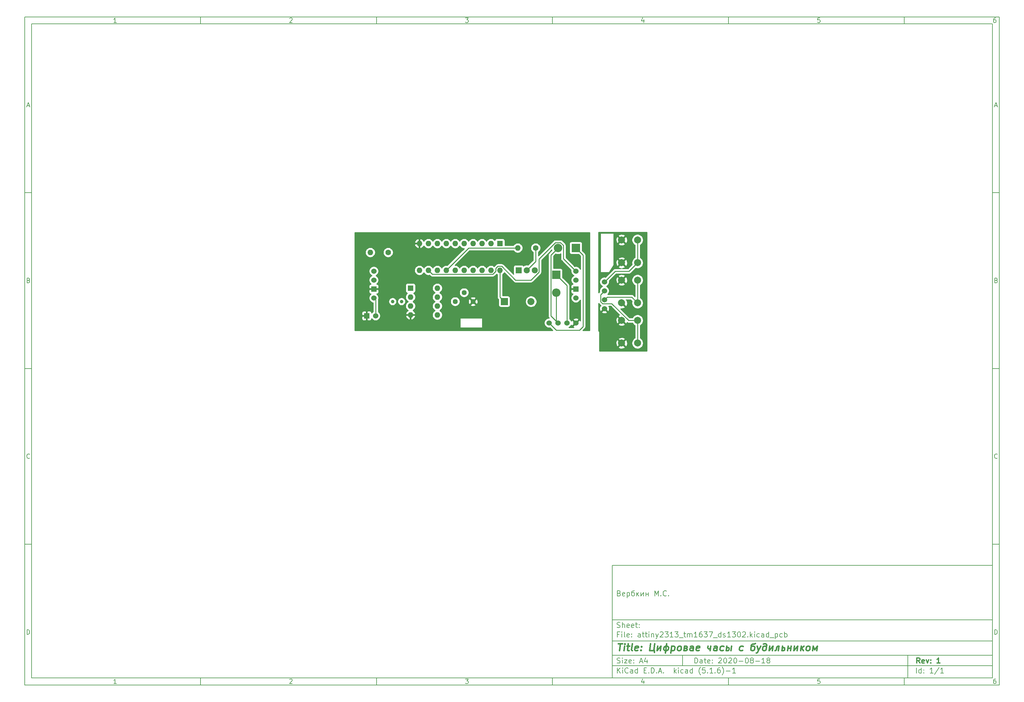
<source format=gbr>
%TF.GenerationSoftware,KiCad,Pcbnew,(5.1.6)-1*%
%TF.CreationDate,2020-08-18T15:16:32+05:00*%
%TF.ProjectId,attiny2313_tm1637_ds1302,61747469-6e79-4323-9331-335f746d3136,1*%
%TF.SameCoordinates,Original*%
%TF.FileFunction,Copper,L1,Top*%
%TF.FilePolarity,Positive*%
%FSLAX46Y46*%
G04 Gerber Fmt 4.6, Leading zero omitted, Abs format (unit mm)*
G04 Created by KiCad (PCBNEW (5.1.6)-1) date 2020-08-18 15:16:32*
%MOMM*%
%LPD*%
G01*
G04 APERTURE LIST*
%ADD10C,0.100000*%
%ADD11C,0.150000*%
%ADD12C,0.300000*%
%ADD13C,0.400000*%
%TA.AperFunction,ComponentPad*%
%ADD14C,1.524000*%
%TD*%
%TA.AperFunction,ComponentPad*%
%ADD15R,1.524000X1.524000*%
%TD*%
%TA.AperFunction,SMDPad,CuDef*%
%ADD16C,1.524000*%
%TD*%
%TA.AperFunction,SMDPad,CuDef*%
%ADD17R,1.524000X1.524000*%
%TD*%
%TA.AperFunction,ComponentPad*%
%ADD18R,2.400000X2.400000*%
%TD*%
%TA.AperFunction,ComponentPad*%
%ADD19O,2.400000X2.400000*%
%TD*%
%TA.AperFunction,ComponentPad*%
%ADD20R,2.000000X2.000000*%
%TD*%
%TA.AperFunction,ComponentPad*%
%ADD21C,2.000000*%
%TD*%
%TA.AperFunction,ComponentPad*%
%ADD22C,1.440000*%
%TD*%
%TA.AperFunction,ComponentPad*%
%ADD23O,1.600000X1.600000*%
%TD*%
%TA.AperFunction,ComponentPad*%
%ADD24R,1.600000X1.600000*%
%TD*%
%TA.AperFunction,ComponentPad*%
%ADD25C,1.000000*%
%TD*%
%TA.AperFunction,ComponentPad*%
%ADD26C,1.600000*%
%TD*%
%TA.AperFunction,ComponentPad*%
%ADD27R,1.714500X1.800000*%
%TD*%
%TA.AperFunction,ComponentPad*%
%ADD28O,1.714500X1.800000*%
%TD*%
%TA.AperFunction,Conductor*%
%ADD29C,0.250000*%
%TD*%
%TA.AperFunction,Conductor*%
%ADD30C,0.254000*%
%TD*%
G04 APERTURE END LIST*
D10*
D11*
X177002200Y-166007200D02*
X177002200Y-198007200D01*
X285002200Y-198007200D01*
X285002200Y-166007200D01*
X177002200Y-166007200D01*
D10*
D11*
X10000000Y-10000000D02*
X10000000Y-200007200D01*
X287002200Y-200007200D01*
X287002200Y-10000000D01*
X10000000Y-10000000D01*
D10*
D11*
X12000000Y-12000000D02*
X12000000Y-198007200D01*
X285002200Y-198007200D01*
X285002200Y-12000000D01*
X12000000Y-12000000D01*
D10*
D11*
X60000000Y-12000000D02*
X60000000Y-10000000D01*
D10*
D11*
X110000000Y-12000000D02*
X110000000Y-10000000D01*
D10*
D11*
X160000000Y-12000000D02*
X160000000Y-10000000D01*
D10*
D11*
X210000000Y-12000000D02*
X210000000Y-10000000D01*
D10*
D11*
X260000000Y-12000000D02*
X260000000Y-10000000D01*
D10*
D11*
X36065476Y-11588095D02*
X35322619Y-11588095D01*
X35694047Y-11588095D02*
X35694047Y-10288095D01*
X35570238Y-10473809D01*
X35446428Y-10597619D01*
X35322619Y-10659523D01*
D10*
D11*
X85322619Y-10411904D02*
X85384523Y-10350000D01*
X85508333Y-10288095D01*
X85817857Y-10288095D01*
X85941666Y-10350000D01*
X86003571Y-10411904D01*
X86065476Y-10535714D01*
X86065476Y-10659523D01*
X86003571Y-10845238D01*
X85260714Y-11588095D01*
X86065476Y-11588095D01*
D10*
D11*
X135260714Y-10288095D02*
X136065476Y-10288095D01*
X135632142Y-10783333D01*
X135817857Y-10783333D01*
X135941666Y-10845238D01*
X136003571Y-10907142D01*
X136065476Y-11030952D01*
X136065476Y-11340476D01*
X136003571Y-11464285D01*
X135941666Y-11526190D01*
X135817857Y-11588095D01*
X135446428Y-11588095D01*
X135322619Y-11526190D01*
X135260714Y-11464285D01*
D10*
D11*
X185941666Y-10721428D02*
X185941666Y-11588095D01*
X185632142Y-10226190D02*
X185322619Y-11154761D01*
X186127380Y-11154761D01*
D10*
D11*
X236003571Y-10288095D02*
X235384523Y-10288095D01*
X235322619Y-10907142D01*
X235384523Y-10845238D01*
X235508333Y-10783333D01*
X235817857Y-10783333D01*
X235941666Y-10845238D01*
X236003571Y-10907142D01*
X236065476Y-11030952D01*
X236065476Y-11340476D01*
X236003571Y-11464285D01*
X235941666Y-11526190D01*
X235817857Y-11588095D01*
X235508333Y-11588095D01*
X235384523Y-11526190D01*
X235322619Y-11464285D01*
D10*
D11*
X285941666Y-10288095D02*
X285694047Y-10288095D01*
X285570238Y-10350000D01*
X285508333Y-10411904D01*
X285384523Y-10597619D01*
X285322619Y-10845238D01*
X285322619Y-11340476D01*
X285384523Y-11464285D01*
X285446428Y-11526190D01*
X285570238Y-11588095D01*
X285817857Y-11588095D01*
X285941666Y-11526190D01*
X286003571Y-11464285D01*
X286065476Y-11340476D01*
X286065476Y-11030952D01*
X286003571Y-10907142D01*
X285941666Y-10845238D01*
X285817857Y-10783333D01*
X285570238Y-10783333D01*
X285446428Y-10845238D01*
X285384523Y-10907142D01*
X285322619Y-11030952D01*
D10*
D11*
X60000000Y-198007200D02*
X60000000Y-200007200D01*
D10*
D11*
X110000000Y-198007200D02*
X110000000Y-200007200D01*
D10*
D11*
X160000000Y-198007200D02*
X160000000Y-200007200D01*
D10*
D11*
X210000000Y-198007200D02*
X210000000Y-200007200D01*
D10*
D11*
X260000000Y-198007200D02*
X260000000Y-200007200D01*
D10*
D11*
X36065476Y-199595295D02*
X35322619Y-199595295D01*
X35694047Y-199595295D02*
X35694047Y-198295295D01*
X35570238Y-198481009D01*
X35446428Y-198604819D01*
X35322619Y-198666723D01*
D10*
D11*
X85322619Y-198419104D02*
X85384523Y-198357200D01*
X85508333Y-198295295D01*
X85817857Y-198295295D01*
X85941666Y-198357200D01*
X86003571Y-198419104D01*
X86065476Y-198542914D01*
X86065476Y-198666723D01*
X86003571Y-198852438D01*
X85260714Y-199595295D01*
X86065476Y-199595295D01*
D10*
D11*
X135260714Y-198295295D02*
X136065476Y-198295295D01*
X135632142Y-198790533D01*
X135817857Y-198790533D01*
X135941666Y-198852438D01*
X136003571Y-198914342D01*
X136065476Y-199038152D01*
X136065476Y-199347676D01*
X136003571Y-199471485D01*
X135941666Y-199533390D01*
X135817857Y-199595295D01*
X135446428Y-199595295D01*
X135322619Y-199533390D01*
X135260714Y-199471485D01*
D10*
D11*
X185941666Y-198728628D02*
X185941666Y-199595295D01*
X185632142Y-198233390D02*
X185322619Y-199161961D01*
X186127380Y-199161961D01*
D10*
D11*
X236003571Y-198295295D02*
X235384523Y-198295295D01*
X235322619Y-198914342D01*
X235384523Y-198852438D01*
X235508333Y-198790533D01*
X235817857Y-198790533D01*
X235941666Y-198852438D01*
X236003571Y-198914342D01*
X236065476Y-199038152D01*
X236065476Y-199347676D01*
X236003571Y-199471485D01*
X235941666Y-199533390D01*
X235817857Y-199595295D01*
X235508333Y-199595295D01*
X235384523Y-199533390D01*
X235322619Y-199471485D01*
D10*
D11*
X285941666Y-198295295D02*
X285694047Y-198295295D01*
X285570238Y-198357200D01*
X285508333Y-198419104D01*
X285384523Y-198604819D01*
X285322619Y-198852438D01*
X285322619Y-199347676D01*
X285384523Y-199471485D01*
X285446428Y-199533390D01*
X285570238Y-199595295D01*
X285817857Y-199595295D01*
X285941666Y-199533390D01*
X286003571Y-199471485D01*
X286065476Y-199347676D01*
X286065476Y-199038152D01*
X286003571Y-198914342D01*
X285941666Y-198852438D01*
X285817857Y-198790533D01*
X285570238Y-198790533D01*
X285446428Y-198852438D01*
X285384523Y-198914342D01*
X285322619Y-199038152D01*
D10*
D11*
X10000000Y-60000000D02*
X12000000Y-60000000D01*
D10*
D11*
X10000000Y-110000000D02*
X12000000Y-110000000D01*
D10*
D11*
X10000000Y-160000000D02*
X12000000Y-160000000D01*
D10*
D11*
X10690476Y-35216666D02*
X11309523Y-35216666D01*
X10566666Y-35588095D02*
X11000000Y-34288095D01*
X11433333Y-35588095D01*
D10*
D11*
X11092857Y-84907142D02*
X11278571Y-84969047D01*
X11340476Y-85030952D01*
X11402380Y-85154761D01*
X11402380Y-85340476D01*
X11340476Y-85464285D01*
X11278571Y-85526190D01*
X11154761Y-85588095D01*
X10659523Y-85588095D01*
X10659523Y-84288095D01*
X11092857Y-84288095D01*
X11216666Y-84350000D01*
X11278571Y-84411904D01*
X11340476Y-84535714D01*
X11340476Y-84659523D01*
X11278571Y-84783333D01*
X11216666Y-84845238D01*
X11092857Y-84907142D01*
X10659523Y-84907142D01*
D10*
D11*
X11402380Y-135464285D02*
X11340476Y-135526190D01*
X11154761Y-135588095D01*
X11030952Y-135588095D01*
X10845238Y-135526190D01*
X10721428Y-135402380D01*
X10659523Y-135278571D01*
X10597619Y-135030952D01*
X10597619Y-134845238D01*
X10659523Y-134597619D01*
X10721428Y-134473809D01*
X10845238Y-134350000D01*
X11030952Y-134288095D01*
X11154761Y-134288095D01*
X11340476Y-134350000D01*
X11402380Y-134411904D01*
D10*
D11*
X10659523Y-185588095D02*
X10659523Y-184288095D01*
X10969047Y-184288095D01*
X11154761Y-184350000D01*
X11278571Y-184473809D01*
X11340476Y-184597619D01*
X11402380Y-184845238D01*
X11402380Y-185030952D01*
X11340476Y-185278571D01*
X11278571Y-185402380D01*
X11154761Y-185526190D01*
X10969047Y-185588095D01*
X10659523Y-185588095D01*
D10*
D11*
X287002200Y-60000000D02*
X285002200Y-60000000D01*
D10*
D11*
X287002200Y-110000000D02*
X285002200Y-110000000D01*
D10*
D11*
X287002200Y-160000000D02*
X285002200Y-160000000D01*
D10*
D11*
X285692676Y-35216666D02*
X286311723Y-35216666D01*
X285568866Y-35588095D02*
X286002200Y-34288095D01*
X286435533Y-35588095D01*
D10*
D11*
X286095057Y-84907142D02*
X286280771Y-84969047D01*
X286342676Y-85030952D01*
X286404580Y-85154761D01*
X286404580Y-85340476D01*
X286342676Y-85464285D01*
X286280771Y-85526190D01*
X286156961Y-85588095D01*
X285661723Y-85588095D01*
X285661723Y-84288095D01*
X286095057Y-84288095D01*
X286218866Y-84350000D01*
X286280771Y-84411904D01*
X286342676Y-84535714D01*
X286342676Y-84659523D01*
X286280771Y-84783333D01*
X286218866Y-84845238D01*
X286095057Y-84907142D01*
X285661723Y-84907142D01*
D10*
D11*
X286404580Y-135464285D02*
X286342676Y-135526190D01*
X286156961Y-135588095D01*
X286033152Y-135588095D01*
X285847438Y-135526190D01*
X285723628Y-135402380D01*
X285661723Y-135278571D01*
X285599819Y-135030952D01*
X285599819Y-134845238D01*
X285661723Y-134597619D01*
X285723628Y-134473809D01*
X285847438Y-134350000D01*
X286033152Y-134288095D01*
X286156961Y-134288095D01*
X286342676Y-134350000D01*
X286404580Y-134411904D01*
D10*
D11*
X285661723Y-185588095D02*
X285661723Y-184288095D01*
X285971247Y-184288095D01*
X286156961Y-184350000D01*
X286280771Y-184473809D01*
X286342676Y-184597619D01*
X286404580Y-184845238D01*
X286404580Y-185030952D01*
X286342676Y-185278571D01*
X286280771Y-185402380D01*
X286156961Y-185526190D01*
X285971247Y-185588095D01*
X285661723Y-185588095D01*
D10*
D11*
X200434342Y-193785771D02*
X200434342Y-192285771D01*
X200791485Y-192285771D01*
X201005771Y-192357200D01*
X201148628Y-192500057D01*
X201220057Y-192642914D01*
X201291485Y-192928628D01*
X201291485Y-193142914D01*
X201220057Y-193428628D01*
X201148628Y-193571485D01*
X201005771Y-193714342D01*
X200791485Y-193785771D01*
X200434342Y-193785771D01*
X202577200Y-193785771D02*
X202577200Y-193000057D01*
X202505771Y-192857200D01*
X202362914Y-192785771D01*
X202077200Y-192785771D01*
X201934342Y-192857200D01*
X202577200Y-193714342D02*
X202434342Y-193785771D01*
X202077200Y-193785771D01*
X201934342Y-193714342D01*
X201862914Y-193571485D01*
X201862914Y-193428628D01*
X201934342Y-193285771D01*
X202077200Y-193214342D01*
X202434342Y-193214342D01*
X202577200Y-193142914D01*
X203077200Y-192785771D02*
X203648628Y-192785771D01*
X203291485Y-192285771D02*
X203291485Y-193571485D01*
X203362914Y-193714342D01*
X203505771Y-193785771D01*
X203648628Y-193785771D01*
X204720057Y-193714342D02*
X204577200Y-193785771D01*
X204291485Y-193785771D01*
X204148628Y-193714342D01*
X204077200Y-193571485D01*
X204077200Y-193000057D01*
X204148628Y-192857200D01*
X204291485Y-192785771D01*
X204577200Y-192785771D01*
X204720057Y-192857200D01*
X204791485Y-193000057D01*
X204791485Y-193142914D01*
X204077200Y-193285771D01*
X205434342Y-193642914D02*
X205505771Y-193714342D01*
X205434342Y-193785771D01*
X205362914Y-193714342D01*
X205434342Y-193642914D01*
X205434342Y-193785771D01*
X205434342Y-192857200D02*
X205505771Y-192928628D01*
X205434342Y-193000057D01*
X205362914Y-192928628D01*
X205434342Y-192857200D01*
X205434342Y-193000057D01*
X207220057Y-192428628D02*
X207291485Y-192357200D01*
X207434342Y-192285771D01*
X207791485Y-192285771D01*
X207934342Y-192357200D01*
X208005771Y-192428628D01*
X208077200Y-192571485D01*
X208077200Y-192714342D01*
X208005771Y-192928628D01*
X207148628Y-193785771D01*
X208077200Y-193785771D01*
X209005771Y-192285771D02*
X209148628Y-192285771D01*
X209291485Y-192357200D01*
X209362914Y-192428628D01*
X209434342Y-192571485D01*
X209505771Y-192857200D01*
X209505771Y-193214342D01*
X209434342Y-193500057D01*
X209362914Y-193642914D01*
X209291485Y-193714342D01*
X209148628Y-193785771D01*
X209005771Y-193785771D01*
X208862914Y-193714342D01*
X208791485Y-193642914D01*
X208720057Y-193500057D01*
X208648628Y-193214342D01*
X208648628Y-192857200D01*
X208720057Y-192571485D01*
X208791485Y-192428628D01*
X208862914Y-192357200D01*
X209005771Y-192285771D01*
X210077200Y-192428628D02*
X210148628Y-192357200D01*
X210291485Y-192285771D01*
X210648628Y-192285771D01*
X210791485Y-192357200D01*
X210862914Y-192428628D01*
X210934342Y-192571485D01*
X210934342Y-192714342D01*
X210862914Y-192928628D01*
X210005771Y-193785771D01*
X210934342Y-193785771D01*
X211862914Y-192285771D02*
X212005771Y-192285771D01*
X212148628Y-192357200D01*
X212220057Y-192428628D01*
X212291485Y-192571485D01*
X212362914Y-192857200D01*
X212362914Y-193214342D01*
X212291485Y-193500057D01*
X212220057Y-193642914D01*
X212148628Y-193714342D01*
X212005771Y-193785771D01*
X211862914Y-193785771D01*
X211720057Y-193714342D01*
X211648628Y-193642914D01*
X211577200Y-193500057D01*
X211505771Y-193214342D01*
X211505771Y-192857200D01*
X211577200Y-192571485D01*
X211648628Y-192428628D01*
X211720057Y-192357200D01*
X211862914Y-192285771D01*
X213005771Y-193214342D02*
X214148628Y-193214342D01*
X215148628Y-192285771D02*
X215291485Y-192285771D01*
X215434342Y-192357200D01*
X215505771Y-192428628D01*
X215577200Y-192571485D01*
X215648628Y-192857200D01*
X215648628Y-193214342D01*
X215577200Y-193500057D01*
X215505771Y-193642914D01*
X215434342Y-193714342D01*
X215291485Y-193785771D01*
X215148628Y-193785771D01*
X215005771Y-193714342D01*
X214934342Y-193642914D01*
X214862914Y-193500057D01*
X214791485Y-193214342D01*
X214791485Y-192857200D01*
X214862914Y-192571485D01*
X214934342Y-192428628D01*
X215005771Y-192357200D01*
X215148628Y-192285771D01*
X216505771Y-192928628D02*
X216362914Y-192857200D01*
X216291485Y-192785771D01*
X216220057Y-192642914D01*
X216220057Y-192571485D01*
X216291485Y-192428628D01*
X216362914Y-192357200D01*
X216505771Y-192285771D01*
X216791485Y-192285771D01*
X216934342Y-192357200D01*
X217005771Y-192428628D01*
X217077200Y-192571485D01*
X217077200Y-192642914D01*
X217005771Y-192785771D01*
X216934342Y-192857200D01*
X216791485Y-192928628D01*
X216505771Y-192928628D01*
X216362914Y-193000057D01*
X216291485Y-193071485D01*
X216220057Y-193214342D01*
X216220057Y-193500057D01*
X216291485Y-193642914D01*
X216362914Y-193714342D01*
X216505771Y-193785771D01*
X216791485Y-193785771D01*
X216934342Y-193714342D01*
X217005771Y-193642914D01*
X217077200Y-193500057D01*
X217077200Y-193214342D01*
X217005771Y-193071485D01*
X216934342Y-193000057D01*
X216791485Y-192928628D01*
X217720057Y-193214342D02*
X218862914Y-193214342D01*
X220362914Y-193785771D02*
X219505771Y-193785771D01*
X219934342Y-193785771D02*
X219934342Y-192285771D01*
X219791485Y-192500057D01*
X219648628Y-192642914D01*
X219505771Y-192714342D01*
X221220057Y-192928628D02*
X221077200Y-192857200D01*
X221005771Y-192785771D01*
X220934342Y-192642914D01*
X220934342Y-192571485D01*
X221005771Y-192428628D01*
X221077200Y-192357200D01*
X221220057Y-192285771D01*
X221505771Y-192285771D01*
X221648628Y-192357200D01*
X221720057Y-192428628D01*
X221791485Y-192571485D01*
X221791485Y-192642914D01*
X221720057Y-192785771D01*
X221648628Y-192857200D01*
X221505771Y-192928628D01*
X221220057Y-192928628D01*
X221077200Y-193000057D01*
X221005771Y-193071485D01*
X220934342Y-193214342D01*
X220934342Y-193500057D01*
X221005771Y-193642914D01*
X221077200Y-193714342D01*
X221220057Y-193785771D01*
X221505771Y-193785771D01*
X221648628Y-193714342D01*
X221720057Y-193642914D01*
X221791485Y-193500057D01*
X221791485Y-193214342D01*
X221720057Y-193071485D01*
X221648628Y-193000057D01*
X221505771Y-192928628D01*
D10*
D11*
X177002200Y-194507200D02*
X285002200Y-194507200D01*
D10*
D11*
X178434342Y-196585771D02*
X178434342Y-195085771D01*
X179291485Y-196585771D02*
X178648628Y-195728628D01*
X179291485Y-195085771D02*
X178434342Y-195942914D01*
X179934342Y-196585771D02*
X179934342Y-195585771D01*
X179934342Y-195085771D02*
X179862914Y-195157200D01*
X179934342Y-195228628D01*
X180005771Y-195157200D01*
X179934342Y-195085771D01*
X179934342Y-195228628D01*
X181505771Y-196442914D02*
X181434342Y-196514342D01*
X181220057Y-196585771D01*
X181077200Y-196585771D01*
X180862914Y-196514342D01*
X180720057Y-196371485D01*
X180648628Y-196228628D01*
X180577200Y-195942914D01*
X180577200Y-195728628D01*
X180648628Y-195442914D01*
X180720057Y-195300057D01*
X180862914Y-195157200D01*
X181077200Y-195085771D01*
X181220057Y-195085771D01*
X181434342Y-195157200D01*
X181505771Y-195228628D01*
X182791485Y-196585771D02*
X182791485Y-195800057D01*
X182720057Y-195657200D01*
X182577200Y-195585771D01*
X182291485Y-195585771D01*
X182148628Y-195657200D01*
X182791485Y-196514342D02*
X182648628Y-196585771D01*
X182291485Y-196585771D01*
X182148628Y-196514342D01*
X182077200Y-196371485D01*
X182077200Y-196228628D01*
X182148628Y-196085771D01*
X182291485Y-196014342D01*
X182648628Y-196014342D01*
X182791485Y-195942914D01*
X184148628Y-196585771D02*
X184148628Y-195085771D01*
X184148628Y-196514342D02*
X184005771Y-196585771D01*
X183720057Y-196585771D01*
X183577200Y-196514342D01*
X183505771Y-196442914D01*
X183434342Y-196300057D01*
X183434342Y-195871485D01*
X183505771Y-195728628D01*
X183577200Y-195657200D01*
X183720057Y-195585771D01*
X184005771Y-195585771D01*
X184148628Y-195657200D01*
X186005771Y-195800057D02*
X186505771Y-195800057D01*
X186720057Y-196585771D02*
X186005771Y-196585771D01*
X186005771Y-195085771D01*
X186720057Y-195085771D01*
X187362914Y-196442914D02*
X187434342Y-196514342D01*
X187362914Y-196585771D01*
X187291485Y-196514342D01*
X187362914Y-196442914D01*
X187362914Y-196585771D01*
X188077200Y-196585771D02*
X188077200Y-195085771D01*
X188434342Y-195085771D01*
X188648628Y-195157200D01*
X188791485Y-195300057D01*
X188862914Y-195442914D01*
X188934342Y-195728628D01*
X188934342Y-195942914D01*
X188862914Y-196228628D01*
X188791485Y-196371485D01*
X188648628Y-196514342D01*
X188434342Y-196585771D01*
X188077200Y-196585771D01*
X189577200Y-196442914D02*
X189648628Y-196514342D01*
X189577200Y-196585771D01*
X189505771Y-196514342D01*
X189577200Y-196442914D01*
X189577200Y-196585771D01*
X190220057Y-196157200D02*
X190934342Y-196157200D01*
X190077200Y-196585771D02*
X190577200Y-195085771D01*
X191077200Y-196585771D01*
X191577200Y-196442914D02*
X191648628Y-196514342D01*
X191577200Y-196585771D01*
X191505771Y-196514342D01*
X191577200Y-196442914D01*
X191577200Y-196585771D01*
X194577200Y-196585771D02*
X194577200Y-195085771D01*
X194720057Y-196014342D02*
X195148628Y-196585771D01*
X195148628Y-195585771D02*
X194577200Y-196157200D01*
X195791485Y-196585771D02*
X195791485Y-195585771D01*
X195791485Y-195085771D02*
X195720057Y-195157200D01*
X195791485Y-195228628D01*
X195862914Y-195157200D01*
X195791485Y-195085771D01*
X195791485Y-195228628D01*
X197148628Y-196514342D02*
X197005771Y-196585771D01*
X196720057Y-196585771D01*
X196577200Y-196514342D01*
X196505771Y-196442914D01*
X196434342Y-196300057D01*
X196434342Y-195871485D01*
X196505771Y-195728628D01*
X196577200Y-195657200D01*
X196720057Y-195585771D01*
X197005771Y-195585771D01*
X197148628Y-195657200D01*
X198434342Y-196585771D02*
X198434342Y-195800057D01*
X198362914Y-195657200D01*
X198220057Y-195585771D01*
X197934342Y-195585771D01*
X197791485Y-195657200D01*
X198434342Y-196514342D02*
X198291485Y-196585771D01*
X197934342Y-196585771D01*
X197791485Y-196514342D01*
X197720057Y-196371485D01*
X197720057Y-196228628D01*
X197791485Y-196085771D01*
X197934342Y-196014342D01*
X198291485Y-196014342D01*
X198434342Y-195942914D01*
X199791485Y-196585771D02*
X199791485Y-195085771D01*
X199791485Y-196514342D02*
X199648628Y-196585771D01*
X199362914Y-196585771D01*
X199220057Y-196514342D01*
X199148628Y-196442914D01*
X199077200Y-196300057D01*
X199077200Y-195871485D01*
X199148628Y-195728628D01*
X199220057Y-195657200D01*
X199362914Y-195585771D01*
X199648628Y-195585771D01*
X199791485Y-195657200D01*
X202077200Y-197157200D02*
X202005771Y-197085771D01*
X201862914Y-196871485D01*
X201791485Y-196728628D01*
X201720057Y-196514342D01*
X201648628Y-196157200D01*
X201648628Y-195871485D01*
X201720057Y-195514342D01*
X201791485Y-195300057D01*
X201862914Y-195157200D01*
X202005771Y-194942914D01*
X202077200Y-194871485D01*
X203362914Y-195085771D02*
X202648628Y-195085771D01*
X202577200Y-195800057D01*
X202648628Y-195728628D01*
X202791485Y-195657200D01*
X203148628Y-195657200D01*
X203291485Y-195728628D01*
X203362914Y-195800057D01*
X203434342Y-195942914D01*
X203434342Y-196300057D01*
X203362914Y-196442914D01*
X203291485Y-196514342D01*
X203148628Y-196585771D01*
X202791485Y-196585771D01*
X202648628Y-196514342D01*
X202577200Y-196442914D01*
X204077200Y-196442914D02*
X204148628Y-196514342D01*
X204077200Y-196585771D01*
X204005771Y-196514342D01*
X204077200Y-196442914D01*
X204077200Y-196585771D01*
X205577200Y-196585771D02*
X204720057Y-196585771D01*
X205148628Y-196585771D02*
X205148628Y-195085771D01*
X205005771Y-195300057D01*
X204862914Y-195442914D01*
X204720057Y-195514342D01*
X206220057Y-196442914D02*
X206291485Y-196514342D01*
X206220057Y-196585771D01*
X206148628Y-196514342D01*
X206220057Y-196442914D01*
X206220057Y-196585771D01*
X207577200Y-195085771D02*
X207291485Y-195085771D01*
X207148628Y-195157200D01*
X207077200Y-195228628D01*
X206934342Y-195442914D01*
X206862914Y-195728628D01*
X206862914Y-196300057D01*
X206934342Y-196442914D01*
X207005771Y-196514342D01*
X207148628Y-196585771D01*
X207434342Y-196585771D01*
X207577200Y-196514342D01*
X207648628Y-196442914D01*
X207720057Y-196300057D01*
X207720057Y-195942914D01*
X207648628Y-195800057D01*
X207577200Y-195728628D01*
X207434342Y-195657200D01*
X207148628Y-195657200D01*
X207005771Y-195728628D01*
X206934342Y-195800057D01*
X206862914Y-195942914D01*
X208220057Y-197157200D02*
X208291485Y-197085771D01*
X208434342Y-196871485D01*
X208505771Y-196728628D01*
X208577200Y-196514342D01*
X208648628Y-196157200D01*
X208648628Y-195871485D01*
X208577200Y-195514342D01*
X208505771Y-195300057D01*
X208434342Y-195157200D01*
X208291485Y-194942914D01*
X208220057Y-194871485D01*
X209362914Y-196014342D02*
X210505771Y-196014342D01*
X212005771Y-196585771D02*
X211148628Y-196585771D01*
X211577200Y-196585771D02*
X211577200Y-195085771D01*
X211434342Y-195300057D01*
X211291485Y-195442914D01*
X211148628Y-195514342D01*
D10*
D11*
X177002200Y-191507200D02*
X285002200Y-191507200D01*
D10*
D12*
X264411485Y-193785771D02*
X263911485Y-193071485D01*
X263554342Y-193785771D02*
X263554342Y-192285771D01*
X264125771Y-192285771D01*
X264268628Y-192357200D01*
X264340057Y-192428628D01*
X264411485Y-192571485D01*
X264411485Y-192785771D01*
X264340057Y-192928628D01*
X264268628Y-193000057D01*
X264125771Y-193071485D01*
X263554342Y-193071485D01*
X265625771Y-193714342D02*
X265482914Y-193785771D01*
X265197200Y-193785771D01*
X265054342Y-193714342D01*
X264982914Y-193571485D01*
X264982914Y-193000057D01*
X265054342Y-192857200D01*
X265197200Y-192785771D01*
X265482914Y-192785771D01*
X265625771Y-192857200D01*
X265697200Y-193000057D01*
X265697200Y-193142914D01*
X264982914Y-193285771D01*
X266197200Y-192785771D02*
X266554342Y-193785771D01*
X266911485Y-192785771D01*
X267482914Y-193642914D02*
X267554342Y-193714342D01*
X267482914Y-193785771D01*
X267411485Y-193714342D01*
X267482914Y-193642914D01*
X267482914Y-193785771D01*
X267482914Y-192857200D02*
X267554342Y-192928628D01*
X267482914Y-193000057D01*
X267411485Y-192928628D01*
X267482914Y-192857200D01*
X267482914Y-193000057D01*
X270125771Y-193785771D02*
X269268628Y-193785771D01*
X269697200Y-193785771D02*
X269697200Y-192285771D01*
X269554342Y-192500057D01*
X269411485Y-192642914D01*
X269268628Y-192714342D01*
D10*
D11*
X178362914Y-193714342D02*
X178577200Y-193785771D01*
X178934342Y-193785771D01*
X179077200Y-193714342D01*
X179148628Y-193642914D01*
X179220057Y-193500057D01*
X179220057Y-193357200D01*
X179148628Y-193214342D01*
X179077200Y-193142914D01*
X178934342Y-193071485D01*
X178648628Y-193000057D01*
X178505771Y-192928628D01*
X178434342Y-192857200D01*
X178362914Y-192714342D01*
X178362914Y-192571485D01*
X178434342Y-192428628D01*
X178505771Y-192357200D01*
X178648628Y-192285771D01*
X179005771Y-192285771D01*
X179220057Y-192357200D01*
X179862914Y-193785771D02*
X179862914Y-192785771D01*
X179862914Y-192285771D02*
X179791485Y-192357200D01*
X179862914Y-192428628D01*
X179934342Y-192357200D01*
X179862914Y-192285771D01*
X179862914Y-192428628D01*
X180434342Y-192785771D02*
X181220057Y-192785771D01*
X180434342Y-193785771D01*
X181220057Y-193785771D01*
X182362914Y-193714342D02*
X182220057Y-193785771D01*
X181934342Y-193785771D01*
X181791485Y-193714342D01*
X181720057Y-193571485D01*
X181720057Y-193000057D01*
X181791485Y-192857200D01*
X181934342Y-192785771D01*
X182220057Y-192785771D01*
X182362914Y-192857200D01*
X182434342Y-193000057D01*
X182434342Y-193142914D01*
X181720057Y-193285771D01*
X183077200Y-193642914D02*
X183148628Y-193714342D01*
X183077200Y-193785771D01*
X183005771Y-193714342D01*
X183077200Y-193642914D01*
X183077200Y-193785771D01*
X183077200Y-192857200D02*
X183148628Y-192928628D01*
X183077200Y-193000057D01*
X183005771Y-192928628D01*
X183077200Y-192857200D01*
X183077200Y-193000057D01*
X184862914Y-193357200D02*
X185577200Y-193357200D01*
X184720057Y-193785771D02*
X185220057Y-192285771D01*
X185720057Y-193785771D01*
X186862914Y-192785771D02*
X186862914Y-193785771D01*
X186505771Y-192214342D02*
X186148628Y-193285771D01*
X187077200Y-193285771D01*
D10*
D11*
X263434342Y-196585771D02*
X263434342Y-195085771D01*
X264791485Y-196585771D02*
X264791485Y-195085771D01*
X264791485Y-196514342D02*
X264648628Y-196585771D01*
X264362914Y-196585771D01*
X264220057Y-196514342D01*
X264148628Y-196442914D01*
X264077200Y-196300057D01*
X264077200Y-195871485D01*
X264148628Y-195728628D01*
X264220057Y-195657200D01*
X264362914Y-195585771D01*
X264648628Y-195585771D01*
X264791485Y-195657200D01*
X265505771Y-196442914D02*
X265577200Y-196514342D01*
X265505771Y-196585771D01*
X265434342Y-196514342D01*
X265505771Y-196442914D01*
X265505771Y-196585771D01*
X265505771Y-195657200D02*
X265577200Y-195728628D01*
X265505771Y-195800057D01*
X265434342Y-195728628D01*
X265505771Y-195657200D01*
X265505771Y-195800057D01*
X268148628Y-196585771D02*
X267291485Y-196585771D01*
X267720057Y-196585771D02*
X267720057Y-195085771D01*
X267577200Y-195300057D01*
X267434342Y-195442914D01*
X267291485Y-195514342D01*
X269862914Y-195014342D02*
X268577200Y-196942914D01*
X271148628Y-196585771D02*
X270291485Y-196585771D01*
X270720057Y-196585771D02*
X270720057Y-195085771D01*
X270577200Y-195300057D01*
X270434342Y-195442914D01*
X270291485Y-195514342D01*
D10*
D11*
X177002200Y-187507200D02*
X285002200Y-187507200D01*
D10*
D13*
X178714580Y-188211961D02*
X179857438Y-188211961D01*
X179036009Y-190211961D02*
X179286009Y-188211961D01*
X180274104Y-190211961D02*
X180440771Y-188878628D01*
X180524104Y-188211961D02*
X180416961Y-188307200D01*
X180500295Y-188402438D01*
X180607438Y-188307200D01*
X180524104Y-188211961D01*
X180500295Y-188402438D01*
X181107438Y-188878628D02*
X181869342Y-188878628D01*
X181476485Y-188211961D02*
X181262200Y-189926247D01*
X181333628Y-190116723D01*
X181512200Y-190211961D01*
X181702676Y-190211961D01*
X182655057Y-190211961D02*
X182476485Y-190116723D01*
X182405057Y-189926247D01*
X182619342Y-188211961D01*
X184190771Y-190116723D02*
X183988390Y-190211961D01*
X183607438Y-190211961D01*
X183428866Y-190116723D01*
X183357438Y-189926247D01*
X183452676Y-189164342D01*
X183571723Y-188973866D01*
X183774104Y-188878628D01*
X184155057Y-188878628D01*
X184333628Y-188973866D01*
X184405057Y-189164342D01*
X184381247Y-189354819D01*
X183405057Y-189545295D01*
X185155057Y-190021485D02*
X185238390Y-190116723D01*
X185131247Y-190211961D01*
X185047914Y-190116723D01*
X185155057Y-190021485D01*
X185131247Y-190211961D01*
X185286009Y-188973866D02*
X185369342Y-189069104D01*
X185262200Y-189164342D01*
X185178866Y-189069104D01*
X185286009Y-188973866D01*
X185262200Y-189164342D01*
X189000295Y-188211961D02*
X188750295Y-190211961D01*
X187857438Y-188211961D02*
X187607438Y-190211961D01*
X188940771Y-190211961D01*
X188881247Y-190688152D01*
X189869342Y-188878628D02*
X189702676Y-190211961D01*
X190821723Y-188878628D01*
X190655057Y-190211961D01*
X192428866Y-188211961D02*
X192095533Y-190878628D01*
X192155057Y-188878628D02*
X192536009Y-188878628D01*
X192714580Y-188973866D01*
X192881247Y-189164342D01*
X192952676Y-189354819D01*
X192905057Y-189735771D01*
X192786009Y-189926247D01*
X192571723Y-190116723D01*
X192369342Y-190211961D01*
X191988390Y-190211961D01*
X191809819Y-190116723D01*
X191643152Y-189926247D01*
X191571723Y-189735771D01*
X191619342Y-189354819D01*
X191738390Y-189164342D01*
X191952676Y-188973866D01*
X192155057Y-188878628D01*
X193869342Y-188878628D02*
X193619342Y-190878628D01*
X193857438Y-188973866D02*
X194059819Y-188878628D01*
X194440771Y-188878628D01*
X194619342Y-188973866D01*
X194702676Y-189069104D01*
X194774104Y-189259580D01*
X194702676Y-189831009D01*
X194583628Y-190021485D01*
X194476485Y-190116723D01*
X194274104Y-190211961D01*
X193893152Y-190211961D01*
X193714580Y-190116723D01*
X195797914Y-190211961D02*
X195619342Y-190116723D01*
X195536009Y-190021485D01*
X195464580Y-189831009D01*
X195536009Y-189259580D01*
X195655057Y-189069104D01*
X195762200Y-188973866D01*
X195964580Y-188878628D01*
X196250295Y-188878628D01*
X196428866Y-188973866D01*
X196512200Y-189069104D01*
X196583628Y-189259580D01*
X196512200Y-189831009D01*
X196393152Y-190021485D01*
X196286009Y-190116723D01*
X196083628Y-190211961D01*
X195797914Y-190211961D01*
X197881247Y-189545295D02*
X198155057Y-189640533D01*
X198226485Y-189831009D01*
X198214580Y-189926247D01*
X198095533Y-190116723D01*
X197893152Y-190211961D01*
X197321723Y-190211961D01*
X197488390Y-188878628D01*
X197964580Y-188878628D01*
X198143152Y-188973866D01*
X198214580Y-189164342D01*
X198202676Y-189259580D01*
X198083628Y-189450057D01*
X197881247Y-189545295D01*
X197405057Y-189545295D01*
X199893152Y-190211961D02*
X200024104Y-189164342D01*
X199952676Y-188973866D01*
X199774104Y-188878628D01*
X199393152Y-188878628D01*
X199190771Y-188973866D01*
X199905057Y-190116723D02*
X199702676Y-190211961D01*
X199226485Y-190211961D01*
X199047914Y-190116723D01*
X198976485Y-189926247D01*
X199000295Y-189735771D01*
X199119342Y-189545295D01*
X199321723Y-189450057D01*
X199797914Y-189450057D01*
X200000295Y-189354819D01*
X201619342Y-190116723D02*
X201416961Y-190211961D01*
X201036009Y-190211961D01*
X200857438Y-190116723D01*
X200786009Y-189926247D01*
X200881247Y-189164342D01*
X201000295Y-188973866D01*
X201202676Y-188878628D01*
X201583628Y-188878628D01*
X201762200Y-188973866D01*
X201833628Y-189164342D01*
X201809819Y-189354819D01*
X200833628Y-189545295D01*
X204916961Y-188878628D02*
X204750295Y-190211961D01*
X204155057Y-188878628D02*
X204095533Y-189354819D01*
X204166961Y-189545295D01*
X204345533Y-189640533D01*
X204821723Y-189640533D01*
X206655057Y-190211961D02*
X206786009Y-189164342D01*
X206714580Y-188973866D01*
X206536009Y-188878628D01*
X206155057Y-188878628D01*
X205952676Y-188973866D01*
X206666961Y-190116723D02*
X206464580Y-190211961D01*
X205988390Y-190211961D01*
X205809819Y-190116723D01*
X205738390Y-189926247D01*
X205762200Y-189735771D01*
X205881247Y-189545295D01*
X206083628Y-189450057D01*
X206559819Y-189450057D01*
X206762200Y-189354819D01*
X208476485Y-190116723D02*
X208274104Y-190211961D01*
X207893152Y-190211961D01*
X207714580Y-190116723D01*
X207631247Y-190021485D01*
X207559819Y-189831009D01*
X207631247Y-189259580D01*
X207750295Y-189069104D01*
X207857438Y-188973866D01*
X208059819Y-188878628D01*
X208440771Y-188878628D01*
X208619342Y-188973866D01*
X210821723Y-188878628D02*
X210655057Y-190211961D01*
X209488390Y-188878628D02*
X209321723Y-190211961D01*
X209797914Y-190211961D01*
X210000295Y-190116723D01*
X210119342Y-189926247D01*
X210155057Y-189640533D01*
X210083628Y-189450057D01*
X209905057Y-189354819D01*
X209428866Y-189354819D01*
X214000295Y-190116723D02*
X213797914Y-190211961D01*
X213416961Y-190211961D01*
X213238390Y-190116723D01*
X213155057Y-190021485D01*
X213083628Y-189831009D01*
X213155057Y-189259580D01*
X213274104Y-189069104D01*
X213381247Y-188973866D01*
X213583628Y-188878628D01*
X213964580Y-188878628D01*
X214143152Y-188973866D01*
X217583628Y-188116723D02*
X217476485Y-188211961D01*
X217274104Y-188307200D01*
X216893152Y-188307200D01*
X216690771Y-188402438D01*
X216583628Y-188497676D01*
X216464580Y-188688152D01*
X216321723Y-189831009D01*
X216393152Y-190021485D01*
X216476485Y-190116723D01*
X216655057Y-190211961D01*
X216940771Y-190211961D01*
X217143152Y-190116723D01*
X217250295Y-190021485D01*
X217369342Y-189831009D01*
X217440771Y-189259580D01*
X217369342Y-189069104D01*
X217286009Y-188973866D01*
X217107438Y-188878628D01*
X216726485Y-188878628D01*
X216524104Y-188973866D01*
X216416961Y-189069104D01*
X218155057Y-188878628D02*
X218464580Y-190211961D01*
X219107438Y-188878628D02*
X218464580Y-190211961D01*
X218214580Y-190688152D01*
X218107438Y-190783390D01*
X217905057Y-190878628D01*
X220797914Y-189069104D02*
X220714580Y-188973866D01*
X220536009Y-188878628D01*
X220155057Y-188878628D01*
X219952676Y-188973866D01*
X219845533Y-189069104D01*
X219726485Y-189259580D01*
X219655057Y-189831009D01*
X219726485Y-190021485D01*
X219809819Y-190116723D01*
X219988390Y-190211961D01*
X220274104Y-190211961D01*
X220476485Y-190116723D01*
X220583628Y-190021485D01*
X220702676Y-189831009D01*
X220857438Y-188592914D01*
X220786009Y-188402438D01*
X220702676Y-188307200D01*
X220524104Y-188211961D01*
X220143152Y-188211961D01*
X219940771Y-188307200D01*
X221678866Y-188878628D02*
X221512200Y-190211961D01*
X222631247Y-188878628D01*
X222464580Y-190211961D01*
X224178866Y-190211961D02*
X224345533Y-188878628D01*
X224059819Y-188878628D01*
X223857438Y-188973866D01*
X223738390Y-189164342D01*
X223547914Y-189926247D01*
X223428866Y-190116723D01*
X223226485Y-190211961D01*
X225297914Y-188878628D02*
X225131247Y-190211961D01*
X225607438Y-190211961D01*
X225809819Y-190116723D01*
X225928866Y-189926247D01*
X225964580Y-189640533D01*
X225893152Y-189450057D01*
X225714580Y-189354819D01*
X225238390Y-189354819D01*
X226833628Y-189545295D02*
X227690771Y-189545295D01*
X226916961Y-188878628D02*
X226750295Y-190211961D01*
X227774104Y-188878628D02*
X227607438Y-190211961D01*
X228726485Y-188878628D02*
X228559819Y-190211961D01*
X229678866Y-188878628D01*
X229512199Y-190211961D01*
X230631247Y-188878628D02*
X230464580Y-190211961D01*
X230750295Y-189450057D02*
X231226485Y-190211961D01*
X231393152Y-188878628D02*
X230536009Y-189640533D01*
X232369342Y-190211961D02*
X232190771Y-190116723D01*
X232107438Y-190021485D01*
X232036009Y-189831009D01*
X232107438Y-189259580D01*
X232226485Y-189069104D01*
X232333628Y-188973866D01*
X232536009Y-188878628D01*
X232821723Y-188878628D01*
X233000295Y-188973866D01*
X233083628Y-189069104D01*
X233155057Y-189259580D01*
X233083628Y-189831009D01*
X232964580Y-190021485D01*
X232857438Y-190116723D01*
X232655057Y-190211961D01*
X232369342Y-190211961D01*
X233893152Y-190211961D02*
X234059819Y-188878628D01*
X234500295Y-189926247D01*
X235202676Y-188878628D01*
X235036009Y-190211961D01*
D10*
D11*
X178934342Y-185600057D02*
X178434342Y-185600057D01*
X178434342Y-186385771D02*
X178434342Y-184885771D01*
X179148628Y-184885771D01*
X179720057Y-186385771D02*
X179720057Y-185385771D01*
X179720057Y-184885771D02*
X179648628Y-184957200D01*
X179720057Y-185028628D01*
X179791485Y-184957200D01*
X179720057Y-184885771D01*
X179720057Y-185028628D01*
X180648628Y-186385771D02*
X180505771Y-186314342D01*
X180434342Y-186171485D01*
X180434342Y-184885771D01*
X181791485Y-186314342D02*
X181648628Y-186385771D01*
X181362914Y-186385771D01*
X181220057Y-186314342D01*
X181148628Y-186171485D01*
X181148628Y-185600057D01*
X181220057Y-185457200D01*
X181362914Y-185385771D01*
X181648628Y-185385771D01*
X181791485Y-185457200D01*
X181862914Y-185600057D01*
X181862914Y-185742914D01*
X181148628Y-185885771D01*
X182505771Y-186242914D02*
X182577200Y-186314342D01*
X182505771Y-186385771D01*
X182434342Y-186314342D01*
X182505771Y-186242914D01*
X182505771Y-186385771D01*
X182505771Y-185457200D02*
X182577200Y-185528628D01*
X182505771Y-185600057D01*
X182434342Y-185528628D01*
X182505771Y-185457200D01*
X182505771Y-185600057D01*
X185005771Y-186385771D02*
X185005771Y-185600057D01*
X184934342Y-185457200D01*
X184791485Y-185385771D01*
X184505771Y-185385771D01*
X184362914Y-185457200D01*
X185005771Y-186314342D02*
X184862914Y-186385771D01*
X184505771Y-186385771D01*
X184362914Y-186314342D01*
X184291485Y-186171485D01*
X184291485Y-186028628D01*
X184362914Y-185885771D01*
X184505771Y-185814342D01*
X184862914Y-185814342D01*
X185005771Y-185742914D01*
X185505771Y-185385771D02*
X186077200Y-185385771D01*
X185720057Y-184885771D02*
X185720057Y-186171485D01*
X185791485Y-186314342D01*
X185934342Y-186385771D01*
X186077200Y-186385771D01*
X186362914Y-185385771D02*
X186934342Y-185385771D01*
X186577200Y-184885771D02*
X186577200Y-186171485D01*
X186648628Y-186314342D01*
X186791485Y-186385771D01*
X186934342Y-186385771D01*
X187434342Y-186385771D02*
X187434342Y-185385771D01*
X187434342Y-184885771D02*
X187362914Y-184957200D01*
X187434342Y-185028628D01*
X187505771Y-184957200D01*
X187434342Y-184885771D01*
X187434342Y-185028628D01*
X188148628Y-185385771D02*
X188148628Y-186385771D01*
X188148628Y-185528628D02*
X188220057Y-185457200D01*
X188362914Y-185385771D01*
X188577200Y-185385771D01*
X188720057Y-185457200D01*
X188791485Y-185600057D01*
X188791485Y-186385771D01*
X189362914Y-185385771D02*
X189720057Y-186385771D01*
X190077200Y-185385771D02*
X189720057Y-186385771D01*
X189577200Y-186742914D01*
X189505771Y-186814342D01*
X189362914Y-186885771D01*
X190577200Y-185028628D02*
X190648628Y-184957200D01*
X190791485Y-184885771D01*
X191148628Y-184885771D01*
X191291485Y-184957200D01*
X191362914Y-185028628D01*
X191434342Y-185171485D01*
X191434342Y-185314342D01*
X191362914Y-185528628D01*
X190505771Y-186385771D01*
X191434342Y-186385771D01*
X191934342Y-184885771D02*
X192862914Y-184885771D01*
X192362914Y-185457200D01*
X192577200Y-185457200D01*
X192720057Y-185528628D01*
X192791485Y-185600057D01*
X192862914Y-185742914D01*
X192862914Y-186100057D01*
X192791485Y-186242914D01*
X192720057Y-186314342D01*
X192577200Y-186385771D01*
X192148628Y-186385771D01*
X192005771Y-186314342D01*
X191934342Y-186242914D01*
X194291485Y-186385771D02*
X193434342Y-186385771D01*
X193862914Y-186385771D02*
X193862914Y-184885771D01*
X193720057Y-185100057D01*
X193577200Y-185242914D01*
X193434342Y-185314342D01*
X194791485Y-184885771D02*
X195720057Y-184885771D01*
X195220057Y-185457200D01*
X195434342Y-185457200D01*
X195577200Y-185528628D01*
X195648628Y-185600057D01*
X195720057Y-185742914D01*
X195720057Y-186100057D01*
X195648628Y-186242914D01*
X195577200Y-186314342D01*
X195434342Y-186385771D01*
X195005771Y-186385771D01*
X194862914Y-186314342D01*
X194791485Y-186242914D01*
X196005771Y-186528628D02*
X197148628Y-186528628D01*
X197291485Y-185385771D02*
X197862914Y-185385771D01*
X197505771Y-184885771D02*
X197505771Y-186171485D01*
X197577200Y-186314342D01*
X197720057Y-186385771D01*
X197862914Y-186385771D01*
X198362914Y-186385771D02*
X198362914Y-185385771D01*
X198362914Y-185528628D02*
X198434342Y-185457200D01*
X198577200Y-185385771D01*
X198791485Y-185385771D01*
X198934342Y-185457200D01*
X199005771Y-185600057D01*
X199005771Y-186385771D01*
X199005771Y-185600057D02*
X199077200Y-185457200D01*
X199220057Y-185385771D01*
X199434342Y-185385771D01*
X199577200Y-185457200D01*
X199648628Y-185600057D01*
X199648628Y-186385771D01*
X201148628Y-186385771D02*
X200291485Y-186385771D01*
X200720057Y-186385771D02*
X200720057Y-184885771D01*
X200577200Y-185100057D01*
X200434342Y-185242914D01*
X200291485Y-185314342D01*
X202434342Y-184885771D02*
X202148628Y-184885771D01*
X202005771Y-184957200D01*
X201934342Y-185028628D01*
X201791485Y-185242914D01*
X201720057Y-185528628D01*
X201720057Y-186100057D01*
X201791485Y-186242914D01*
X201862914Y-186314342D01*
X202005771Y-186385771D01*
X202291485Y-186385771D01*
X202434342Y-186314342D01*
X202505771Y-186242914D01*
X202577200Y-186100057D01*
X202577200Y-185742914D01*
X202505771Y-185600057D01*
X202434342Y-185528628D01*
X202291485Y-185457200D01*
X202005771Y-185457200D01*
X201862914Y-185528628D01*
X201791485Y-185600057D01*
X201720057Y-185742914D01*
X203077200Y-184885771D02*
X204005771Y-184885771D01*
X203505771Y-185457200D01*
X203720057Y-185457200D01*
X203862914Y-185528628D01*
X203934342Y-185600057D01*
X204005771Y-185742914D01*
X204005771Y-186100057D01*
X203934342Y-186242914D01*
X203862914Y-186314342D01*
X203720057Y-186385771D01*
X203291485Y-186385771D01*
X203148628Y-186314342D01*
X203077200Y-186242914D01*
X204505771Y-184885771D02*
X205505771Y-184885771D01*
X204862914Y-186385771D01*
X205720057Y-186528628D02*
X206862914Y-186528628D01*
X207862914Y-186385771D02*
X207862914Y-184885771D01*
X207862914Y-186314342D02*
X207720057Y-186385771D01*
X207434342Y-186385771D01*
X207291485Y-186314342D01*
X207220057Y-186242914D01*
X207148628Y-186100057D01*
X207148628Y-185671485D01*
X207220057Y-185528628D01*
X207291485Y-185457200D01*
X207434342Y-185385771D01*
X207720057Y-185385771D01*
X207862914Y-185457200D01*
X208505771Y-186314342D02*
X208648628Y-186385771D01*
X208934342Y-186385771D01*
X209077200Y-186314342D01*
X209148628Y-186171485D01*
X209148628Y-186100057D01*
X209077200Y-185957200D01*
X208934342Y-185885771D01*
X208720057Y-185885771D01*
X208577200Y-185814342D01*
X208505771Y-185671485D01*
X208505771Y-185600057D01*
X208577200Y-185457200D01*
X208720057Y-185385771D01*
X208934342Y-185385771D01*
X209077200Y-185457200D01*
X210577200Y-186385771D02*
X209720057Y-186385771D01*
X210148628Y-186385771D02*
X210148628Y-184885771D01*
X210005771Y-185100057D01*
X209862914Y-185242914D01*
X209720057Y-185314342D01*
X211077200Y-184885771D02*
X212005771Y-184885771D01*
X211505771Y-185457200D01*
X211720057Y-185457200D01*
X211862914Y-185528628D01*
X211934342Y-185600057D01*
X212005771Y-185742914D01*
X212005771Y-186100057D01*
X211934342Y-186242914D01*
X211862914Y-186314342D01*
X211720057Y-186385771D01*
X211291485Y-186385771D01*
X211148628Y-186314342D01*
X211077200Y-186242914D01*
X212934342Y-184885771D02*
X213077200Y-184885771D01*
X213220057Y-184957200D01*
X213291485Y-185028628D01*
X213362914Y-185171485D01*
X213434342Y-185457200D01*
X213434342Y-185814342D01*
X213362914Y-186100057D01*
X213291485Y-186242914D01*
X213220057Y-186314342D01*
X213077200Y-186385771D01*
X212934342Y-186385771D01*
X212791485Y-186314342D01*
X212720057Y-186242914D01*
X212648628Y-186100057D01*
X212577200Y-185814342D01*
X212577200Y-185457200D01*
X212648628Y-185171485D01*
X212720057Y-185028628D01*
X212791485Y-184957200D01*
X212934342Y-184885771D01*
X214005771Y-185028628D02*
X214077200Y-184957200D01*
X214220057Y-184885771D01*
X214577200Y-184885771D01*
X214720057Y-184957200D01*
X214791485Y-185028628D01*
X214862914Y-185171485D01*
X214862914Y-185314342D01*
X214791485Y-185528628D01*
X213934342Y-186385771D01*
X214862914Y-186385771D01*
X215505771Y-186242914D02*
X215577200Y-186314342D01*
X215505771Y-186385771D01*
X215434342Y-186314342D01*
X215505771Y-186242914D01*
X215505771Y-186385771D01*
X216220057Y-186385771D02*
X216220057Y-184885771D01*
X216362914Y-185814342D02*
X216791485Y-186385771D01*
X216791485Y-185385771D02*
X216220057Y-185957200D01*
X217434342Y-186385771D02*
X217434342Y-185385771D01*
X217434342Y-184885771D02*
X217362914Y-184957200D01*
X217434342Y-185028628D01*
X217505771Y-184957200D01*
X217434342Y-184885771D01*
X217434342Y-185028628D01*
X218791485Y-186314342D02*
X218648628Y-186385771D01*
X218362914Y-186385771D01*
X218220057Y-186314342D01*
X218148628Y-186242914D01*
X218077200Y-186100057D01*
X218077200Y-185671485D01*
X218148628Y-185528628D01*
X218220057Y-185457200D01*
X218362914Y-185385771D01*
X218648628Y-185385771D01*
X218791485Y-185457200D01*
X220077200Y-186385771D02*
X220077200Y-185600057D01*
X220005771Y-185457200D01*
X219862914Y-185385771D01*
X219577200Y-185385771D01*
X219434342Y-185457200D01*
X220077200Y-186314342D02*
X219934342Y-186385771D01*
X219577200Y-186385771D01*
X219434342Y-186314342D01*
X219362914Y-186171485D01*
X219362914Y-186028628D01*
X219434342Y-185885771D01*
X219577200Y-185814342D01*
X219934342Y-185814342D01*
X220077200Y-185742914D01*
X221434342Y-186385771D02*
X221434342Y-184885771D01*
X221434342Y-186314342D02*
X221291485Y-186385771D01*
X221005771Y-186385771D01*
X220862914Y-186314342D01*
X220791485Y-186242914D01*
X220720057Y-186100057D01*
X220720057Y-185671485D01*
X220791485Y-185528628D01*
X220862914Y-185457200D01*
X221005771Y-185385771D01*
X221291485Y-185385771D01*
X221434342Y-185457200D01*
X221791485Y-186528628D02*
X222934342Y-186528628D01*
X223291485Y-185385771D02*
X223291485Y-186885771D01*
X223291485Y-185457200D02*
X223434342Y-185385771D01*
X223720057Y-185385771D01*
X223862914Y-185457200D01*
X223934342Y-185528628D01*
X224005771Y-185671485D01*
X224005771Y-186100057D01*
X223934342Y-186242914D01*
X223862914Y-186314342D01*
X223720057Y-186385771D01*
X223434342Y-186385771D01*
X223291485Y-186314342D01*
X225291485Y-186314342D02*
X225148628Y-186385771D01*
X224862914Y-186385771D01*
X224720057Y-186314342D01*
X224648628Y-186242914D01*
X224577200Y-186100057D01*
X224577200Y-185671485D01*
X224648628Y-185528628D01*
X224720057Y-185457200D01*
X224862914Y-185385771D01*
X225148628Y-185385771D01*
X225291485Y-185457200D01*
X225934342Y-186385771D02*
X225934342Y-184885771D01*
X225934342Y-185457200D02*
X226077200Y-185385771D01*
X226362914Y-185385771D01*
X226505771Y-185457200D01*
X226577200Y-185528628D01*
X226648628Y-185671485D01*
X226648628Y-186100057D01*
X226577200Y-186242914D01*
X226505771Y-186314342D01*
X226362914Y-186385771D01*
X226077200Y-186385771D01*
X225934342Y-186314342D01*
D10*
D11*
X177002200Y-181507200D02*
X285002200Y-181507200D01*
D10*
D11*
X178362914Y-183614342D02*
X178577200Y-183685771D01*
X178934342Y-183685771D01*
X179077200Y-183614342D01*
X179148628Y-183542914D01*
X179220057Y-183400057D01*
X179220057Y-183257200D01*
X179148628Y-183114342D01*
X179077200Y-183042914D01*
X178934342Y-182971485D01*
X178648628Y-182900057D01*
X178505771Y-182828628D01*
X178434342Y-182757200D01*
X178362914Y-182614342D01*
X178362914Y-182471485D01*
X178434342Y-182328628D01*
X178505771Y-182257200D01*
X178648628Y-182185771D01*
X179005771Y-182185771D01*
X179220057Y-182257200D01*
X179862914Y-183685771D02*
X179862914Y-182185771D01*
X180505771Y-183685771D02*
X180505771Y-182900057D01*
X180434342Y-182757200D01*
X180291485Y-182685771D01*
X180077200Y-182685771D01*
X179934342Y-182757200D01*
X179862914Y-182828628D01*
X181791485Y-183614342D02*
X181648628Y-183685771D01*
X181362914Y-183685771D01*
X181220057Y-183614342D01*
X181148628Y-183471485D01*
X181148628Y-182900057D01*
X181220057Y-182757200D01*
X181362914Y-182685771D01*
X181648628Y-182685771D01*
X181791485Y-182757200D01*
X181862914Y-182900057D01*
X181862914Y-183042914D01*
X181148628Y-183185771D01*
X183077200Y-183614342D02*
X182934342Y-183685771D01*
X182648628Y-183685771D01*
X182505771Y-183614342D01*
X182434342Y-183471485D01*
X182434342Y-182900057D01*
X182505771Y-182757200D01*
X182648628Y-182685771D01*
X182934342Y-182685771D01*
X183077200Y-182757200D01*
X183148628Y-182900057D01*
X183148628Y-183042914D01*
X182434342Y-183185771D01*
X183577200Y-182685771D02*
X184148628Y-182685771D01*
X183791485Y-182185771D02*
X183791485Y-183471485D01*
X183862914Y-183614342D01*
X184005771Y-183685771D01*
X184148628Y-183685771D01*
X184648628Y-183542914D02*
X184720057Y-183614342D01*
X184648628Y-183685771D01*
X184577200Y-183614342D01*
X184648628Y-183542914D01*
X184648628Y-183685771D01*
X184648628Y-182757200D02*
X184720057Y-182828628D01*
X184648628Y-182900057D01*
X184577200Y-182828628D01*
X184648628Y-182757200D01*
X184648628Y-182900057D01*
D10*
D11*
X178934342Y-173900057D02*
X179148628Y-173971485D01*
X179220057Y-174042914D01*
X179291485Y-174185771D01*
X179291485Y-174400057D01*
X179220057Y-174542914D01*
X179148628Y-174614342D01*
X179005771Y-174685771D01*
X178434342Y-174685771D01*
X178434342Y-173185771D01*
X178934342Y-173185771D01*
X179077200Y-173257200D01*
X179148628Y-173328628D01*
X179220057Y-173471485D01*
X179220057Y-173614342D01*
X179148628Y-173757200D01*
X179077200Y-173828628D01*
X178934342Y-173900057D01*
X178434342Y-173900057D01*
X180505771Y-174614342D02*
X180362914Y-174685771D01*
X180077200Y-174685771D01*
X179934342Y-174614342D01*
X179862914Y-174471485D01*
X179862914Y-173900057D01*
X179934342Y-173757200D01*
X180077200Y-173685771D01*
X180362914Y-173685771D01*
X180505771Y-173757200D01*
X180577200Y-173900057D01*
X180577200Y-174042914D01*
X179862914Y-174185771D01*
X181220057Y-173685771D02*
X181220057Y-175185771D01*
X181220057Y-173757200D02*
X181362914Y-173685771D01*
X181648628Y-173685771D01*
X181791485Y-173757200D01*
X181862914Y-173828628D01*
X181934342Y-173971485D01*
X181934342Y-174400057D01*
X181862914Y-174542914D01*
X181791485Y-174614342D01*
X181648628Y-174685771D01*
X181362914Y-174685771D01*
X181220057Y-174614342D01*
X183291485Y-173114342D02*
X183220057Y-173185771D01*
X183077200Y-173257200D01*
X182791485Y-173257200D01*
X182648628Y-173328628D01*
X182577200Y-173400057D01*
X182505771Y-173542914D01*
X182505771Y-174400057D01*
X182577200Y-174542914D01*
X182648628Y-174614342D01*
X182791485Y-174685771D01*
X183005771Y-174685771D01*
X183148628Y-174614342D01*
X183220057Y-174542914D01*
X183291485Y-174400057D01*
X183291485Y-173971485D01*
X183220057Y-173828628D01*
X183148628Y-173757200D01*
X183005771Y-173685771D01*
X182720057Y-173685771D01*
X182577200Y-173757200D01*
X182505771Y-173828628D01*
X183934342Y-173685771D02*
X183934342Y-174685771D01*
X184077200Y-174114342D02*
X184505771Y-174685771D01*
X184505771Y-173685771D02*
X183934342Y-174257200D01*
X185148628Y-173685771D02*
X185148628Y-174685771D01*
X185862914Y-173685771D01*
X185862914Y-174685771D01*
X186577200Y-174185771D02*
X187220057Y-174185771D01*
X186577200Y-173685771D02*
X186577200Y-174685771D01*
X187220057Y-173685771D02*
X187220057Y-174685771D01*
X189077200Y-174685771D02*
X189077200Y-173185771D01*
X189577200Y-174257200D01*
X190077200Y-173185771D01*
X190077200Y-174685771D01*
X190791485Y-174542914D02*
X190862914Y-174614342D01*
X190791485Y-174685771D01*
X190720057Y-174614342D01*
X190791485Y-174542914D01*
X190791485Y-174685771D01*
X192362914Y-174542914D02*
X192291485Y-174614342D01*
X192077200Y-174685771D01*
X191934342Y-174685771D01*
X191720057Y-174614342D01*
X191577200Y-174471485D01*
X191505771Y-174328628D01*
X191434342Y-174042914D01*
X191434342Y-173828628D01*
X191505771Y-173542914D01*
X191577200Y-173400057D01*
X191720057Y-173257200D01*
X191934342Y-173185771D01*
X192077200Y-173185771D01*
X192291485Y-173257200D01*
X192362914Y-173328628D01*
X193005771Y-174542914D02*
X193077200Y-174614342D01*
X193005771Y-174685771D01*
X192934342Y-174614342D01*
X193005771Y-174542914D01*
X193005771Y-174685771D01*
D10*
D11*
X197002200Y-191507200D02*
X197002200Y-194507200D01*
D10*
D11*
X261002200Y-191507200D02*
X261002200Y-198007200D01*
D14*
%TO.P,U3,3*%
%TO.N,Net-(U1-Pad13)*%
X109220000Y-84836000D03*
%TO.P,U3,1*%
%TO.N,Net-(BZ1-Pad1)*%
X109220000Y-89916000D03*
D15*
%TO.P,U3,2*%
%TO.N,GND*%
X109220000Y-87376000D03*
D14*
%TO.P,U3,4*%
%TO.N,Net-(U1-Pad12)*%
X109220000Y-82296000D03*
X166624000Y-82296000D03*
%TO.P,U3,3*%
%TO.N,Net-(U1-Pad13)*%
X166624000Y-84836000D03*
D15*
%TO.P,U3,2*%
%TO.N,GND*%
X166624000Y-87376000D03*
D14*
%TO.P,U3,1*%
%TO.N,Net-(BZ1-Pad1)*%
X166624000Y-89916000D03*
%TD*%
D16*
%TO.P,J3,1*%
%TO.N,Net-(J3-Pad1)*%
X174752000Y-85344000D03*
%TO.P,J3,2*%
%TO.N,Net-(J3-Pad2)*%
X174752000Y-87884000D03*
%TO.P,J3,3*%
%TO.N,Net-(J3-Pad3)*%
X174752000Y-90424000D03*
%TO.P,J3,4*%
%TO.N,Net-(J3-Pad4)*%
X174752000Y-92964000D03*
%TD*%
%TO.P,J2,4*%
%TO.N,GND*%
X166624000Y-97028000D03*
%TO.P,J2,3*%
%TO.N,Net-(D2-Pad1)*%
X164084000Y-97028000D03*
%TO.P,J2,2*%
%TO.N,Net-(D1-Pad2)*%
X161544000Y-97028000D03*
%TO.P,J2,1*%
%TO.N,Net-(D1-Pad1)*%
X159004000Y-97028000D03*
%TD*%
D17*
%TO.P,J1,2*%
%TO.N,GND*%
X107188000Y-94996000D03*
D16*
%TO.P,J1,1*%
%TO.N,Net-(BZ1-Pad1)*%
X109728000Y-94996000D03*
%TD*%
D18*
%TO.P,D2,1*%
%TO.N,Net-(D2-Pad1)*%
X161036000Y-83312000D03*
D19*
%TO.P,D2,2*%
%TO.N,Net-(D1-Pad2)*%
X161036000Y-88392000D03*
%TD*%
D18*
%TO.P,D1,1*%
%TO.N,Net-(D1-Pad1)*%
X166624000Y-75692000D03*
D19*
%TO.P,D1,2*%
%TO.N,Net-(D1-Pad2)*%
X161544000Y-75692000D03*
%TD*%
D20*
%TO.P,BZ1,1*%
%TO.N,Net-(BZ1-Pad1)*%
X146304000Y-90932000D03*
D21*
%TO.P,BZ1,2*%
%TO.N,Net-(BZ1-Pad2)*%
X153904000Y-90932000D03*
%TD*%
D22*
%TO.P,R3,1*%
%TO.N,GND*%
X137414000Y-90932000D03*
%TO.P,R3,2*%
%TO.N,Net-(Q1-Pad1)*%
X134874000Y-88392000D03*
%TO.P,R3,3*%
%TO.N,N/C*%
X132334000Y-90932000D03*
%TD*%
D21*
%TO.P,SW_1,1*%
%TO.N,Net-(J3-Pad1)*%
X184150000Y-79906000D03*
%TO.P,SW_1,2*%
%TO.N,Net-(J3-Pad4)*%
X179650000Y-79906000D03*
%TO.P,SW_1,1*%
%TO.N,Net-(J3-Pad1)*%
X184150000Y-73406000D03*
%TO.P,SW_1,2*%
%TO.N,Net-(J3-Pad4)*%
X179650000Y-73406000D03*
%TD*%
%TO.P,SW_2,2*%
%TO.N,Net-(J3-Pad4)*%
X179650000Y-84836000D03*
%TO.P,SW_2,1*%
%TO.N,Net-(J3-Pad3)*%
X184150000Y-84836000D03*
%TO.P,SW_2,2*%
%TO.N,Net-(J3-Pad4)*%
X179650000Y-91336000D03*
%TO.P,SW_2,1*%
%TO.N,Net-(J3-Pad3)*%
X184150000Y-91336000D03*
%TD*%
%TO.P,SW_3,1*%
%TO.N,Net-(J3-Pad2)*%
X184150000Y-102766000D03*
%TO.P,SW_3,2*%
%TO.N,Net-(J3-Pad4)*%
X179650000Y-102766000D03*
%TO.P,SW_3,1*%
%TO.N,Net-(J3-Pad2)*%
X184150000Y-96266000D03*
%TO.P,SW_3,2*%
%TO.N,Net-(J3-Pad4)*%
X179650000Y-96266000D03*
%TD*%
D23*
%TO.P,U1,20*%
%TO.N,Net-(BZ1-Pad1)*%
X145034000Y-82042000D03*
%TO.P,U1,10*%
%TO.N,GND*%
X122174000Y-74422000D03*
%TO.P,U1,19*%
%TO.N,Net-(U1-Pad19)*%
X142494000Y-82042000D03*
%TO.P,U1,9*%
%TO.N,Net-(U1-Pad9)*%
X124714000Y-74422000D03*
%TO.P,U1,18*%
%TO.N,Net-(U1-Pad18)*%
X139954000Y-82042000D03*
%TO.P,U1,8*%
%TO.N,Net-(U1-Pad8)*%
X127254000Y-74422000D03*
%TO.P,U1,17*%
%TO.N,I\u005CO*%
X137414000Y-82042000D03*
%TO.P,U1,7*%
%TO.N,Net-(D2-Pad1)*%
X129794000Y-74422000D03*
%TO.P,U1,16*%
%TO.N,SCLK*%
X134874000Y-82042000D03*
%TO.P,U1,6*%
%TO.N,Net-(D1-Pad1)*%
X132334000Y-74422000D03*
%TO.P,U1,15*%
%TO.N,RST*%
X132334000Y-82042000D03*
%TO.P,U1,5*%
%TO.N,Net-(U1-Pad5)*%
X134874000Y-74422000D03*
%TO.P,U1,14*%
%TO.N,Net-(R2-Pad2)*%
X129794000Y-82042000D03*
%TO.P,U1,4*%
%TO.N,Net-(U1-Pad4)*%
X137414000Y-74422000D03*
%TO.P,U1,13*%
%TO.N,Net-(U1-Pad13)*%
X127254000Y-82042000D03*
%TO.P,U1,3*%
%TO.N,Net-(U1-Pad3)*%
X139954000Y-74422000D03*
%TO.P,U1,12*%
%TO.N,Net-(U1-Pad12)*%
X124714000Y-82042000D03*
%TO.P,U1,2*%
%TO.N,Net-(U1-Pad2)*%
X142494000Y-74422000D03*
%TO.P,U1,11*%
%TO.N,Net-(U1-Pad11)*%
X122174000Y-82042000D03*
D24*
%TO.P,U1,1*%
%TO.N,Net-(R1-Pad2)*%
X145034000Y-74422000D03*
%TD*%
%TO.P,U2,1*%
%TO.N,Net-(U2-Pad1)*%
X119634000Y-87122000D03*
D23*
%TO.P,U2,5*%
%TO.N,RST*%
X127254000Y-94742000D03*
%TO.P,U2,2*%
%TO.N,Net-(U2-Pad2)*%
X119634000Y-89662000D03*
%TO.P,U2,6*%
%TO.N,I\u005CO*%
X127254000Y-92202000D03*
%TO.P,U2,3*%
%TO.N,Net-(U2-Pad3)*%
X119634000Y-92202000D03*
%TO.P,U2,7*%
%TO.N,SCLK*%
X127254000Y-89662000D03*
%TO.P,U2,4*%
%TO.N,GND*%
X119634000Y-94742000D03*
%TO.P,U2,8*%
%TO.N,Net-(U2-Pad8)*%
X127254000Y-87122000D03*
%TD*%
D25*
%TO.P,Y1,1*%
%TO.N,Net-(U2-Pad3)*%
X117094000Y-90932000D03*
%TO.P,Y1,2*%
%TO.N,Net-(U2-Pad2)*%
X114554000Y-90932000D03*
%TD*%
D26*
%TO.P,R1,1*%
%TO.N,Net-(BZ1-Pad1)*%
X113284000Y-76962000D03*
D23*
%TO.P,R1,2*%
%TO.N,Net-(R1-Pad2)*%
X108204000Y-76962000D03*
%TD*%
D27*
%TO.P,Q1,1*%
%TO.N,Net-(Q1-Pad1)*%
X150368000Y-82042000D03*
D28*
%TO.P,Q1,2*%
%TO.N,Net-(Q1-Pad2)*%
X152654000Y-82042000D03*
%TO.P,Q1,3*%
%TO.N,Net-(BZ1-Pad2)*%
X154940000Y-82042000D03*
%TD*%
D26*
%TO.P,R2,1*%
%TO.N,Net-(Q1-Pad2)*%
X155194000Y-75692000D03*
D23*
%TO.P,R2,2*%
%TO.N,Net-(R2-Pad2)*%
X150114000Y-75692000D03*
%TD*%
D29*
%TO.N,Net-(BZ1-Pad1)*%
X109728000Y-90424000D02*
X109220000Y-89916000D01*
X109728000Y-94996000D02*
X109728000Y-90424000D01*
X145034000Y-89662000D02*
X146304000Y-90932000D01*
X145034000Y-82042000D02*
X145034000Y-89662000D01*
%TO.N,Net-(D1-Pad1)*%
X168656000Y-77724000D02*
X166624000Y-75692000D01*
X168656000Y-98044000D02*
X168656000Y-77724000D01*
X167640000Y-99060000D02*
X168656000Y-98044000D01*
X159004000Y-97028000D02*
X161036000Y-99060000D01*
X161036000Y-99060000D02*
X167640000Y-99060000D01*
%TO.N,Net-(D1-Pad2)*%
X159510999Y-94994999D02*
X161544000Y-97028000D01*
X159510999Y-77725001D02*
X159510999Y-94994999D01*
X161544000Y-75692000D02*
X159510999Y-77725001D01*
X161036000Y-96520000D02*
X161544000Y-97028000D01*
X161036000Y-88392000D02*
X161036000Y-96520000D01*
%TO.N,Net-(D2-Pad1)*%
X164084000Y-86360000D02*
X164084000Y-97028000D01*
X161036000Y-83312000D02*
X164084000Y-86360000D01*
%TO.N,Net-(Q1-Pad2)*%
X155194000Y-79502000D02*
X152654000Y-82042000D01*
X155194000Y-75692000D02*
X155194000Y-79502000D01*
%TO.N,Net-(R2-Pad2)*%
X136144000Y-75692000D02*
X129794000Y-82042000D01*
X150114000Y-75692000D02*
X136144000Y-75692000D01*
%TO.N,Net-(U1-Pad12)*%
X125839001Y-83167001D02*
X124714000Y-82042000D01*
X143908999Y-81501999D02*
X143908999Y-82292003D01*
X144493999Y-80916999D02*
X143908999Y-81501999D01*
X143034001Y-83167001D02*
X125839001Y-83167001D01*
X145574001Y-80916999D02*
X144493999Y-80916999D01*
X149493002Y-84836000D02*
X145574001Y-80916999D01*
X156122260Y-82574458D02*
X153860718Y-84836000D01*
X153860718Y-84836000D02*
X149493002Y-84836000D01*
X156122260Y-78856738D02*
X156122260Y-82574458D01*
X160811999Y-74166999D02*
X156122260Y-78856738D01*
X162276001Y-74166999D02*
X160811999Y-74166999D01*
X163069001Y-74959999D02*
X162276001Y-74166999D01*
X143908999Y-82292003D02*
X143034001Y-83167001D01*
X163069001Y-78741001D02*
X163069001Y-74959999D01*
X166624000Y-82296000D02*
X163069001Y-78741001D01*
%TO.N,Net-(J3-Pad3)*%
X184150000Y-91336000D02*
X184150000Y-84836000D01*
X175513999Y-89662001D02*
X174752000Y-90424000D01*
X182476001Y-89662001D02*
X175513999Y-89662001D01*
X184150000Y-91336000D02*
X182476001Y-89662001D01*
%TO.N,Net-(J3-Pad2)*%
X184150000Y-102766000D02*
X184150000Y-96266000D01*
X173664999Y-88971001D02*
X174752000Y-87884000D01*
X173664999Y-90945761D02*
X173664999Y-88971001D01*
X174230239Y-91511001D02*
X173664999Y-90945761D01*
X176855001Y-91511001D02*
X174230239Y-91511001D01*
X181610000Y-96266000D02*
X176855001Y-91511001D01*
X184150000Y-96266000D02*
X181610000Y-96266000D01*
%TO.N,Net-(J3-Pad1)*%
X184150000Y-73406000D02*
X184150000Y-79906000D01*
X184150000Y-79906000D02*
X181760000Y-82296000D01*
X177800000Y-82296000D02*
X174752000Y-85344000D01*
X181760000Y-82296000D02*
X177800000Y-82296000D01*
%TD*%
D30*
%TO.N,Net-(J3-Pad4)*%
G36*
X186792001Y-105004000D02*
G01*
X173380000Y-105004000D01*
X173380000Y-103901413D01*
X178694192Y-103901413D01*
X178789956Y-104165814D01*
X179079571Y-104306704D01*
X179391108Y-104388384D01*
X179712595Y-104407718D01*
X180031675Y-104363961D01*
X180336088Y-104258795D01*
X180510044Y-104165814D01*
X180605808Y-103901413D01*
X179650000Y-102945605D01*
X178694192Y-103901413D01*
X173380000Y-103901413D01*
X173380000Y-102828595D01*
X178008282Y-102828595D01*
X178052039Y-103147675D01*
X178157205Y-103452088D01*
X178250186Y-103626044D01*
X178514587Y-103721808D01*
X179470395Y-102766000D01*
X179829605Y-102766000D01*
X180785413Y-103721808D01*
X181049814Y-103626044D01*
X181190704Y-103336429D01*
X181272384Y-103024892D01*
X181291718Y-102703405D01*
X181247961Y-102384325D01*
X181142795Y-102079912D01*
X181049814Y-101905956D01*
X180785413Y-101810192D01*
X179829605Y-102766000D01*
X179470395Y-102766000D01*
X178514587Y-101810192D01*
X178250186Y-101905956D01*
X178109296Y-102195571D01*
X178027616Y-102507108D01*
X178008282Y-102828595D01*
X173380000Y-102828595D01*
X173380000Y-101630587D01*
X178694192Y-101630587D01*
X179650000Y-102586395D01*
X180605808Y-101630587D01*
X180510044Y-101366186D01*
X180220429Y-101225296D01*
X179908892Y-101143616D01*
X179587405Y-101124282D01*
X179268325Y-101168039D01*
X178963912Y-101273205D01*
X178789956Y-101366186D01*
X178694192Y-101630587D01*
X173380000Y-101630587D01*
X173380000Y-99854419D01*
X173383193Y-99822000D01*
X173370450Y-99692617D01*
X173332710Y-99568207D01*
X173271425Y-99453550D01*
X173188948Y-99353052D01*
X173101000Y-99280875D01*
X173101000Y-97401413D01*
X178694192Y-97401413D01*
X178789956Y-97665814D01*
X179079571Y-97806704D01*
X179391108Y-97888384D01*
X179712595Y-97907718D01*
X180031675Y-97863961D01*
X180336088Y-97758795D01*
X180510044Y-97665814D01*
X180605808Y-97401413D01*
X179650000Y-96445605D01*
X178694192Y-97401413D01*
X173101000Y-97401413D01*
X173101000Y-96328595D01*
X178008282Y-96328595D01*
X178052039Y-96647675D01*
X178157205Y-96952088D01*
X178250186Y-97126044D01*
X178514587Y-97221808D01*
X179470395Y-96266000D01*
X178514587Y-95310192D01*
X178250186Y-95405956D01*
X178109296Y-95695571D01*
X178027616Y-96007108D01*
X178008282Y-96328595D01*
X173101000Y-96328595D01*
X173101000Y-93929565D01*
X173966040Y-93929565D01*
X174033020Y-94169656D01*
X174282048Y-94286756D01*
X174549135Y-94353023D01*
X174824017Y-94365910D01*
X175096133Y-94324922D01*
X175355023Y-94231636D01*
X175470980Y-94169656D01*
X175537960Y-93929565D01*
X174752000Y-93143605D01*
X173966040Y-93929565D01*
X173101000Y-93929565D01*
X173101000Y-91456520D01*
X173124998Y-91485762D01*
X173154001Y-91509564D01*
X173666439Y-92022003D01*
X173685917Y-92045737D01*
X173670023Y-92061631D01*
X173786433Y-92178041D01*
X173546344Y-92245020D01*
X173429244Y-92494048D01*
X173362977Y-92761135D01*
X173350090Y-93036017D01*
X173391078Y-93308133D01*
X173484364Y-93567023D01*
X173546344Y-93682980D01*
X173786435Y-93749960D01*
X174572395Y-92964000D01*
X174558253Y-92949858D01*
X174737858Y-92770253D01*
X174752000Y-92784395D01*
X174766143Y-92770253D01*
X174945748Y-92949858D01*
X174931605Y-92964000D01*
X175717565Y-93749960D01*
X175957656Y-93682980D01*
X176074756Y-93433952D01*
X176141023Y-93166865D01*
X176153910Y-92891983D01*
X176112922Y-92619867D01*
X176019636Y-92360977D01*
X175971543Y-92271001D01*
X176540200Y-92271001D01*
X179022249Y-94753051D01*
X178963912Y-94773205D01*
X178789956Y-94866186D01*
X178694192Y-95130587D01*
X179650000Y-96086395D01*
X179664143Y-96072253D01*
X179843748Y-96251858D01*
X179829605Y-96266000D01*
X180785413Y-97221808D01*
X181049814Y-97126044D01*
X181166842Y-96885479D01*
X181185723Y-96900974D01*
X181281350Y-96952088D01*
X181317753Y-96971546D01*
X181461014Y-97015003D01*
X181572667Y-97026000D01*
X181572676Y-97026000D01*
X181609999Y-97029676D01*
X181647322Y-97026000D01*
X182695091Y-97026000D01*
X182701082Y-97040463D01*
X182880013Y-97308252D01*
X183107748Y-97535987D01*
X183375537Y-97714918D01*
X183390001Y-97720909D01*
X183390000Y-101311091D01*
X183375537Y-101317082D01*
X183107748Y-101496013D01*
X182880013Y-101723748D01*
X182701082Y-101991537D01*
X182577832Y-102289088D01*
X182515000Y-102604967D01*
X182515000Y-102927033D01*
X182577832Y-103242912D01*
X182701082Y-103540463D01*
X182880013Y-103808252D01*
X183107748Y-104035987D01*
X183375537Y-104214918D01*
X183673088Y-104338168D01*
X183988967Y-104401000D01*
X184311033Y-104401000D01*
X184626912Y-104338168D01*
X184924463Y-104214918D01*
X185192252Y-104035987D01*
X185419987Y-103808252D01*
X185598918Y-103540463D01*
X185722168Y-103242912D01*
X185785000Y-102927033D01*
X185785000Y-102604967D01*
X185722168Y-102289088D01*
X185598918Y-101991537D01*
X185419987Y-101723748D01*
X185192252Y-101496013D01*
X184924463Y-101317082D01*
X184910000Y-101311091D01*
X184910000Y-97720909D01*
X184924463Y-97714918D01*
X185192252Y-97535987D01*
X185419987Y-97308252D01*
X185598918Y-97040463D01*
X185722168Y-96742912D01*
X185785000Y-96427033D01*
X185785000Y-96104967D01*
X185722168Y-95789088D01*
X185598918Y-95491537D01*
X185419987Y-95223748D01*
X185192252Y-94996013D01*
X184924463Y-94817082D01*
X184626912Y-94693832D01*
X184311033Y-94631000D01*
X183988967Y-94631000D01*
X183673088Y-94693832D01*
X183375537Y-94817082D01*
X183107748Y-94996013D01*
X182880013Y-95223748D01*
X182701082Y-95491537D01*
X182695091Y-95506000D01*
X181924802Y-95506000D01*
X179372238Y-92953437D01*
X179391108Y-92958384D01*
X179712595Y-92977718D01*
X180031675Y-92933961D01*
X180336088Y-92828795D01*
X180510044Y-92735814D01*
X180605808Y-92471413D01*
X179650000Y-91515605D01*
X179635858Y-91529748D01*
X179456253Y-91350143D01*
X179470395Y-91336000D01*
X179456253Y-91321858D01*
X179635858Y-91142253D01*
X179650000Y-91156395D01*
X179664143Y-91142253D01*
X179843748Y-91321858D01*
X179829605Y-91336000D01*
X180785413Y-92291808D01*
X181049814Y-92196044D01*
X181190704Y-91906429D01*
X181272384Y-91594892D01*
X181291718Y-91273405D01*
X181247961Y-90954325D01*
X181142795Y-90649912D01*
X181049814Y-90475956D01*
X180900846Y-90422001D01*
X182161200Y-90422001D01*
X182583823Y-90844624D01*
X182577832Y-90859088D01*
X182515000Y-91174967D01*
X182515000Y-91497033D01*
X182577832Y-91812912D01*
X182701082Y-92110463D01*
X182880013Y-92378252D01*
X183107748Y-92605987D01*
X183375537Y-92784918D01*
X183673088Y-92908168D01*
X183988967Y-92971000D01*
X184311033Y-92971000D01*
X184626912Y-92908168D01*
X184924463Y-92784918D01*
X185192252Y-92605987D01*
X185419987Y-92378252D01*
X185598918Y-92110463D01*
X185722168Y-91812912D01*
X185785000Y-91497033D01*
X185785000Y-91174967D01*
X185722168Y-90859088D01*
X185598918Y-90561537D01*
X185419987Y-90293748D01*
X185192252Y-90066013D01*
X184924463Y-89887082D01*
X184910000Y-89881091D01*
X184910000Y-86290909D01*
X184924463Y-86284918D01*
X185192252Y-86105987D01*
X185419987Y-85878252D01*
X185598918Y-85610463D01*
X185722168Y-85312912D01*
X185785000Y-84997033D01*
X185785000Y-84674967D01*
X185722168Y-84359088D01*
X185598918Y-84061537D01*
X185419987Y-83793748D01*
X185192252Y-83566013D01*
X184924463Y-83387082D01*
X184626912Y-83263832D01*
X184311033Y-83201000D01*
X183988967Y-83201000D01*
X183673088Y-83263832D01*
X183375537Y-83387082D01*
X183107748Y-83566013D01*
X182880013Y-83793748D01*
X182701082Y-84061537D01*
X182577832Y-84359088D01*
X182515000Y-84674967D01*
X182515000Y-84997033D01*
X182577832Y-85312912D01*
X182701082Y-85610463D01*
X182880013Y-85878252D01*
X183107748Y-86105987D01*
X183375537Y-86284918D01*
X183390001Y-86290909D01*
X183390000Y-89501199D01*
X183039805Y-89151004D01*
X183016002Y-89122000D01*
X182900277Y-89027027D01*
X182768248Y-88956455D01*
X182624987Y-88912998D01*
X182513334Y-88902001D01*
X182513323Y-88902001D01*
X182476001Y-88898325D01*
X182438679Y-88902001D01*
X175709654Y-88902001D01*
X175837120Y-88774535D01*
X175990005Y-88545727D01*
X176095314Y-88291490D01*
X176149000Y-88021592D01*
X176149000Y-87746408D01*
X176095314Y-87476510D01*
X175990005Y-87222273D01*
X175837120Y-86993465D01*
X175642535Y-86798880D01*
X175413727Y-86645995D01*
X175336485Y-86614000D01*
X175413727Y-86582005D01*
X175642535Y-86429120D01*
X175837120Y-86234535D01*
X175990005Y-86005727D01*
X176004218Y-85971413D01*
X178694192Y-85971413D01*
X178789956Y-86235814D01*
X179079571Y-86376704D01*
X179391108Y-86458384D01*
X179712595Y-86477718D01*
X180031675Y-86433961D01*
X180336088Y-86328795D01*
X180510044Y-86235814D01*
X180605808Y-85971413D01*
X179650000Y-85015605D01*
X178694192Y-85971413D01*
X176004218Y-85971413D01*
X176095314Y-85751490D01*
X176149000Y-85481592D01*
X176149000Y-85206408D01*
X176118372Y-85052429D01*
X176272206Y-84898595D01*
X178008282Y-84898595D01*
X178052039Y-85217675D01*
X178157205Y-85522088D01*
X178250186Y-85696044D01*
X178514587Y-85791808D01*
X179470395Y-84836000D01*
X179829605Y-84836000D01*
X180785413Y-85791808D01*
X181049814Y-85696044D01*
X181190704Y-85406429D01*
X181272384Y-85094892D01*
X181291718Y-84773405D01*
X181247961Y-84454325D01*
X181142795Y-84149912D01*
X181049814Y-83975956D01*
X180785413Y-83880192D01*
X179829605Y-84836000D01*
X179470395Y-84836000D01*
X178514587Y-83880192D01*
X178250186Y-83975956D01*
X178109296Y-84265571D01*
X178027616Y-84577108D01*
X178008282Y-84898595D01*
X176272206Y-84898595D01*
X177470214Y-83700587D01*
X178694192Y-83700587D01*
X179650000Y-84656395D01*
X180605808Y-83700587D01*
X180510044Y-83436186D01*
X180220429Y-83295296D01*
X179908892Y-83213616D01*
X179587405Y-83194282D01*
X179268325Y-83238039D01*
X178963912Y-83343205D01*
X178789956Y-83436186D01*
X178694192Y-83700587D01*
X177470214Y-83700587D01*
X178114802Y-83056000D01*
X181722678Y-83056000D01*
X181760000Y-83059676D01*
X181797322Y-83056000D01*
X181797333Y-83056000D01*
X181908986Y-83045003D01*
X182052247Y-83001546D01*
X182184276Y-82930974D01*
X182300001Y-82836001D01*
X182323804Y-82806997D01*
X183658625Y-81472177D01*
X183673088Y-81478168D01*
X183988967Y-81541000D01*
X184311033Y-81541000D01*
X184626912Y-81478168D01*
X184924463Y-81354918D01*
X185192252Y-81175987D01*
X185419987Y-80948252D01*
X185598918Y-80680463D01*
X185722168Y-80382912D01*
X185785000Y-80067033D01*
X185785000Y-79744967D01*
X185722168Y-79429088D01*
X185598918Y-79131537D01*
X185419987Y-78863748D01*
X185192252Y-78636013D01*
X184924463Y-78457082D01*
X184910000Y-78451091D01*
X184910000Y-74860909D01*
X184924463Y-74854918D01*
X185192252Y-74675987D01*
X185419987Y-74448252D01*
X185598918Y-74180463D01*
X185722168Y-73882912D01*
X185785000Y-73567033D01*
X185785000Y-73244967D01*
X185722168Y-72929088D01*
X185598918Y-72631537D01*
X185419987Y-72363748D01*
X185192252Y-72136013D01*
X184924463Y-71957082D01*
X184626912Y-71833832D01*
X184311033Y-71771000D01*
X183988967Y-71771000D01*
X183673088Y-71833832D01*
X183375537Y-71957082D01*
X183107748Y-72136013D01*
X182880013Y-72363748D01*
X182701082Y-72631537D01*
X182577832Y-72929088D01*
X182515000Y-73244967D01*
X182515000Y-73567033D01*
X182577832Y-73882912D01*
X182701082Y-74180463D01*
X182880013Y-74448252D01*
X183107748Y-74675987D01*
X183375537Y-74854918D01*
X183390000Y-74860909D01*
X183390001Y-78451091D01*
X183375537Y-78457082D01*
X183107748Y-78636013D01*
X182880013Y-78863748D01*
X182701082Y-79131537D01*
X182577832Y-79429088D01*
X182515000Y-79744967D01*
X182515000Y-80067033D01*
X182577832Y-80382912D01*
X182583823Y-80397375D01*
X181445199Y-81536000D01*
X179798044Y-81536000D01*
X180031675Y-81503961D01*
X180336088Y-81398795D01*
X180510044Y-81305814D01*
X180605808Y-81041413D01*
X179650000Y-80085605D01*
X178694192Y-81041413D01*
X178789956Y-81305814D01*
X179079571Y-81446704D01*
X179391108Y-81528384D01*
X179517747Y-81536000D01*
X177837323Y-81536000D01*
X177800000Y-81532324D01*
X177762677Y-81536000D01*
X177762667Y-81536000D01*
X177651014Y-81546997D01*
X177507753Y-81590454D01*
X177375723Y-81661026D01*
X177292083Y-81729668D01*
X177259999Y-81755999D01*
X177236201Y-81784997D01*
X175043571Y-83977628D01*
X174889592Y-83947000D01*
X174614408Y-83947000D01*
X174344510Y-84000686D01*
X174090273Y-84105995D01*
X173861465Y-84258880D01*
X173666880Y-84453465D01*
X173513995Y-84682273D01*
X173408686Y-84936510D01*
X173355000Y-85206408D01*
X173355000Y-85481592D01*
X173408686Y-85751490D01*
X173513995Y-86005727D01*
X173666880Y-86234535D01*
X173861465Y-86429120D01*
X174090273Y-86582005D01*
X174167515Y-86614000D01*
X174090273Y-86645995D01*
X173861465Y-86798880D01*
X173666880Y-86993465D01*
X173513995Y-87222273D01*
X173408686Y-87476510D01*
X173355000Y-87746408D01*
X173355000Y-88021592D01*
X173385628Y-88175571D01*
X173153997Y-88407202D01*
X173124999Y-88431000D01*
X173101201Y-88459998D01*
X173101200Y-88459999D01*
X173101000Y-88460243D01*
X173101000Y-71628000D01*
X173609000Y-71628000D01*
X173609000Y-82550000D01*
X173611440Y-82574776D01*
X173618667Y-82598601D01*
X173630403Y-82620557D01*
X173646197Y-82639803D01*
X173665443Y-82655597D01*
X173687399Y-82667333D01*
X173711224Y-82674560D01*
X173736000Y-82677000D01*
X176022000Y-82677000D01*
X176050557Y-82673748D01*
X176074150Y-82665799D01*
X176095740Y-82653400D01*
X176114495Y-82637027D01*
X176129696Y-82617310D01*
X177399696Y-80585310D01*
X177409333Y-80566601D01*
X177416560Y-80542776D01*
X177419000Y-80518000D01*
X177419000Y-79968595D01*
X178008282Y-79968595D01*
X178052039Y-80287675D01*
X178157205Y-80592088D01*
X178250186Y-80766044D01*
X178514587Y-80861808D01*
X179470395Y-79906000D01*
X179829605Y-79906000D01*
X180785413Y-80861808D01*
X181049814Y-80766044D01*
X181190704Y-80476429D01*
X181272384Y-80164892D01*
X181291718Y-79843405D01*
X181247961Y-79524325D01*
X181142795Y-79219912D01*
X181049814Y-79045956D01*
X180785413Y-78950192D01*
X179829605Y-79906000D01*
X179470395Y-79906000D01*
X178514587Y-78950192D01*
X178250186Y-79045956D01*
X178109296Y-79335571D01*
X178027616Y-79647108D01*
X178008282Y-79968595D01*
X177419000Y-79968595D01*
X177419000Y-78770587D01*
X178694192Y-78770587D01*
X179650000Y-79726395D01*
X180605808Y-78770587D01*
X180510044Y-78506186D01*
X180220429Y-78365296D01*
X179908892Y-78283616D01*
X179587405Y-78264282D01*
X179268325Y-78308039D01*
X178963912Y-78413205D01*
X178789956Y-78506186D01*
X178694192Y-78770587D01*
X177419000Y-78770587D01*
X177419000Y-74541413D01*
X178694192Y-74541413D01*
X178789956Y-74805814D01*
X179079571Y-74946704D01*
X179391108Y-75028384D01*
X179712595Y-75047718D01*
X180031675Y-75003961D01*
X180336088Y-74898795D01*
X180510044Y-74805814D01*
X180605808Y-74541413D01*
X179650000Y-73585605D01*
X178694192Y-74541413D01*
X177419000Y-74541413D01*
X177419000Y-73468595D01*
X178008282Y-73468595D01*
X178052039Y-73787675D01*
X178157205Y-74092088D01*
X178250186Y-74266044D01*
X178514587Y-74361808D01*
X179470395Y-73406000D01*
X179829605Y-73406000D01*
X180785413Y-74361808D01*
X181049814Y-74266044D01*
X181190704Y-73976429D01*
X181272384Y-73664892D01*
X181291718Y-73343405D01*
X181247961Y-73024325D01*
X181142795Y-72719912D01*
X181049814Y-72545956D01*
X180785413Y-72450192D01*
X179829605Y-73406000D01*
X179470395Y-73406000D01*
X178514587Y-72450192D01*
X178250186Y-72545956D01*
X178109296Y-72835571D01*
X178027616Y-73147108D01*
X178008282Y-73468595D01*
X177419000Y-73468595D01*
X177419000Y-72270587D01*
X178694192Y-72270587D01*
X179650000Y-73226395D01*
X180605808Y-72270587D01*
X180510044Y-72006186D01*
X180220429Y-71865296D01*
X179908892Y-71783616D01*
X179587405Y-71764282D01*
X179268325Y-71808039D01*
X178963912Y-71913205D01*
X178789956Y-72006186D01*
X178694192Y-72270587D01*
X177419000Y-72270587D01*
X177419000Y-71628000D01*
X177416560Y-71603224D01*
X177409333Y-71579399D01*
X177397597Y-71557443D01*
X177381803Y-71538197D01*
X177362557Y-71522403D01*
X177340601Y-71510667D01*
X177316776Y-71503440D01*
X177292000Y-71501000D01*
X173736000Y-71501000D01*
X173711224Y-71503440D01*
X173687399Y-71510667D01*
X173665443Y-71522403D01*
X173646197Y-71538197D01*
X173630403Y-71557443D01*
X173618667Y-71579399D01*
X173611440Y-71603224D01*
X173609000Y-71628000D01*
X173101000Y-71628000D01*
X173101000Y-71272000D01*
X186792000Y-71272000D01*
X186792001Y-105004000D01*
G37*
X186792001Y-105004000D02*
X173380000Y-105004000D01*
X173380000Y-103901413D01*
X178694192Y-103901413D01*
X178789956Y-104165814D01*
X179079571Y-104306704D01*
X179391108Y-104388384D01*
X179712595Y-104407718D01*
X180031675Y-104363961D01*
X180336088Y-104258795D01*
X180510044Y-104165814D01*
X180605808Y-103901413D01*
X179650000Y-102945605D01*
X178694192Y-103901413D01*
X173380000Y-103901413D01*
X173380000Y-102828595D01*
X178008282Y-102828595D01*
X178052039Y-103147675D01*
X178157205Y-103452088D01*
X178250186Y-103626044D01*
X178514587Y-103721808D01*
X179470395Y-102766000D01*
X179829605Y-102766000D01*
X180785413Y-103721808D01*
X181049814Y-103626044D01*
X181190704Y-103336429D01*
X181272384Y-103024892D01*
X181291718Y-102703405D01*
X181247961Y-102384325D01*
X181142795Y-102079912D01*
X181049814Y-101905956D01*
X180785413Y-101810192D01*
X179829605Y-102766000D01*
X179470395Y-102766000D01*
X178514587Y-101810192D01*
X178250186Y-101905956D01*
X178109296Y-102195571D01*
X178027616Y-102507108D01*
X178008282Y-102828595D01*
X173380000Y-102828595D01*
X173380000Y-101630587D01*
X178694192Y-101630587D01*
X179650000Y-102586395D01*
X180605808Y-101630587D01*
X180510044Y-101366186D01*
X180220429Y-101225296D01*
X179908892Y-101143616D01*
X179587405Y-101124282D01*
X179268325Y-101168039D01*
X178963912Y-101273205D01*
X178789956Y-101366186D01*
X178694192Y-101630587D01*
X173380000Y-101630587D01*
X173380000Y-99854419D01*
X173383193Y-99822000D01*
X173370450Y-99692617D01*
X173332710Y-99568207D01*
X173271425Y-99453550D01*
X173188948Y-99353052D01*
X173101000Y-99280875D01*
X173101000Y-97401413D01*
X178694192Y-97401413D01*
X178789956Y-97665814D01*
X179079571Y-97806704D01*
X179391108Y-97888384D01*
X179712595Y-97907718D01*
X180031675Y-97863961D01*
X180336088Y-97758795D01*
X180510044Y-97665814D01*
X180605808Y-97401413D01*
X179650000Y-96445605D01*
X178694192Y-97401413D01*
X173101000Y-97401413D01*
X173101000Y-96328595D01*
X178008282Y-96328595D01*
X178052039Y-96647675D01*
X178157205Y-96952088D01*
X178250186Y-97126044D01*
X178514587Y-97221808D01*
X179470395Y-96266000D01*
X178514587Y-95310192D01*
X178250186Y-95405956D01*
X178109296Y-95695571D01*
X178027616Y-96007108D01*
X178008282Y-96328595D01*
X173101000Y-96328595D01*
X173101000Y-93929565D01*
X173966040Y-93929565D01*
X174033020Y-94169656D01*
X174282048Y-94286756D01*
X174549135Y-94353023D01*
X174824017Y-94365910D01*
X175096133Y-94324922D01*
X175355023Y-94231636D01*
X175470980Y-94169656D01*
X175537960Y-93929565D01*
X174752000Y-93143605D01*
X173966040Y-93929565D01*
X173101000Y-93929565D01*
X173101000Y-91456520D01*
X173124998Y-91485762D01*
X173154001Y-91509564D01*
X173666439Y-92022003D01*
X173685917Y-92045737D01*
X173670023Y-92061631D01*
X173786433Y-92178041D01*
X173546344Y-92245020D01*
X173429244Y-92494048D01*
X173362977Y-92761135D01*
X173350090Y-93036017D01*
X173391078Y-93308133D01*
X173484364Y-93567023D01*
X173546344Y-93682980D01*
X173786435Y-93749960D01*
X174572395Y-92964000D01*
X174558253Y-92949858D01*
X174737858Y-92770253D01*
X174752000Y-92784395D01*
X174766143Y-92770253D01*
X174945748Y-92949858D01*
X174931605Y-92964000D01*
X175717565Y-93749960D01*
X175957656Y-93682980D01*
X176074756Y-93433952D01*
X176141023Y-93166865D01*
X176153910Y-92891983D01*
X176112922Y-92619867D01*
X176019636Y-92360977D01*
X175971543Y-92271001D01*
X176540200Y-92271001D01*
X179022249Y-94753051D01*
X178963912Y-94773205D01*
X178789956Y-94866186D01*
X178694192Y-95130587D01*
X179650000Y-96086395D01*
X179664143Y-96072253D01*
X179843748Y-96251858D01*
X179829605Y-96266000D01*
X180785413Y-97221808D01*
X181049814Y-97126044D01*
X181166842Y-96885479D01*
X181185723Y-96900974D01*
X181281350Y-96952088D01*
X181317753Y-96971546D01*
X181461014Y-97015003D01*
X181572667Y-97026000D01*
X181572676Y-97026000D01*
X181609999Y-97029676D01*
X181647322Y-97026000D01*
X182695091Y-97026000D01*
X182701082Y-97040463D01*
X182880013Y-97308252D01*
X183107748Y-97535987D01*
X183375537Y-97714918D01*
X183390001Y-97720909D01*
X183390000Y-101311091D01*
X183375537Y-101317082D01*
X183107748Y-101496013D01*
X182880013Y-101723748D01*
X182701082Y-101991537D01*
X182577832Y-102289088D01*
X182515000Y-102604967D01*
X182515000Y-102927033D01*
X182577832Y-103242912D01*
X182701082Y-103540463D01*
X182880013Y-103808252D01*
X183107748Y-104035987D01*
X183375537Y-104214918D01*
X183673088Y-104338168D01*
X183988967Y-104401000D01*
X184311033Y-104401000D01*
X184626912Y-104338168D01*
X184924463Y-104214918D01*
X185192252Y-104035987D01*
X185419987Y-103808252D01*
X185598918Y-103540463D01*
X185722168Y-103242912D01*
X185785000Y-102927033D01*
X185785000Y-102604967D01*
X185722168Y-102289088D01*
X185598918Y-101991537D01*
X185419987Y-101723748D01*
X185192252Y-101496013D01*
X184924463Y-101317082D01*
X184910000Y-101311091D01*
X184910000Y-97720909D01*
X184924463Y-97714918D01*
X185192252Y-97535987D01*
X185419987Y-97308252D01*
X185598918Y-97040463D01*
X185722168Y-96742912D01*
X185785000Y-96427033D01*
X185785000Y-96104967D01*
X185722168Y-95789088D01*
X185598918Y-95491537D01*
X185419987Y-95223748D01*
X185192252Y-94996013D01*
X184924463Y-94817082D01*
X184626912Y-94693832D01*
X184311033Y-94631000D01*
X183988967Y-94631000D01*
X183673088Y-94693832D01*
X183375537Y-94817082D01*
X183107748Y-94996013D01*
X182880013Y-95223748D01*
X182701082Y-95491537D01*
X182695091Y-95506000D01*
X181924802Y-95506000D01*
X179372238Y-92953437D01*
X179391108Y-92958384D01*
X179712595Y-92977718D01*
X180031675Y-92933961D01*
X180336088Y-92828795D01*
X180510044Y-92735814D01*
X180605808Y-92471413D01*
X179650000Y-91515605D01*
X179635858Y-91529748D01*
X179456253Y-91350143D01*
X179470395Y-91336000D01*
X179456253Y-91321858D01*
X179635858Y-91142253D01*
X179650000Y-91156395D01*
X179664143Y-91142253D01*
X179843748Y-91321858D01*
X179829605Y-91336000D01*
X180785413Y-92291808D01*
X181049814Y-92196044D01*
X181190704Y-91906429D01*
X181272384Y-91594892D01*
X181291718Y-91273405D01*
X181247961Y-90954325D01*
X181142795Y-90649912D01*
X181049814Y-90475956D01*
X180900846Y-90422001D01*
X182161200Y-90422001D01*
X182583823Y-90844624D01*
X182577832Y-90859088D01*
X182515000Y-91174967D01*
X182515000Y-91497033D01*
X182577832Y-91812912D01*
X182701082Y-92110463D01*
X182880013Y-92378252D01*
X183107748Y-92605987D01*
X183375537Y-92784918D01*
X183673088Y-92908168D01*
X183988967Y-92971000D01*
X184311033Y-92971000D01*
X184626912Y-92908168D01*
X184924463Y-92784918D01*
X185192252Y-92605987D01*
X185419987Y-92378252D01*
X185598918Y-92110463D01*
X185722168Y-91812912D01*
X185785000Y-91497033D01*
X185785000Y-91174967D01*
X185722168Y-90859088D01*
X185598918Y-90561537D01*
X185419987Y-90293748D01*
X185192252Y-90066013D01*
X184924463Y-89887082D01*
X184910000Y-89881091D01*
X184910000Y-86290909D01*
X184924463Y-86284918D01*
X185192252Y-86105987D01*
X185419987Y-85878252D01*
X185598918Y-85610463D01*
X185722168Y-85312912D01*
X185785000Y-84997033D01*
X185785000Y-84674967D01*
X185722168Y-84359088D01*
X185598918Y-84061537D01*
X185419987Y-83793748D01*
X185192252Y-83566013D01*
X184924463Y-83387082D01*
X184626912Y-83263832D01*
X184311033Y-83201000D01*
X183988967Y-83201000D01*
X183673088Y-83263832D01*
X183375537Y-83387082D01*
X183107748Y-83566013D01*
X182880013Y-83793748D01*
X182701082Y-84061537D01*
X182577832Y-84359088D01*
X182515000Y-84674967D01*
X182515000Y-84997033D01*
X182577832Y-85312912D01*
X182701082Y-85610463D01*
X182880013Y-85878252D01*
X183107748Y-86105987D01*
X183375537Y-86284918D01*
X183390001Y-86290909D01*
X183390000Y-89501199D01*
X183039805Y-89151004D01*
X183016002Y-89122000D01*
X182900277Y-89027027D01*
X182768248Y-88956455D01*
X182624987Y-88912998D01*
X182513334Y-88902001D01*
X182513323Y-88902001D01*
X182476001Y-88898325D01*
X182438679Y-88902001D01*
X175709654Y-88902001D01*
X175837120Y-88774535D01*
X175990005Y-88545727D01*
X176095314Y-88291490D01*
X176149000Y-88021592D01*
X176149000Y-87746408D01*
X176095314Y-87476510D01*
X175990005Y-87222273D01*
X175837120Y-86993465D01*
X175642535Y-86798880D01*
X175413727Y-86645995D01*
X175336485Y-86614000D01*
X175413727Y-86582005D01*
X175642535Y-86429120D01*
X175837120Y-86234535D01*
X175990005Y-86005727D01*
X176004218Y-85971413D01*
X178694192Y-85971413D01*
X178789956Y-86235814D01*
X179079571Y-86376704D01*
X179391108Y-86458384D01*
X179712595Y-86477718D01*
X180031675Y-86433961D01*
X180336088Y-86328795D01*
X180510044Y-86235814D01*
X180605808Y-85971413D01*
X179650000Y-85015605D01*
X178694192Y-85971413D01*
X176004218Y-85971413D01*
X176095314Y-85751490D01*
X176149000Y-85481592D01*
X176149000Y-85206408D01*
X176118372Y-85052429D01*
X176272206Y-84898595D01*
X178008282Y-84898595D01*
X178052039Y-85217675D01*
X178157205Y-85522088D01*
X178250186Y-85696044D01*
X178514587Y-85791808D01*
X179470395Y-84836000D01*
X179829605Y-84836000D01*
X180785413Y-85791808D01*
X181049814Y-85696044D01*
X181190704Y-85406429D01*
X181272384Y-85094892D01*
X181291718Y-84773405D01*
X181247961Y-84454325D01*
X181142795Y-84149912D01*
X181049814Y-83975956D01*
X180785413Y-83880192D01*
X179829605Y-84836000D01*
X179470395Y-84836000D01*
X178514587Y-83880192D01*
X178250186Y-83975956D01*
X178109296Y-84265571D01*
X178027616Y-84577108D01*
X178008282Y-84898595D01*
X176272206Y-84898595D01*
X177470214Y-83700587D01*
X178694192Y-83700587D01*
X179650000Y-84656395D01*
X180605808Y-83700587D01*
X180510044Y-83436186D01*
X180220429Y-83295296D01*
X179908892Y-83213616D01*
X179587405Y-83194282D01*
X179268325Y-83238039D01*
X178963912Y-83343205D01*
X178789956Y-83436186D01*
X178694192Y-83700587D01*
X177470214Y-83700587D01*
X178114802Y-83056000D01*
X181722678Y-83056000D01*
X181760000Y-83059676D01*
X181797322Y-83056000D01*
X181797333Y-83056000D01*
X181908986Y-83045003D01*
X182052247Y-83001546D01*
X182184276Y-82930974D01*
X182300001Y-82836001D01*
X182323804Y-82806997D01*
X183658625Y-81472177D01*
X183673088Y-81478168D01*
X183988967Y-81541000D01*
X184311033Y-81541000D01*
X184626912Y-81478168D01*
X184924463Y-81354918D01*
X185192252Y-81175987D01*
X185419987Y-80948252D01*
X185598918Y-80680463D01*
X185722168Y-80382912D01*
X185785000Y-80067033D01*
X185785000Y-79744967D01*
X185722168Y-79429088D01*
X185598918Y-79131537D01*
X185419987Y-78863748D01*
X185192252Y-78636013D01*
X184924463Y-78457082D01*
X184910000Y-78451091D01*
X184910000Y-74860909D01*
X184924463Y-74854918D01*
X185192252Y-74675987D01*
X185419987Y-74448252D01*
X185598918Y-74180463D01*
X185722168Y-73882912D01*
X185785000Y-73567033D01*
X185785000Y-73244967D01*
X185722168Y-72929088D01*
X185598918Y-72631537D01*
X185419987Y-72363748D01*
X185192252Y-72136013D01*
X184924463Y-71957082D01*
X184626912Y-71833832D01*
X184311033Y-71771000D01*
X183988967Y-71771000D01*
X183673088Y-71833832D01*
X183375537Y-71957082D01*
X183107748Y-72136013D01*
X182880013Y-72363748D01*
X182701082Y-72631537D01*
X182577832Y-72929088D01*
X182515000Y-73244967D01*
X182515000Y-73567033D01*
X182577832Y-73882912D01*
X182701082Y-74180463D01*
X182880013Y-74448252D01*
X183107748Y-74675987D01*
X183375537Y-74854918D01*
X183390000Y-74860909D01*
X183390001Y-78451091D01*
X183375537Y-78457082D01*
X183107748Y-78636013D01*
X182880013Y-78863748D01*
X182701082Y-79131537D01*
X182577832Y-79429088D01*
X182515000Y-79744967D01*
X182515000Y-80067033D01*
X182577832Y-80382912D01*
X182583823Y-80397375D01*
X181445199Y-81536000D01*
X179798044Y-81536000D01*
X180031675Y-81503961D01*
X180336088Y-81398795D01*
X180510044Y-81305814D01*
X180605808Y-81041413D01*
X179650000Y-80085605D01*
X178694192Y-81041413D01*
X178789956Y-81305814D01*
X179079571Y-81446704D01*
X179391108Y-81528384D01*
X179517747Y-81536000D01*
X177837323Y-81536000D01*
X177800000Y-81532324D01*
X177762677Y-81536000D01*
X177762667Y-81536000D01*
X177651014Y-81546997D01*
X177507753Y-81590454D01*
X177375723Y-81661026D01*
X177292083Y-81729668D01*
X177259999Y-81755999D01*
X177236201Y-81784997D01*
X175043571Y-83977628D01*
X174889592Y-83947000D01*
X174614408Y-83947000D01*
X174344510Y-84000686D01*
X174090273Y-84105995D01*
X173861465Y-84258880D01*
X173666880Y-84453465D01*
X173513995Y-84682273D01*
X173408686Y-84936510D01*
X173355000Y-85206408D01*
X173355000Y-85481592D01*
X173408686Y-85751490D01*
X173513995Y-86005727D01*
X173666880Y-86234535D01*
X173861465Y-86429120D01*
X174090273Y-86582005D01*
X174167515Y-86614000D01*
X174090273Y-86645995D01*
X173861465Y-86798880D01*
X173666880Y-86993465D01*
X173513995Y-87222273D01*
X173408686Y-87476510D01*
X173355000Y-87746408D01*
X173355000Y-88021592D01*
X173385628Y-88175571D01*
X173153997Y-88407202D01*
X173124999Y-88431000D01*
X173101201Y-88459998D01*
X173101200Y-88459999D01*
X173101000Y-88460243D01*
X173101000Y-71628000D01*
X173609000Y-71628000D01*
X173609000Y-82550000D01*
X173611440Y-82574776D01*
X173618667Y-82598601D01*
X173630403Y-82620557D01*
X173646197Y-82639803D01*
X173665443Y-82655597D01*
X173687399Y-82667333D01*
X173711224Y-82674560D01*
X173736000Y-82677000D01*
X176022000Y-82677000D01*
X176050557Y-82673748D01*
X176074150Y-82665799D01*
X176095740Y-82653400D01*
X176114495Y-82637027D01*
X176129696Y-82617310D01*
X177399696Y-80585310D01*
X177409333Y-80566601D01*
X177416560Y-80542776D01*
X177419000Y-80518000D01*
X177419000Y-79968595D01*
X178008282Y-79968595D01*
X178052039Y-80287675D01*
X178157205Y-80592088D01*
X178250186Y-80766044D01*
X178514587Y-80861808D01*
X179470395Y-79906000D01*
X179829605Y-79906000D01*
X180785413Y-80861808D01*
X181049814Y-80766044D01*
X181190704Y-80476429D01*
X181272384Y-80164892D01*
X181291718Y-79843405D01*
X181247961Y-79524325D01*
X181142795Y-79219912D01*
X181049814Y-79045956D01*
X180785413Y-78950192D01*
X179829605Y-79906000D01*
X179470395Y-79906000D01*
X178514587Y-78950192D01*
X178250186Y-79045956D01*
X178109296Y-79335571D01*
X178027616Y-79647108D01*
X178008282Y-79968595D01*
X177419000Y-79968595D01*
X177419000Y-78770587D01*
X178694192Y-78770587D01*
X179650000Y-79726395D01*
X180605808Y-78770587D01*
X180510044Y-78506186D01*
X180220429Y-78365296D01*
X179908892Y-78283616D01*
X179587405Y-78264282D01*
X179268325Y-78308039D01*
X178963912Y-78413205D01*
X178789956Y-78506186D01*
X178694192Y-78770587D01*
X177419000Y-78770587D01*
X177419000Y-74541413D01*
X178694192Y-74541413D01*
X178789956Y-74805814D01*
X179079571Y-74946704D01*
X179391108Y-75028384D01*
X179712595Y-75047718D01*
X180031675Y-75003961D01*
X180336088Y-74898795D01*
X180510044Y-74805814D01*
X180605808Y-74541413D01*
X179650000Y-73585605D01*
X178694192Y-74541413D01*
X177419000Y-74541413D01*
X177419000Y-73468595D01*
X178008282Y-73468595D01*
X178052039Y-73787675D01*
X178157205Y-74092088D01*
X178250186Y-74266044D01*
X178514587Y-74361808D01*
X179470395Y-73406000D01*
X179829605Y-73406000D01*
X180785413Y-74361808D01*
X181049814Y-74266044D01*
X181190704Y-73976429D01*
X181272384Y-73664892D01*
X181291718Y-73343405D01*
X181247961Y-73024325D01*
X181142795Y-72719912D01*
X181049814Y-72545956D01*
X180785413Y-72450192D01*
X179829605Y-73406000D01*
X179470395Y-73406000D01*
X178514587Y-72450192D01*
X178250186Y-72545956D01*
X178109296Y-72835571D01*
X178027616Y-73147108D01*
X178008282Y-73468595D01*
X177419000Y-73468595D01*
X177419000Y-72270587D01*
X178694192Y-72270587D01*
X179650000Y-73226395D01*
X180605808Y-72270587D01*
X180510044Y-72006186D01*
X180220429Y-71865296D01*
X179908892Y-71783616D01*
X179587405Y-71764282D01*
X179268325Y-71808039D01*
X178963912Y-71913205D01*
X178789956Y-72006186D01*
X178694192Y-72270587D01*
X177419000Y-72270587D01*
X177419000Y-71628000D01*
X177416560Y-71603224D01*
X177409333Y-71579399D01*
X177397597Y-71557443D01*
X177381803Y-71538197D01*
X177362557Y-71522403D01*
X177340601Y-71510667D01*
X177316776Y-71503440D01*
X177292000Y-71501000D01*
X173736000Y-71501000D01*
X173711224Y-71503440D01*
X173687399Y-71510667D01*
X173665443Y-71522403D01*
X173646197Y-71538197D01*
X173630403Y-71557443D01*
X173618667Y-71579399D01*
X173611440Y-71603224D01*
X173609000Y-71628000D01*
X173101000Y-71628000D01*
X173101000Y-71272000D01*
X186792000Y-71272000D01*
X186792001Y-105004000D01*
%TO.N,GND*%
G36*
X170561000Y-99146195D02*
G01*
X170467647Y-99137000D01*
X168637801Y-99137000D01*
X169167004Y-98607798D01*
X169196001Y-98584001D01*
X169248526Y-98519999D01*
X169290974Y-98468277D01*
X169361546Y-98336247D01*
X169382853Y-98266005D01*
X169405003Y-98192986D01*
X169416000Y-98081333D01*
X169416000Y-98081323D01*
X169419676Y-98044000D01*
X169416000Y-98006678D01*
X169416000Y-77761323D01*
X169419676Y-77724000D01*
X169416000Y-77686677D01*
X169416000Y-77686667D01*
X169405003Y-77575014D01*
X169361546Y-77431753D01*
X169314205Y-77343185D01*
X169290974Y-77299723D01*
X169219799Y-77212997D01*
X169196001Y-77183999D01*
X169167003Y-77160201D01*
X168462072Y-76455270D01*
X168462072Y-74492000D01*
X168449812Y-74367518D01*
X168413502Y-74247820D01*
X168354537Y-74137506D01*
X168275185Y-74040815D01*
X168178494Y-73961463D01*
X168068180Y-73902498D01*
X167948482Y-73866188D01*
X167824000Y-73853928D01*
X165424000Y-73853928D01*
X165299518Y-73866188D01*
X165179820Y-73902498D01*
X165069506Y-73961463D01*
X164972815Y-74040815D01*
X164893463Y-74137506D01*
X164834498Y-74247820D01*
X164798188Y-74367518D01*
X164785928Y-74492000D01*
X164785928Y-76892000D01*
X164798188Y-77016482D01*
X164834498Y-77136180D01*
X164893463Y-77246494D01*
X164972815Y-77343185D01*
X165069506Y-77422537D01*
X165179820Y-77481502D01*
X165299518Y-77517812D01*
X165424000Y-77530072D01*
X167387270Y-77530072D01*
X167896001Y-78038803D01*
X167896001Y-81716346D01*
X167862005Y-81634273D01*
X167709120Y-81405465D01*
X167514535Y-81210880D01*
X167285727Y-81057995D01*
X167031490Y-80952686D01*
X166761592Y-80899000D01*
X166486408Y-80899000D01*
X166332430Y-80929628D01*
X163829001Y-78426200D01*
X163829001Y-74997321D01*
X163832677Y-74959998D01*
X163829001Y-74922675D01*
X163829001Y-74922666D01*
X163818004Y-74811013D01*
X163774547Y-74667752D01*
X163703975Y-74535723D01*
X163609002Y-74419998D01*
X163580003Y-74396200D01*
X162839804Y-73656001D01*
X162816002Y-73626998D01*
X162700277Y-73532025D01*
X162568248Y-73461453D01*
X162424987Y-73417996D01*
X162313334Y-73406999D01*
X162313323Y-73406999D01*
X162276001Y-73403323D01*
X162238679Y-73406999D01*
X160849321Y-73406999D01*
X160811998Y-73403323D01*
X160774675Y-73406999D01*
X160774666Y-73406999D01*
X160663013Y-73417996D01*
X160519752Y-73461453D01*
X160387723Y-73532025D01*
X160387721Y-73532026D01*
X160387722Y-73532026D01*
X160300995Y-73603200D01*
X160300991Y-73603204D01*
X160271998Y-73626998D01*
X160248204Y-73655991D01*
X155954000Y-77950197D01*
X155954000Y-76910043D01*
X156108759Y-76806637D01*
X156308637Y-76606759D01*
X156465680Y-76371727D01*
X156573853Y-76110574D01*
X156629000Y-75833335D01*
X156629000Y-75550665D01*
X156573853Y-75273426D01*
X156465680Y-75012273D01*
X156308637Y-74777241D01*
X156108759Y-74577363D01*
X155873727Y-74420320D01*
X155612574Y-74312147D01*
X155335335Y-74257000D01*
X155052665Y-74257000D01*
X154775426Y-74312147D01*
X154514273Y-74420320D01*
X154279241Y-74577363D01*
X154079363Y-74777241D01*
X153922320Y-75012273D01*
X153814147Y-75273426D01*
X153759000Y-75550665D01*
X153759000Y-75833335D01*
X153814147Y-76110574D01*
X153922320Y-76371727D01*
X154079363Y-76606759D01*
X154279241Y-76806637D01*
X154434000Y-76910044D01*
X154434001Y-79187196D01*
X153058608Y-80562590D01*
X152946531Y-80528592D01*
X152654000Y-80499780D01*
X152361468Y-80528592D01*
X152080178Y-80613920D01*
X151820939Y-80752486D01*
X151762642Y-80800330D01*
X151755787Y-80787506D01*
X151676435Y-80690815D01*
X151579744Y-80611463D01*
X151469430Y-80552498D01*
X151349732Y-80516188D01*
X151225250Y-80503928D01*
X149510750Y-80503928D01*
X149386268Y-80516188D01*
X149266570Y-80552498D01*
X149156256Y-80611463D01*
X149059565Y-80690815D01*
X148980213Y-80787506D01*
X148921248Y-80897820D01*
X148884938Y-81017518D01*
X148872678Y-81142000D01*
X148872678Y-82942000D01*
X148884938Y-83066482D01*
X148921248Y-83186180D01*
X148924996Y-83193193D01*
X146137805Y-80406002D01*
X146114002Y-80376998D01*
X145998277Y-80282025D01*
X145866248Y-80211453D01*
X145722987Y-80167996D01*
X145611334Y-80156999D01*
X145611323Y-80156999D01*
X145574001Y-80153323D01*
X145536679Y-80156999D01*
X144531322Y-80156999D01*
X144493999Y-80153323D01*
X144456676Y-80156999D01*
X144456666Y-80156999D01*
X144345013Y-80167996D01*
X144214632Y-80207546D01*
X144201752Y-80211453D01*
X144069722Y-80282025D01*
X143986082Y-80350667D01*
X143953998Y-80376998D01*
X143930199Y-80405997D01*
X143408796Y-80927400D01*
X143408759Y-80927363D01*
X143173727Y-80770320D01*
X142912574Y-80662147D01*
X142635335Y-80607000D01*
X142352665Y-80607000D01*
X142075426Y-80662147D01*
X141814273Y-80770320D01*
X141579241Y-80927363D01*
X141379363Y-81127241D01*
X141224000Y-81359759D01*
X141068637Y-81127241D01*
X140868759Y-80927363D01*
X140633727Y-80770320D01*
X140372574Y-80662147D01*
X140095335Y-80607000D01*
X139812665Y-80607000D01*
X139535426Y-80662147D01*
X139274273Y-80770320D01*
X139039241Y-80927363D01*
X138839363Y-81127241D01*
X138684000Y-81359759D01*
X138528637Y-81127241D01*
X138328759Y-80927363D01*
X138093727Y-80770320D01*
X137832574Y-80662147D01*
X137555335Y-80607000D01*
X137272665Y-80607000D01*
X136995426Y-80662147D01*
X136734273Y-80770320D01*
X136499241Y-80927363D01*
X136299363Y-81127241D01*
X136144000Y-81359759D01*
X135988637Y-81127241D01*
X135788759Y-80927363D01*
X135553727Y-80770320D01*
X135292574Y-80662147D01*
X135015335Y-80607000D01*
X134732665Y-80607000D01*
X134455426Y-80662147D01*
X134194273Y-80770320D01*
X133959241Y-80927363D01*
X133759363Y-81127241D01*
X133604000Y-81359759D01*
X133448637Y-81127241D01*
X133248759Y-80927363D01*
X133013727Y-80770320D01*
X132752574Y-80662147D01*
X132475335Y-80607000D01*
X132303801Y-80607000D01*
X136458802Y-76452000D01*
X148895957Y-76452000D01*
X148999363Y-76606759D01*
X149199241Y-76806637D01*
X149434273Y-76963680D01*
X149695426Y-77071853D01*
X149972665Y-77127000D01*
X150255335Y-77127000D01*
X150532574Y-77071853D01*
X150793727Y-76963680D01*
X151028759Y-76806637D01*
X151228637Y-76606759D01*
X151385680Y-76371727D01*
X151493853Y-76110574D01*
X151549000Y-75833335D01*
X151549000Y-75550665D01*
X151493853Y-75273426D01*
X151385680Y-75012273D01*
X151228637Y-74777241D01*
X151028759Y-74577363D01*
X150793727Y-74420320D01*
X150532574Y-74312147D01*
X150255335Y-74257000D01*
X149972665Y-74257000D01*
X149695426Y-74312147D01*
X149434273Y-74420320D01*
X149199241Y-74577363D01*
X148999363Y-74777241D01*
X148895957Y-74932000D01*
X146472072Y-74932000D01*
X146472072Y-73622000D01*
X146459812Y-73497518D01*
X146423502Y-73377820D01*
X146364537Y-73267506D01*
X146285185Y-73170815D01*
X146188494Y-73091463D01*
X146078180Y-73032498D01*
X145958482Y-72996188D01*
X145834000Y-72983928D01*
X144234000Y-72983928D01*
X144109518Y-72996188D01*
X143989820Y-73032498D01*
X143879506Y-73091463D01*
X143782815Y-73170815D01*
X143703463Y-73267506D01*
X143644498Y-73377820D01*
X143608188Y-73497518D01*
X143607357Y-73505961D01*
X143408759Y-73307363D01*
X143173727Y-73150320D01*
X142912574Y-73042147D01*
X142635335Y-72987000D01*
X142352665Y-72987000D01*
X142075426Y-73042147D01*
X141814273Y-73150320D01*
X141579241Y-73307363D01*
X141379363Y-73507241D01*
X141224000Y-73739759D01*
X141068637Y-73507241D01*
X140868759Y-73307363D01*
X140633727Y-73150320D01*
X140372574Y-73042147D01*
X140095335Y-72987000D01*
X139812665Y-72987000D01*
X139535426Y-73042147D01*
X139274273Y-73150320D01*
X139039241Y-73307363D01*
X138839363Y-73507241D01*
X138684000Y-73739759D01*
X138528637Y-73507241D01*
X138328759Y-73307363D01*
X138093727Y-73150320D01*
X137832574Y-73042147D01*
X137555335Y-72987000D01*
X137272665Y-72987000D01*
X136995426Y-73042147D01*
X136734273Y-73150320D01*
X136499241Y-73307363D01*
X136299363Y-73507241D01*
X136144000Y-73739759D01*
X135988637Y-73507241D01*
X135788759Y-73307363D01*
X135553727Y-73150320D01*
X135292574Y-73042147D01*
X135015335Y-72987000D01*
X134732665Y-72987000D01*
X134455426Y-73042147D01*
X134194273Y-73150320D01*
X133959241Y-73307363D01*
X133759363Y-73507241D01*
X133604000Y-73739759D01*
X133448637Y-73507241D01*
X133248759Y-73307363D01*
X133013727Y-73150320D01*
X132752574Y-73042147D01*
X132475335Y-72987000D01*
X132192665Y-72987000D01*
X131915426Y-73042147D01*
X131654273Y-73150320D01*
X131419241Y-73307363D01*
X131219363Y-73507241D01*
X131064000Y-73739759D01*
X130908637Y-73507241D01*
X130708759Y-73307363D01*
X130473727Y-73150320D01*
X130212574Y-73042147D01*
X129935335Y-72987000D01*
X129652665Y-72987000D01*
X129375426Y-73042147D01*
X129114273Y-73150320D01*
X128879241Y-73307363D01*
X128679363Y-73507241D01*
X128524000Y-73739759D01*
X128368637Y-73507241D01*
X128168759Y-73307363D01*
X127933727Y-73150320D01*
X127672574Y-73042147D01*
X127395335Y-72987000D01*
X127112665Y-72987000D01*
X126835426Y-73042147D01*
X126574273Y-73150320D01*
X126339241Y-73307363D01*
X126139363Y-73507241D01*
X125984000Y-73739759D01*
X125828637Y-73507241D01*
X125628759Y-73307363D01*
X125393727Y-73150320D01*
X125132574Y-73042147D01*
X124855335Y-72987000D01*
X124572665Y-72987000D01*
X124295426Y-73042147D01*
X124034273Y-73150320D01*
X123799241Y-73307363D01*
X123599363Y-73507241D01*
X123442320Y-73742273D01*
X123437933Y-73752865D01*
X123326385Y-73566869D01*
X123137414Y-73358481D01*
X122911420Y-73190963D01*
X122657087Y-73070754D01*
X122523039Y-73030096D01*
X122301000Y-73152085D01*
X122301000Y-74295000D01*
X122321000Y-74295000D01*
X122321000Y-74549000D01*
X122301000Y-74549000D01*
X122301000Y-75691915D01*
X122523039Y-75813904D01*
X122657087Y-75773246D01*
X122911420Y-75653037D01*
X123137414Y-75485519D01*
X123326385Y-75277131D01*
X123437933Y-75091135D01*
X123442320Y-75101727D01*
X123599363Y-75336759D01*
X123799241Y-75536637D01*
X124034273Y-75693680D01*
X124295426Y-75801853D01*
X124572665Y-75857000D01*
X124855335Y-75857000D01*
X125132574Y-75801853D01*
X125393727Y-75693680D01*
X125628759Y-75536637D01*
X125828637Y-75336759D01*
X125984000Y-75104241D01*
X126139363Y-75336759D01*
X126339241Y-75536637D01*
X126574273Y-75693680D01*
X126835426Y-75801853D01*
X127112665Y-75857000D01*
X127395335Y-75857000D01*
X127672574Y-75801853D01*
X127933727Y-75693680D01*
X128168759Y-75536637D01*
X128368637Y-75336759D01*
X128524000Y-75104241D01*
X128679363Y-75336759D01*
X128879241Y-75536637D01*
X129114273Y-75693680D01*
X129375426Y-75801853D01*
X129652665Y-75857000D01*
X129935335Y-75857000D01*
X130212574Y-75801853D01*
X130473727Y-75693680D01*
X130708759Y-75536637D01*
X130908637Y-75336759D01*
X131064000Y-75104241D01*
X131219363Y-75336759D01*
X131419241Y-75536637D01*
X131654273Y-75693680D01*
X131915426Y-75801853D01*
X132192665Y-75857000D01*
X132475335Y-75857000D01*
X132752574Y-75801853D01*
X133013727Y-75693680D01*
X133248759Y-75536637D01*
X133448637Y-75336759D01*
X133604000Y-75104241D01*
X133759363Y-75336759D01*
X133959241Y-75536637D01*
X134194273Y-75693680D01*
X134455426Y-75801853D01*
X134732665Y-75857000D01*
X134904198Y-75857000D01*
X130117887Y-80643312D01*
X129935335Y-80607000D01*
X129652665Y-80607000D01*
X129375426Y-80662147D01*
X129114273Y-80770320D01*
X128879241Y-80927363D01*
X128679363Y-81127241D01*
X128524000Y-81359759D01*
X128368637Y-81127241D01*
X128168759Y-80927363D01*
X127933727Y-80770320D01*
X127672574Y-80662147D01*
X127395335Y-80607000D01*
X127112665Y-80607000D01*
X126835426Y-80662147D01*
X126574273Y-80770320D01*
X126339241Y-80927363D01*
X126139363Y-81127241D01*
X125984000Y-81359759D01*
X125828637Y-81127241D01*
X125628759Y-80927363D01*
X125393727Y-80770320D01*
X125132574Y-80662147D01*
X124855335Y-80607000D01*
X124572665Y-80607000D01*
X124295426Y-80662147D01*
X124034273Y-80770320D01*
X123799241Y-80927363D01*
X123599363Y-81127241D01*
X123444000Y-81359759D01*
X123288637Y-81127241D01*
X123088759Y-80927363D01*
X122853727Y-80770320D01*
X122592574Y-80662147D01*
X122315335Y-80607000D01*
X122032665Y-80607000D01*
X121755426Y-80662147D01*
X121494273Y-80770320D01*
X121259241Y-80927363D01*
X121059363Y-81127241D01*
X120902320Y-81362273D01*
X120794147Y-81623426D01*
X120739000Y-81900665D01*
X120739000Y-82183335D01*
X120794147Y-82460574D01*
X120902320Y-82721727D01*
X121059363Y-82956759D01*
X121259241Y-83156637D01*
X121494273Y-83313680D01*
X121755426Y-83421853D01*
X122032665Y-83477000D01*
X122315335Y-83477000D01*
X122592574Y-83421853D01*
X122853727Y-83313680D01*
X123088759Y-83156637D01*
X123288637Y-82956759D01*
X123444000Y-82724241D01*
X123599363Y-82956759D01*
X123799241Y-83156637D01*
X124034273Y-83313680D01*
X124295426Y-83421853D01*
X124572665Y-83477000D01*
X124855335Y-83477000D01*
X125037886Y-83440688D01*
X125275202Y-83678004D01*
X125299000Y-83707002D01*
X125414725Y-83801975D01*
X125546754Y-83872547D01*
X125690015Y-83916004D01*
X125801668Y-83927001D01*
X125801676Y-83927001D01*
X125839001Y-83930677D01*
X125876326Y-83927001D01*
X142996679Y-83927001D01*
X143034001Y-83930677D01*
X143071323Y-83927001D01*
X143071334Y-83927001D01*
X143182987Y-83916004D01*
X143326248Y-83872547D01*
X143458277Y-83801975D01*
X143574002Y-83707002D01*
X143597804Y-83677999D01*
X144119204Y-83156600D01*
X144119241Y-83156637D01*
X144274000Y-83260044D01*
X144274001Y-89624668D01*
X144270324Y-89662000D01*
X144274001Y-89699333D01*
X144284657Y-89807518D01*
X144284998Y-89810985D01*
X144328454Y-89954246D01*
X144399026Y-90086276D01*
X144457509Y-90157537D01*
X144494000Y-90202001D01*
X144522998Y-90225799D01*
X144665928Y-90368729D01*
X144665928Y-91932000D01*
X144678188Y-92056482D01*
X144714498Y-92176180D01*
X144773463Y-92286494D01*
X144852815Y-92383185D01*
X144949506Y-92462537D01*
X145059820Y-92521502D01*
X145179518Y-92557812D01*
X145304000Y-92570072D01*
X147304000Y-92570072D01*
X147428482Y-92557812D01*
X147548180Y-92521502D01*
X147658494Y-92462537D01*
X147755185Y-92383185D01*
X147834537Y-92286494D01*
X147893502Y-92176180D01*
X147929812Y-92056482D01*
X147942072Y-91932000D01*
X147942072Y-90770967D01*
X152269000Y-90770967D01*
X152269000Y-91093033D01*
X152331832Y-91408912D01*
X152455082Y-91706463D01*
X152634013Y-91974252D01*
X152861748Y-92201987D01*
X153129537Y-92380918D01*
X153427088Y-92504168D01*
X153742967Y-92567000D01*
X154065033Y-92567000D01*
X154380912Y-92504168D01*
X154678463Y-92380918D01*
X154946252Y-92201987D01*
X155173987Y-91974252D01*
X155352918Y-91706463D01*
X155476168Y-91408912D01*
X155539000Y-91093033D01*
X155539000Y-90770967D01*
X155476168Y-90455088D01*
X155352918Y-90157537D01*
X155173987Y-89889748D01*
X154946252Y-89662013D01*
X154678463Y-89483082D01*
X154380912Y-89359832D01*
X154065033Y-89297000D01*
X153742967Y-89297000D01*
X153427088Y-89359832D01*
X153129537Y-89483082D01*
X152861748Y-89662013D01*
X152634013Y-89889748D01*
X152455082Y-90157537D01*
X152331832Y-90455088D01*
X152269000Y-90770967D01*
X147942072Y-90770967D01*
X147942072Y-89932000D01*
X147929812Y-89807518D01*
X147893502Y-89687820D01*
X147834537Y-89577506D01*
X147755185Y-89480815D01*
X147658494Y-89401463D01*
X147548180Y-89342498D01*
X147428482Y-89306188D01*
X147304000Y-89293928D01*
X145794000Y-89293928D01*
X145794000Y-83260043D01*
X145948759Y-83156637D01*
X146148637Y-82956759D01*
X146304978Y-82722777D01*
X148929203Y-85347003D01*
X148953001Y-85376001D01*
X149068726Y-85470974D01*
X149200755Y-85541546D01*
X149344016Y-85585003D01*
X149455669Y-85596000D01*
X149455678Y-85596000D01*
X149493001Y-85599676D01*
X149530324Y-85596000D01*
X153823396Y-85596000D01*
X153860718Y-85599676D01*
X153898040Y-85596000D01*
X153898051Y-85596000D01*
X154009704Y-85585003D01*
X154152965Y-85541546D01*
X154284994Y-85470974D01*
X154400719Y-85376001D01*
X154424522Y-85346997D01*
X156633263Y-83138257D01*
X156662261Y-83114459D01*
X156757234Y-82998734D01*
X156827806Y-82866705D01*
X156871263Y-82723444D01*
X156882260Y-82611791D01*
X156882260Y-82611782D01*
X156885936Y-82574459D01*
X156882260Y-82537136D01*
X156882260Y-79171539D01*
X159793293Y-76260507D01*
X159824750Y-76336449D01*
X159000002Y-77161197D01*
X158970998Y-77185000D01*
X158920532Y-77246494D01*
X158876025Y-77300725D01*
X158833345Y-77380574D01*
X158805453Y-77432755D01*
X158761996Y-77576016D01*
X158750999Y-77687669D01*
X158750999Y-77687679D01*
X158747323Y-77725001D01*
X158750999Y-77762323D01*
X158751000Y-94957666D01*
X158747323Y-94994999D01*
X158751000Y-95032332D01*
X158761997Y-95143985D01*
X158762301Y-95144986D01*
X158805453Y-95287245D01*
X158876025Y-95419275D01*
X158947200Y-95506001D01*
X158970999Y-95535000D01*
X158999997Y-95558798D01*
X159072199Y-95631000D01*
X158866408Y-95631000D01*
X158596510Y-95684686D01*
X158342273Y-95789995D01*
X158113465Y-95942880D01*
X157918880Y-96137465D01*
X157765995Y-96366273D01*
X157660686Y-96620510D01*
X157607000Y-96890408D01*
X157607000Y-97165592D01*
X157660686Y-97435490D01*
X157765995Y-97689727D01*
X157918880Y-97918535D01*
X158113465Y-98113120D01*
X158342273Y-98266005D01*
X158596510Y-98371314D01*
X158866408Y-98425000D01*
X159141592Y-98425000D01*
X159295570Y-98394372D01*
X160038198Y-99137000D01*
X103809000Y-99137000D01*
X103809000Y-95758000D01*
X105787928Y-95758000D01*
X105800188Y-95882482D01*
X105836498Y-96002180D01*
X105895463Y-96112494D01*
X105974815Y-96209185D01*
X106071506Y-96288537D01*
X106181820Y-96347502D01*
X106301518Y-96383812D01*
X106426000Y-96396072D01*
X106902250Y-96393000D01*
X107061000Y-96234250D01*
X107061000Y-95123000D01*
X105949750Y-95123000D01*
X105791000Y-95281750D01*
X105787928Y-95758000D01*
X103809000Y-95758000D01*
X103809000Y-94234000D01*
X105787928Y-94234000D01*
X105791000Y-94710250D01*
X105949750Y-94869000D01*
X107061000Y-94869000D01*
X107061000Y-93757750D01*
X107315000Y-93757750D01*
X107315000Y-94869000D01*
X107335000Y-94869000D01*
X107335000Y-95123000D01*
X107315000Y-95123000D01*
X107315000Y-96234250D01*
X107473750Y-96393000D01*
X107950000Y-96396072D01*
X108074482Y-96383812D01*
X108194180Y-96347502D01*
X108304494Y-96288537D01*
X108401185Y-96209185D01*
X108480537Y-96112494D01*
X108539502Y-96002180D01*
X108575812Y-95882482D01*
X108584080Y-95798535D01*
X108642880Y-95886535D01*
X108837465Y-96081120D01*
X109066273Y-96234005D01*
X109320510Y-96339314D01*
X109590408Y-96393000D01*
X109865592Y-96393000D01*
X110135490Y-96339314D01*
X110389727Y-96234005D01*
X110618535Y-96081120D01*
X110813120Y-95886535D01*
X110966005Y-95657727D01*
X111071314Y-95403490D01*
X111125000Y-95133592D01*
X111125000Y-95091039D01*
X118242096Y-95091039D01*
X118282754Y-95225087D01*
X118402963Y-95479420D01*
X118570481Y-95705414D01*
X118778869Y-95894385D01*
X119020119Y-96039070D01*
X119284960Y-96133909D01*
X119507000Y-96012624D01*
X119507000Y-94869000D01*
X119761000Y-94869000D01*
X119761000Y-96012624D01*
X119983040Y-96133909D01*
X120247881Y-96039070D01*
X120489131Y-95894385D01*
X120697519Y-95705414D01*
X120865037Y-95479420D01*
X120985246Y-95225087D01*
X121025904Y-95091039D01*
X120903915Y-94869000D01*
X119761000Y-94869000D01*
X119507000Y-94869000D01*
X118364085Y-94869000D01*
X118242096Y-95091039D01*
X111125000Y-95091039D01*
X111125000Y-94858408D01*
X111071314Y-94588510D01*
X110966005Y-94334273D01*
X110813120Y-94105465D01*
X110618535Y-93910880D01*
X110488000Y-93823659D01*
X110488000Y-90820212D01*
X113419000Y-90820212D01*
X113419000Y-91043788D01*
X113462617Y-91263067D01*
X113548176Y-91469624D01*
X113672388Y-91655520D01*
X113830480Y-91813612D01*
X114016376Y-91937824D01*
X114222933Y-92023383D01*
X114442212Y-92067000D01*
X114665788Y-92067000D01*
X114885067Y-92023383D01*
X115091624Y-91937824D01*
X115277520Y-91813612D01*
X115435612Y-91655520D01*
X115559824Y-91469624D01*
X115645383Y-91263067D01*
X115689000Y-91043788D01*
X115689000Y-90820212D01*
X115959000Y-90820212D01*
X115959000Y-91043788D01*
X116002617Y-91263067D01*
X116088176Y-91469624D01*
X116212388Y-91655520D01*
X116370480Y-91813612D01*
X116556376Y-91937824D01*
X116762933Y-92023383D01*
X116982212Y-92067000D01*
X117205788Y-92067000D01*
X117425067Y-92023383D01*
X117631624Y-91937824D01*
X117817520Y-91813612D01*
X117975612Y-91655520D01*
X118099824Y-91469624D01*
X118185383Y-91263067D01*
X118229000Y-91043788D01*
X118229000Y-90820212D01*
X118185383Y-90600933D01*
X118099824Y-90394376D01*
X117975612Y-90208480D01*
X117817520Y-90050388D01*
X117631624Y-89926176D01*
X117425067Y-89840617D01*
X117205788Y-89797000D01*
X116982212Y-89797000D01*
X116762933Y-89840617D01*
X116556376Y-89926176D01*
X116370480Y-90050388D01*
X116212388Y-90208480D01*
X116088176Y-90394376D01*
X116002617Y-90600933D01*
X115959000Y-90820212D01*
X115689000Y-90820212D01*
X115645383Y-90600933D01*
X115559824Y-90394376D01*
X115435612Y-90208480D01*
X115277520Y-90050388D01*
X115091624Y-89926176D01*
X114885067Y-89840617D01*
X114665788Y-89797000D01*
X114442212Y-89797000D01*
X114222933Y-89840617D01*
X114016376Y-89926176D01*
X113830480Y-90050388D01*
X113672388Y-90208480D01*
X113548176Y-90394376D01*
X113462617Y-90600933D01*
X113419000Y-90820212D01*
X110488000Y-90820212D01*
X110488000Y-90505313D01*
X110563314Y-90323490D01*
X110617000Y-90053592D01*
X110617000Y-89778408D01*
X110563314Y-89508510D01*
X110458005Y-89254273D01*
X110305120Y-89025465D01*
X110110535Y-88830880D01*
X110022535Y-88772080D01*
X110106482Y-88763812D01*
X110226180Y-88727502D01*
X110336494Y-88668537D01*
X110433185Y-88589185D01*
X110512537Y-88492494D01*
X110571502Y-88382180D01*
X110607812Y-88262482D01*
X110620072Y-88138000D01*
X110617000Y-87661750D01*
X110458250Y-87503000D01*
X109347000Y-87503000D01*
X109347000Y-87523000D01*
X109093000Y-87523000D01*
X109093000Y-87503000D01*
X107981750Y-87503000D01*
X107823000Y-87661750D01*
X107819928Y-88138000D01*
X107832188Y-88262482D01*
X107868498Y-88382180D01*
X107927463Y-88492494D01*
X108006815Y-88589185D01*
X108103506Y-88668537D01*
X108213820Y-88727502D01*
X108333518Y-88763812D01*
X108417465Y-88772080D01*
X108329465Y-88830880D01*
X108134880Y-89025465D01*
X107981995Y-89254273D01*
X107876686Y-89508510D01*
X107823000Y-89778408D01*
X107823000Y-90053592D01*
X107876686Y-90323490D01*
X107981995Y-90577727D01*
X108134880Y-90806535D01*
X108329465Y-91001120D01*
X108558273Y-91154005D01*
X108812510Y-91259314D01*
X108968001Y-91290243D01*
X108968000Y-93823659D01*
X108837465Y-93910880D01*
X108642880Y-94105465D01*
X108584080Y-94193465D01*
X108575812Y-94109518D01*
X108539502Y-93989820D01*
X108480537Y-93879506D01*
X108401185Y-93782815D01*
X108304494Y-93703463D01*
X108194180Y-93644498D01*
X108074482Y-93608188D01*
X107950000Y-93595928D01*
X107473750Y-93599000D01*
X107315000Y-93757750D01*
X107061000Y-93757750D01*
X106902250Y-93599000D01*
X106426000Y-93595928D01*
X106301518Y-93608188D01*
X106181820Y-93644498D01*
X106071506Y-93703463D01*
X105974815Y-93782815D01*
X105895463Y-93879506D01*
X105836498Y-93989820D01*
X105800188Y-94109518D01*
X105787928Y-94234000D01*
X103809000Y-94234000D01*
X103809000Y-86614000D01*
X107819928Y-86614000D01*
X107823000Y-87090250D01*
X107981750Y-87249000D01*
X109093000Y-87249000D01*
X109093000Y-87229000D01*
X109347000Y-87229000D01*
X109347000Y-87249000D01*
X110458250Y-87249000D01*
X110617000Y-87090250D01*
X110620072Y-86614000D01*
X110607812Y-86489518D01*
X110571502Y-86369820D01*
X110545942Y-86322000D01*
X118195928Y-86322000D01*
X118195928Y-87922000D01*
X118208188Y-88046482D01*
X118244498Y-88166180D01*
X118303463Y-88276494D01*
X118382815Y-88373185D01*
X118479506Y-88452537D01*
X118589820Y-88511502D01*
X118709518Y-88547812D01*
X118717961Y-88548643D01*
X118519363Y-88747241D01*
X118362320Y-88982273D01*
X118254147Y-89243426D01*
X118199000Y-89520665D01*
X118199000Y-89803335D01*
X118254147Y-90080574D01*
X118362320Y-90341727D01*
X118519363Y-90576759D01*
X118719241Y-90776637D01*
X118951759Y-90932000D01*
X118719241Y-91087363D01*
X118519363Y-91287241D01*
X118362320Y-91522273D01*
X118254147Y-91783426D01*
X118199000Y-92060665D01*
X118199000Y-92343335D01*
X118254147Y-92620574D01*
X118362320Y-92881727D01*
X118519363Y-93116759D01*
X118719241Y-93316637D01*
X118954273Y-93473680D01*
X118964865Y-93478067D01*
X118778869Y-93589615D01*
X118570481Y-93778586D01*
X118402963Y-94004580D01*
X118282754Y-94258913D01*
X118242096Y-94392961D01*
X118364085Y-94615000D01*
X119507000Y-94615000D01*
X119507000Y-94595000D01*
X119761000Y-94595000D01*
X119761000Y-94615000D01*
X120903915Y-94615000D01*
X121025904Y-94392961D01*
X120985246Y-94258913D01*
X120865037Y-94004580D01*
X120697519Y-93778586D01*
X120489131Y-93589615D01*
X120303135Y-93478067D01*
X120313727Y-93473680D01*
X120548759Y-93316637D01*
X120748637Y-93116759D01*
X120905680Y-92881727D01*
X121013853Y-92620574D01*
X121069000Y-92343335D01*
X121069000Y-92060665D01*
X121013853Y-91783426D01*
X120905680Y-91522273D01*
X120748637Y-91287241D01*
X120548759Y-91087363D01*
X120316241Y-90932000D01*
X120548759Y-90776637D01*
X120748637Y-90576759D01*
X120905680Y-90341727D01*
X121013853Y-90080574D01*
X121069000Y-89803335D01*
X121069000Y-89520665D01*
X121013853Y-89243426D01*
X120905680Y-88982273D01*
X120748637Y-88747241D01*
X120550039Y-88548643D01*
X120558482Y-88547812D01*
X120678180Y-88511502D01*
X120788494Y-88452537D01*
X120885185Y-88373185D01*
X120964537Y-88276494D01*
X121023502Y-88166180D01*
X121059812Y-88046482D01*
X121072072Y-87922000D01*
X121072072Y-86980665D01*
X125819000Y-86980665D01*
X125819000Y-87263335D01*
X125874147Y-87540574D01*
X125982320Y-87801727D01*
X126139363Y-88036759D01*
X126339241Y-88236637D01*
X126571759Y-88392000D01*
X126339241Y-88547363D01*
X126139363Y-88747241D01*
X125982320Y-88982273D01*
X125874147Y-89243426D01*
X125819000Y-89520665D01*
X125819000Y-89803335D01*
X125874147Y-90080574D01*
X125982320Y-90341727D01*
X126139363Y-90576759D01*
X126339241Y-90776637D01*
X126571759Y-90932000D01*
X126339241Y-91087363D01*
X126139363Y-91287241D01*
X125982320Y-91522273D01*
X125874147Y-91783426D01*
X125819000Y-92060665D01*
X125819000Y-92343335D01*
X125874147Y-92620574D01*
X125982320Y-92881727D01*
X126139363Y-93116759D01*
X126339241Y-93316637D01*
X126571759Y-93472000D01*
X126339241Y-93627363D01*
X126139363Y-93827241D01*
X125982320Y-94062273D01*
X125874147Y-94323426D01*
X125819000Y-94600665D01*
X125819000Y-94883335D01*
X125874147Y-95160574D01*
X125982320Y-95421727D01*
X126139363Y-95656759D01*
X126339241Y-95856637D01*
X126574273Y-96013680D01*
X126835426Y-96121853D01*
X127112665Y-96177000D01*
X127395335Y-96177000D01*
X127672574Y-96121853D01*
X127933727Y-96013680D01*
X128168759Y-95856637D01*
X128267396Y-95758000D01*
X133731000Y-95758000D01*
X133731000Y-98298000D01*
X133733440Y-98322776D01*
X133740667Y-98346601D01*
X133752403Y-98368557D01*
X133768197Y-98387803D01*
X133787443Y-98403597D01*
X133809399Y-98415333D01*
X133833224Y-98422560D01*
X133858000Y-98425000D01*
X139954000Y-98425000D01*
X139978776Y-98422560D01*
X140002601Y-98415333D01*
X140024557Y-98403597D01*
X140043803Y-98387803D01*
X140059597Y-98368557D01*
X140071333Y-98346601D01*
X140078560Y-98322776D01*
X140081000Y-98298000D01*
X140081000Y-95758000D01*
X140078560Y-95733224D01*
X140071333Y-95709399D01*
X140059597Y-95687443D01*
X140043803Y-95668197D01*
X140024557Y-95652403D01*
X140002601Y-95640667D01*
X139978776Y-95633440D01*
X139954000Y-95631000D01*
X133858000Y-95631000D01*
X133833224Y-95633440D01*
X133809399Y-95640667D01*
X133787443Y-95652403D01*
X133768197Y-95668197D01*
X133752403Y-95687443D01*
X133740667Y-95709399D01*
X133733440Y-95733224D01*
X133731000Y-95758000D01*
X128267396Y-95758000D01*
X128368637Y-95656759D01*
X128525680Y-95421727D01*
X128633853Y-95160574D01*
X128689000Y-94883335D01*
X128689000Y-94600665D01*
X128633853Y-94323426D01*
X128525680Y-94062273D01*
X128368637Y-93827241D01*
X128168759Y-93627363D01*
X127936241Y-93472000D01*
X128168759Y-93316637D01*
X128368637Y-93116759D01*
X128525680Y-92881727D01*
X128633853Y-92620574D01*
X128689000Y-92343335D01*
X128689000Y-92060665D01*
X128633853Y-91783426D01*
X128525680Y-91522273D01*
X128368637Y-91287241D01*
X128168759Y-91087363D01*
X127936241Y-90932000D01*
X128135972Y-90798544D01*
X130979000Y-90798544D01*
X130979000Y-91065456D01*
X131031072Y-91327239D01*
X131133215Y-91573833D01*
X131281503Y-91795762D01*
X131470238Y-91984497D01*
X131692167Y-92132785D01*
X131938761Y-92234928D01*
X132200544Y-92287000D01*
X132467456Y-92287000D01*
X132729239Y-92234928D01*
X132975833Y-92132785D01*
X133197762Y-91984497D01*
X133314699Y-91867560D01*
X136658045Y-91867560D01*
X136719932Y-92103368D01*
X136961790Y-92216266D01*
X137221027Y-92279811D01*
X137487680Y-92291561D01*
X137751501Y-92251063D01*
X138002353Y-92159875D01*
X138108068Y-92103368D01*
X138169955Y-91867560D01*
X137414000Y-91111605D01*
X136658045Y-91867560D01*
X133314699Y-91867560D01*
X133386497Y-91795762D01*
X133534785Y-91573833D01*
X133636928Y-91327239D01*
X133689000Y-91065456D01*
X133689000Y-91005680D01*
X136054439Y-91005680D01*
X136094937Y-91269501D01*
X136186125Y-91520353D01*
X136242632Y-91626068D01*
X136478440Y-91687955D01*
X137234395Y-90932000D01*
X137593605Y-90932000D01*
X138349560Y-91687955D01*
X138585368Y-91626068D01*
X138698266Y-91384210D01*
X138761811Y-91124973D01*
X138773561Y-90858320D01*
X138733063Y-90594499D01*
X138641875Y-90343647D01*
X138585368Y-90237932D01*
X138349560Y-90176045D01*
X137593605Y-90932000D01*
X137234395Y-90932000D01*
X136478440Y-90176045D01*
X136242632Y-90237932D01*
X136129734Y-90479790D01*
X136066189Y-90739027D01*
X136054439Y-91005680D01*
X133689000Y-91005680D01*
X133689000Y-90798544D01*
X133636928Y-90536761D01*
X133534785Y-90290167D01*
X133386497Y-90068238D01*
X133314699Y-89996440D01*
X136658045Y-89996440D01*
X137414000Y-90752395D01*
X138169955Y-89996440D01*
X138108068Y-89760632D01*
X137866210Y-89647734D01*
X137606973Y-89584189D01*
X137340320Y-89572439D01*
X137076499Y-89612937D01*
X136825647Y-89704125D01*
X136719932Y-89760632D01*
X136658045Y-89996440D01*
X133314699Y-89996440D01*
X133197762Y-89879503D01*
X132975833Y-89731215D01*
X132729239Y-89629072D01*
X132467456Y-89577000D01*
X132200544Y-89577000D01*
X131938761Y-89629072D01*
X131692167Y-89731215D01*
X131470238Y-89879503D01*
X131281503Y-90068238D01*
X131133215Y-90290167D01*
X131031072Y-90536761D01*
X130979000Y-90798544D01*
X128135972Y-90798544D01*
X128168759Y-90776637D01*
X128368637Y-90576759D01*
X128525680Y-90341727D01*
X128633853Y-90080574D01*
X128689000Y-89803335D01*
X128689000Y-89520665D01*
X128633853Y-89243426D01*
X128525680Y-88982273D01*
X128368637Y-88747241D01*
X128168759Y-88547363D01*
X127936241Y-88392000D01*
X128135972Y-88258544D01*
X133519000Y-88258544D01*
X133519000Y-88525456D01*
X133571072Y-88787239D01*
X133673215Y-89033833D01*
X133821503Y-89255762D01*
X134010238Y-89444497D01*
X134232167Y-89592785D01*
X134478761Y-89694928D01*
X134740544Y-89747000D01*
X135007456Y-89747000D01*
X135269239Y-89694928D01*
X135515833Y-89592785D01*
X135737762Y-89444497D01*
X135926497Y-89255762D01*
X136074785Y-89033833D01*
X136176928Y-88787239D01*
X136229000Y-88525456D01*
X136229000Y-88258544D01*
X136176928Y-87996761D01*
X136074785Y-87750167D01*
X135926497Y-87528238D01*
X135737762Y-87339503D01*
X135515833Y-87191215D01*
X135269239Y-87089072D01*
X135007456Y-87037000D01*
X134740544Y-87037000D01*
X134478761Y-87089072D01*
X134232167Y-87191215D01*
X134010238Y-87339503D01*
X133821503Y-87528238D01*
X133673215Y-87750167D01*
X133571072Y-87996761D01*
X133519000Y-88258544D01*
X128135972Y-88258544D01*
X128168759Y-88236637D01*
X128368637Y-88036759D01*
X128525680Y-87801727D01*
X128633853Y-87540574D01*
X128689000Y-87263335D01*
X128689000Y-86980665D01*
X128633853Y-86703426D01*
X128525680Y-86442273D01*
X128368637Y-86207241D01*
X128168759Y-86007363D01*
X127933727Y-85850320D01*
X127672574Y-85742147D01*
X127395335Y-85687000D01*
X127112665Y-85687000D01*
X126835426Y-85742147D01*
X126574273Y-85850320D01*
X126339241Y-86007363D01*
X126139363Y-86207241D01*
X125982320Y-86442273D01*
X125874147Y-86703426D01*
X125819000Y-86980665D01*
X121072072Y-86980665D01*
X121072072Y-86322000D01*
X121059812Y-86197518D01*
X121023502Y-86077820D01*
X120964537Y-85967506D01*
X120885185Y-85870815D01*
X120788494Y-85791463D01*
X120678180Y-85732498D01*
X120558482Y-85696188D01*
X120434000Y-85683928D01*
X118834000Y-85683928D01*
X118709518Y-85696188D01*
X118589820Y-85732498D01*
X118479506Y-85791463D01*
X118382815Y-85870815D01*
X118303463Y-85967506D01*
X118244498Y-86077820D01*
X118208188Y-86197518D01*
X118195928Y-86322000D01*
X110545942Y-86322000D01*
X110512537Y-86259506D01*
X110433185Y-86162815D01*
X110336494Y-86083463D01*
X110226180Y-86024498D01*
X110106482Y-85988188D01*
X110022535Y-85979920D01*
X110110535Y-85921120D01*
X110305120Y-85726535D01*
X110458005Y-85497727D01*
X110563314Y-85243490D01*
X110617000Y-84973592D01*
X110617000Y-84698408D01*
X110563314Y-84428510D01*
X110458005Y-84174273D01*
X110305120Y-83945465D01*
X110110535Y-83750880D01*
X109881727Y-83597995D01*
X109804485Y-83566000D01*
X109881727Y-83534005D01*
X110110535Y-83381120D01*
X110305120Y-83186535D01*
X110458005Y-82957727D01*
X110563314Y-82703490D01*
X110617000Y-82433592D01*
X110617000Y-82158408D01*
X110563314Y-81888510D01*
X110458005Y-81634273D01*
X110305120Y-81405465D01*
X110110535Y-81210880D01*
X109881727Y-81057995D01*
X109627490Y-80952686D01*
X109357592Y-80899000D01*
X109082408Y-80899000D01*
X108812510Y-80952686D01*
X108558273Y-81057995D01*
X108329465Y-81210880D01*
X108134880Y-81405465D01*
X107981995Y-81634273D01*
X107876686Y-81888510D01*
X107823000Y-82158408D01*
X107823000Y-82433592D01*
X107876686Y-82703490D01*
X107981995Y-82957727D01*
X108134880Y-83186535D01*
X108329465Y-83381120D01*
X108558273Y-83534005D01*
X108635515Y-83566000D01*
X108558273Y-83597995D01*
X108329465Y-83750880D01*
X108134880Y-83945465D01*
X107981995Y-84174273D01*
X107876686Y-84428510D01*
X107823000Y-84698408D01*
X107823000Y-84973592D01*
X107876686Y-85243490D01*
X107981995Y-85497727D01*
X108134880Y-85726535D01*
X108329465Y-85921120D01*
X108417465Y-85979920D01*
X108333518Y-85988188D01*
X108213820Y-86024498D01*
X108103506Y-86083463D01*
X108006815Y-86162815D01*
X107927463Y-86259506D01*
X107868498Y-86369820D01*
X107832188Y-86489518D01*
X107819928Y-86614000D01*
X103809000Y-86614000D01*
X103809000Y-76820665D01*
X106769000Y-76820665D01*
X106769000Y-77103335D01*
X106824147Y-77380574D01*
X106932320Y-77641727D01*
X107089363Y-77876759D01*
X107289241Y-78076637D01*
X107524273Y-78233680D01*
X107785426Y-78341853D01*
X108062665Y-78397000D01*
X108345335Y-78397000D01*
X108622574Y-78341853D01*
X108883727Y-78233680D01*
X109118759Y-78076637D01*
X109318637Y-77876759D01*
X109475680Y-77641727D01*
X109583853Y-77380574D01*
X109639000Y-77103335D01*
X109639000Y-76820665D01*
X111849000Y-76820665D01*
X111849000Y-77103335D01*
X111904147Y-77380574D01*
X112012320Y-77641727D01*
X112169363Y-77876759D01*
X112369241Y-78076637D01*
X112604273Y-78233680D01*
X112865426Y-78341853D01*
X113142665Y-78397000D01*
X113425335Y-78397000D01*
X113702574Y-78341853D01*
X113963727Y-78233680D01*
X114198759Y-78076637D01*
X114398637Y-77876759D01*
X114555680Y-77641727D01*
X114663853Y-77380574D01*
X114719000Y-77103335D01*
X114719000Y-76820665D01*
X114663853Y-76543426D01*
X114555680Y-76282273D01*
X114398637Y-76047241D01*
X114198759Y-75847363D01*
X113963727Y-75690320D01*
X113702574Y-75582147D01*
X113425335Y-75527000D01*
X113142665Y-75527000D01*
X112865426Y-75582147D01*
X112604273Y-75690320D01*
X112369241Y-75847363D01*
X112169363Y-76047241D01*
X112012320Y-76282273D01*
X111904147Y-76543426D01*
X111849000Y-76820665D01*
X109639000Y-76820665D01*
X109583853Y-76543426D01*
X109475680Y-76282273D01*
X109318637Y-76047241D01*
X109118759Y-75847363D01*
X108883727Y-75690320D01*
X108622574Y-75582147D01*
X108345335Y-75527000D01*
X108062665Y-75527000D01*
X107785426Y-75582147D01*
X107524273Y-75690320D01*
X107289241Y-75847363D01*
X107089363Y-76047241D01*
X106932320Y-76282273D01*
X106824147Y-76543426D01*
X106769000Y-76820665D01*
X103809000Y-76820665D01*
X103809000Y-74771040D01*
X120782091Y-74771040D01*
X120876930Y-75035881D01*
X121021615Y-75277131D01*
X121210586Y-75485519D01*
X121436580Y-75653037D01*
X121690913Y-75773246D01*
X121824961Y-75813904D01*
X122047000Y-75691915D01*
X122047000Y-74549000D01*
X120903376Y-74549000D01*
X120782091Y-74771040D01*
X103809000Y-74771040D01*
X103809000Y-74072960D01*
X120782091Y-74072960D01*
X120903376Y-74295000D01*
X122047000Y-74295000D01*
X122047000Y-73152085D01*
X121824961Y-73030096D01*
X121690913Y-73070754D01*
X121436580Y-73190963D01*
X121210586Y-73358481D01*
X121021615Y-73566869D01*
X120876930Y-73808119D01*
X120782091Y-74072960D01*
X103809000Y-74072960D01*
X103809000Y-71297000D01*
X170467647Y-71297000D01*
X170561000Y-71287805D01*
X170561000Y-99146195D01*
G37*
X170561000Y-99146195D02*
X170467647Y-99137000D01*
X168637801Y-99137000D01*
X169167004Y-98607798D01*
X169196001Y-98584001D01*
X169248526Y-98519999D01*
X169290974Y-98468277D01*
X169361546Y-98336247D01*
X169382853Y-98266005D01*
X169405003Y-98192986D01*
X169416000Y-98081333D01*
X169416000Y-98081323D01*
X169419676Y-98044000D01*
X169416000Y-98006678D01*
X169416000Y-77761323D01*
X169419676Y-77724000D01*
X169416000Y-77686677D01*
X169416000Y-77686667D01*
X169405003Y-77575014D01*
X169361546Y-77431753D01*
X169314205Y-77343185D01*
X169290974Y-77299723D01*
X169219799Y-77212997D01*
X169196001Y-77183999D01*
X169167003Y-77160201D01*
X168462072Y-76455270D01*
X168462072Y-74492000D01*
X168449812Y-74367518D01*
X168413502Y-74247820D01*
X168354537Y-74137506D01*
X168275185Y-74040815D01*
X168178494Y-73961463D01*
X168068180Y-73902498D01*
X167948482Y-73866188D01*
X167824000Y-73853928D01*
X165424000Y-73853928D01*
X165299518Y-73866188D01*
X165179820Y-73902498D01*
X165069506Y-73961463D01*
X164972815Y-74040815D01*
X164893463Y-74137506D01*
X164834498Y-74247820D01*
X164798188Y-74367518D01*
X164785928Y-74492000D01*
X164785928Y-76892000D01*
X164798188Y-77016482D01*
X164834498Y-77136180D01*
X164893463Y-77246494D01*
X164972815Y-77343185D01*
X165069506Y-77422537D01*
X165179820Y-77481502D01*
X165299518Y-77517812D01*
X165424000Y-77530072D01*
X167387270Y-77530072D01*
X167896001Y-78038803D01*
X167896001Y-81716346D01*
X167862005Y-81634273D01*
X167709120Y-81405465D01*
X167514535Y-81210880D01*
X167285727Y-81057995D01*
X167031490Y-80952686D01*
X166761592Y-80899000D01*
X166486408Y-80899000D01*
X166332430Y-80929628D01*
X163829001Y-78426200D01*
X163829001Y-74997321D01*
X163832677Y-74959998D01*
X163829001Y-74922675D01*
X163829001Y-74922666D01*
X163818004Y-74811013D01*
X163774547Y-74667752D01*
X163703975Y-74535723D01*
X163609002Y-74419998D01*
X163580003Y-74396200D01*
X162839804Y-73656001D01*
X162816002Y-73626998D01*
X162700277Y-73532025D01*
X162568248Y-73461453D01*
X162424987Y-73417996D01*
X162313334Y-73406999D01*
X162313323Y-73406999D01*
X162276001Y-73403323D01*
X162238679Y-73406999D01*
X160849321Y-73406999D01*
X160811998Y-73403323D01*
X160774675Y-73406999D01*
X160774666Y-73406999D01*
X160663013Y-73417996D01*
X160519752Y-73461453D01*
X160387723Y-73532025D01*
X160387721Y-73532026D01*
X160387722Y-73532026D01*
X160300995Y-73603200D01*
X160300991Y-73603204D01*
X160271998Y-73626998D01*
X160248204Y-73655991D01*
X155954000Y-77950197D01*
X155954000Y-76910043D01*
X156108759Y-76806637D01*
X156308637Y-76606759D01*
X156465680Y-76371727D01*
X156573853Y-76110574D01*
X156629000Y-75833335D01*
X156629000Y-75550665D01*
X156573853Y-75273426D01*
X156465680Y-75012273D01*
X156308637Y-74777241D01*
X156108759Y-74577363D01*
X155873727Y-74420320D01*
X155612574Y-74312147D01*
X155335335Y-74257000D01*
X155052665Y-74257000D01*
X154775426Y-74312147D01*
X154514273Y-74420320D01*
X154279241Y-74577363D01*
X154079363Y-74777241D01*
X153922320Y-75012273D01*
X153814147Y-75273426D01*
X153759000Y-75550665D01*
X153759000Y-75833335D01*
X153814147Y-76110574D01*
X153922320Y-76371727D01*
X154079363Y-76606759D01*
X154279241Y-76806637D01*
X154434000Y-76910044D01*
X154434001Y-79187196D01*
X153058608Y-80562590D01*
X152946531Y-80528592D01*
X152654000Y-80499780D01*
X152361468Y-80528592D01*
X152080178Y-80613920D01*
X151820939Y-80752486D01*
X151762642Y-80800330D01*
X151755787Y-80787506D01*
X151676435Y-80690815D01*
X151579744Y-80611463D01*
X151469430Y-80552498D01*
X151349732Y-80516188D01*
X151225250Y-80503928D01*
X149510750Y-80503928D01*
X149386268Y-80516188D01*
X149266570Y-80552498D01*
X149156256Y-80611463D01*
X149059565Y-80690815D01*
X148980213Y-80787506D01*
X148921248Y-80897820D01*
X148884938Y-81017518D01*
X148872678Y-81142000D01*
X148872678Y-82942000D01*
X148884938Y-83066482D01*
X148921248Y-83186180D01*
X148924996Y-83193193D01*
X146137805Y-80406002D01*
X146114002Y-80376998D01*
X145998277Y-80282025D01*
X145866248Y-80211453D01*
X145722987Y-80167996D01*
X145611334Y-80156999D01*
X145611323Y-80156999D01*
X145574001Y-80153323D01*
X145536679Y-80156999D01*
X144531322Y-80156999D01*
X144493999Y-80153323D01*
X144456676Y-80156999D01*
X144456666Y-80156999D01*
X144345013Y-80167996D01*
X144214632Y-80207546D01*
X144201752Y-80211453D01*
X144069722Y-80282025D01*
X143986082Y-80350667D01*
X143953998Y-80376998D01*
X143930199Y-80405997D01*
X143408796Y-80927400D01*
X143408759Y-80927363D01*
X143173727Y-80770320D01*
X142912574Y-80662147D01*
X142635335Y-80607000D01*
X142352665Y-80607000D01*
X142075426Y-80662147D01*
X141814273Y-80770320D01*
X141579241Y-80927363D01*
X141379363Y-81127241D01*
X141224000Y-81359759D01*
X141068637Y-81127241D01*
X140868759Y-80927363D01*
X140633727Y-80770320D01*
X140372574Y-80662147D01*
X140095335Y-80607000D01*
X139812665Y-80607000D01*
X139535426Y-80662147D01*
X139274273Y-80770320D01*
X139039241Y-80927363D01*
X138839363Y-81127241D01*
X138684000Y-81359759D01*
X138528637Y-81127241D01*
X138328759Y-80927363D01*
X138093727Y-80770320D01*
X137832574Y-80662147D01*
X137555335Y-80607000D01*
X137272665Y-80607000D01*
X136995426Y-80662147D01*
X136734273Y-80770320D01*
X136499241Y-80927363D01*
X136299363Y-81127241D01*
X136144000Y-81359759D01*
X135988637Y-81127241D01*
X135788759Y-80927363D01*
X135553727Y-80770320D01*
X135292574Y-80662147D01*
X135015335Y-80607000D01*
X134732665Y-80607000D01*
X134455426Y-80662147D01*
X134194273Y-80770320D01*
X133959241Y-80927363D01*
X133759363Y-81127241D01*
X133604000Y-81359759D01*
X133448637Y-81127241D01*
X133248759Y-80927363D01*
X133013727Y-80770320D01*
X132752574Y-80662147D01*
X132475335Y-80607000D01*
X132303801Y-80607000D01*
X136458802Y-76452000D01*
X148895957Y-76452000D01*
X148999363Y-76606759D01*
X149199241Y-76806637D01*
X149434273Y-76963680D01*
X149695426Y-77071853D01*
X149972665Y-77127000D01*
X150255335Y-77127000D01*
X150532574Y-77071853D01*
X150793727Y-76963680D01*
X151028759Y-76806637D01*
X151228637Y-76606759D01*
X151385680Y-76371727D01*
X151493853Y-76110574D01*
X151549000Y-75833335D01*
X151549000Y-75550665D01*
X151493853Y-75273426D01*
X151385680Y-75012273D01*
X151228637Y-74777241D01*
X151028759Y-74577363D01*
X150793727Y-74420320D01*
X150532574Y-74312147D01*
X150255335Y-74257000D01*
X149972665Y-74257000D01*
X149695426Y-74312147D01*
X149434273Y-74420320D01*
X149199241Y-74577363D01*
X148999363Y-74777241D01*
X148895957Y-74932000D01*
X146472072Y-74932000D01*
X146472072Y-73622000D01*
X146459812Y-73497518D01*
X146423502Y-73377820D01*
X146364537Y-73267506D01*
X146285185Y-73170815D01*
X146188494Y-73091463D01*
X146078180Y-73032498D01*
X145958482Y-72996188D01*
X145834000Y-72983928D01*
X144234000Y-72983928D01*
X144109518Y-72996188D01*
X143989820Y-73032498D01*
X143879506Y-73091463D01*
X143782815Y-73170815D01*
X143703463Y-73267506D01*
X143644498Y-73377820D01*
X143608188Y-73497518D01*
X143607357Y-73505961D01*
X143408759Y-73307363D01*
X143173727Y-73150320D01*
X142912574Y-73042147D01*
X142635335Y-72987000D01*
X142352665Y-72987000D01*
X142075426Y-73042147D01*
X141814273Y-73150320D01*
X141579241Y-73307363D01*
X141379363Y-73507241D01*
X141224000Y-73739759D01*
X141068637Y-73507241D01*
X140868759Y-73307363D01*
X140633727Y-73150320D01*
X140372574Y-73042147D01*
X140095335Y-72987000D01*
X139812665Y-72987000D01*
X139535426Y-73042147D01*
X139274273Y-73150320D01*
X139039241Y-73307363D01*
X138839363Y-73507241D01*
X138684000Y-73739759D01*
X138528637Y-73507241D01*
X138328759Y-73307363D01*
X138093727Y-73150320D01*
X137832574Y-73042147D01*
X137555335Y-72987000D01*
X137272665Y-72987000D01*
X136995426Y-73042147D01*
X136734273Y-73150320D01*
X136499241Y-73307363D01*
X136299363Y-73507241D01*
X136144000Y-73739759D01*
X135988637Y-73507241D01*
X135788759Y-73307363D01*
X135553727Y-73150320D01*
X135292574Y-73042147D01*
X135015335Y-72987000D01*
X134732665Y-72987000D01*
X134455426Y-73042147D01*
X134194273Y-73150320D01*
X133959241Y-73307363D01*
X133759363Y-73507241D01*
X133604000Y-73739759D01*
X133448637Y-73507241D01*
X133248759Y-73307363D01*
X133013727Y-73150320D01*
X132752574Y-73042147D01*
X132475335Y-72987000D01*
X132192665Y-72987000D01*
X131915426Y-73042147D01*
X131654273Y-73150320D01*
X131419241Y-73307363D01*
X131219363Y-73507241D01*
X131064000Y-73739759D01*
X130908637Y-73507241D01*
X130708759Y-73307363D01*
X130473727Y-73150320D01*
X130212574Y-73042147D01*
X129935335Y-72987000D01*
X129652665Y-72987000D01*
X129375426Y-73042147D01*
X129114273Y-73150320D01*
X128879241Y-73307363D01*
X128679363Y-73507241D01*
X128524000Y-73739759D01*
X128368637Y-73507241D01*
X128168759Y-73307363D01*
X127933727Y-73150320D01*
X127672574Y-73042147D01*
X127395335Y-72987000D01*
X127112665Y-72987000D01*
X126835426Y-73042147D01*
X126574273Y-73150320D01*
X126339241Y-73307363D01*
X126139363Y-73507241D01*
X125984000Y-73739759D01*
X125828637Y-73507241D01*
X125628759Y-73307363D01*
X125393727Y-73150320D01*
X125132574Y-73042147D01*
X124855335Y-72987000D01*
X124572665Y-72987000D01*
X124295426Y-73042147D01*
X124034273Y-73150320D01*
X123799241Y-73307363D01*
X123599363Y-73507241D01*
X123442320Y-73742273D01*
X123437933Y-73752865D01*
X123326385Y-73566869D01*
X123137414Y-73358481D01*
X122911420Y-73190963D01*
X122657087Y-73070754D01*
X122523039Y-73030096D01*
X122301000Y-73152085D01*
X122301000Y-74295000D01*
X122321000Y-74295000D01*
X122321000Y-74549000D01*
X122301000Y-74549000D01*
X122301000Y-75691915D01*
X122523039Y-75813904D01*
X122657087Y-75773246D01*
X122911420Y-75653037D01*
X123137414Y-75485519D01*
X123326385Y-75277131D01*
X123437933Y-75091135D01*
X123442320Y-75101727D01*
X123599363Y-75336759D01*
X123799241Y-75536637D01*
X124034273Y-75693680D01*
X124295426Y-75801853D01*
X124572665Y-75857000D01*
X124855335Y-75857000D01*
X125132574Y-75801853D01*
X125393727Y-75693680D01*
X125628759Y-75536637D01*
X125828637Y-75336759D01*
X125984000Y-75104241D01*
X126139363Y-75336759D01*
X126339241Y-75536637D01*
X126574273Y-75693680D01*
X126835426Y-75801853D01*
X127112665Y-75857000D01*
X127395335Y-75857000D01*
X127672574Y-75801853D01*
X127933727Y-75693680D01*
X128168759Y-75536637D01*
X128368637Y-75336759D01*
X128524000Y-75104241D01*
X128679363Y-75336759D01*
X128879241Y-75536637D01*
X129114273Y-75693680D01*
X129375426Y-75801853D01*
X129652665Y-75857000D01*
X129935335Y-75857000D01*
X130212574Y-75801853D01*
X130473727Y-75693680D01*
X130708759Y-75536637D01*
X130908637Y-75336759D01*
X131064000Y-75104241D01*
X131219363Y-75336759D01*
X131419241Y-75536637D01*
X131654273Y-75693680D01*
X131915426Y-75801853D01*
X132192665Y-75857000D01*
X132475335Y-75857000D01*
X132752574Y-75801853D01*
X133013727Y-75693680D01*
X133248759Y-75536637D01*
X133448637Y-75336759D01*
X133604000Y-75104241D01*
X133759363Y-75336759D01*
X133959241Y-75536637D01*
X134194273Y-75693680D01*
X134455426Y-75801853D01*
X134732665Y-75857000D01*
X134904198Y-75857000D01*
X130117887Y-80643312D01*
X129935335Y-80607000D01*
X129652665Y-80607000D01*
X129375426Y-80662147D01*
X129114273Y-80770320D01*
X128879241Y-80927363D01*
X128679363Y-81127241D01*
X128524000Y-81359759D01*
X128368637Y-81127241D01*
X128168759Y-80927363D01*
X127933727Y-80770320D01*
X127672574Y-80662147D01*
X127395335Y-80607000D01*
X127112665Y-80607000D01*
X126835426Y-80662147D01*
X126574273Y-80770320D01*
X126339241Y-80927363D01*
X126139363Y-81127241D01*
X125984000Y-81359759D01*
X125828637Y-81127241D01*
X125628759Y-80927363D01*
X125393727Y-80770320D01*
X125132574Y-80662147D01*
X124855335Y-80607000D01*
X124572665Y-80607000D01*
X124295426Y-80662147D01*
X124034273Y-80770320D01*
X123799241Y-80927363D01*
X123599363Y-81127241D01*
X123444000Y-81359759D01*
X123288637Y-81127241D01*
X123088759Y-80927363D01*
X122853727Y-80770320D01*
X122592574Y-80662147D01*
X122315335Y-80607000D01*
X122032665Y-80607000D01*
X121755426Y-80662147D01*
X121494273Y-80770320D01*
X121259241Y-80927363D01*
X121059363Y-81127241D01*
X120902320Y-81362273D01*
X120794147Y-81623426D01*
X120739000Y-81900665D01*
X120739000Y-82183335D01*
X120794147Y-82460574D01*
X120902320Y-82721727D01*
X121059363Y-82956759D01*
X121259241Y-83156637D01*
X121494273Y-83313680D01*
X121755426Y-83421853D01*
X122032665Y-83477000D01*
X122315335Y-83477000D01*
X122592574Y-83421853D01*
X122853727Y-83313680D01*
X123088759Y-83156637D01*
X123288637Y-82956759D01*
X123444000Y-82724241D01*
X123599363Y-82956759D01*
X123799241Y-83156637D01*
X124034273Y-83313680D01*
X124295426Y-83421853D01*
X124572665Y-83477000D01*
X124855335Y-83477000D01*
X125037886Y-83440688D01*
X125275202Y-83678004D01*
X125299000Y-83707002D01*
X125414725Y-83801975D01*
X125546754Y-83872547D01*
X125690015Y-83916004D01*
X125801668Y-83927001D01*
X125801676Y-83927001D01*
X125839001Y-83930677D01*
X125876326Y-83927001D01*
X142996679Y-83927001D01*
X143034001Y-83930677D01*
X143071323Y-83927001D01*
X143071334Y-83927001D01*
X143182987Y-83916004D01*
X143326248Y-83872547D01*
X143458277Y-83801975D01*
X143574002Y-83707002D01*
X143597804Y-83677999D01*
X144119204Y-83156600D01*
X144119241Y-83156637D01*
X144274000Y-83260044D01*
X144274001Y-89624668D01*
X144270324Y-89662000D01*
X144274001Y-89699333D01*
X144284657Y-89807518D01*
X144284998Y-89810985D01*
X144328454Y-89954246D01*
X144399026Y-90086276D01*
X144457509Y-90157537D01*
X144494000Y-90202001D01*
X144522998Y-90225799D01*
X144665928Y-90368729D01*
X144665928Y-91932000D01*
X144678188Y-92056482D01*
X144714498Y-92176180D01*
X144773463Y-92286494D01*
X144852815Y-92383185D01*
X144949506Y-92462537D01*
X145059820Y-92521502D01*
X145179518Y-92557812D01*
X145304000Y-92570072D01*
X147304000Y-92570072D01*
X147428482Y-92557812D01*
X147548180Y-92521502D01*
X147658494Y-92462537D01*
X147755185Y-92383185D01*
X147834537Y-92286494D01*
X147893502Y-92176180D01*
X147929812Y-92056482D01*
X147942072Y-91932000D01*
X147942072Y-90770967D01*
X152269000Y-90770967D01*
X152269000Y-91093033D01*
X152331832Y-91408912D01*
X152455082Y-91706463D01*
X152634013Y-91974252D01*
X152861748Y-92201987D01*
X153129537Y-92380918D01*
X153427088Y-92504168D01*
X153742967Y-92567000D01*
X154065033Y-92567000D01*
X154380912Y-92504168D01*
X154678463Y-92380918D01*
X154946252Y-92201987D01*
X155173987Y-91974252D01*
X155352918Y-91706463D01*
X155476168Y-91408912D01*
X155539000Y-91093033D01*
X155539000Y-90770967D01*
X155476168Y-90455088D01*
X155352918Y-90157537D01*
X155173987Y-89889748D01*
X154946252Y-89662013D01*
X154678463Y-89483082D01*
X154380912Y-89359832D01*
X154065033Y-89297000D01*
X153742967Y-89297000D01*
X153427088Y-89359832D01*
X153129537Y-89483082D01*
X152861748Y-89662013D01*
X152634013Y-89889748D01*
X152455082Y-90157537D01*
X152331832Y-90455088D01*
X152269000Y-90770967D01*
X147942072Y-90770967D01*
X147942072Y-89932000D01*
X147929812Y-89807518D01*
X147893502Y-89687820D01*
X147834537Y-89577506D01*
X147755185Y-89480815D01*
X147658494Y-89401463D01*
X147548180Y-89342498D01*
X147428482Y-89306188D01*
X147304000Y-89293928D01*
X145794000Y-89293928D01*
X145794000Y-83260043D01*
X145948759Y-83156637D01*
X146148637Y-82956759D01*
X146304978Y-82722777D01*
X148929203Y-85347003D01*
X148953001Y-85376001D01*
X149068726Y-85470974D01*
X149200755Y-85541546D01*
X149344016Y-85585003D01*
X149455669Y-85596000D01*
X149455678Y-85596000D01*
X149493001Y-85599676D01*
X149530324Y-85596000D01*
X153823396Y-85596000D01*
X153860718Y-85599676D01*
X153898040Y-85596000D01*
X153898051Y-85596000D01*
X154009704Y-85585003D01*
X154152965Y-85541546D01*
X154284994Y-85470974D01*
X154400719Y-85376001D01*
X154424522Y-85346997D01*
X156633263Y-83138257D01*
X156662261Y-83114459D01*
X156757234Y-82998734D01*
X156827806Y-82866705D01*
X156871263Y-82723444D01*
X156882260Y-82611791D01*
X156882260Y-82611782D01*
X156885936Y-82574459D01*
X156882260Y-82537136D01*
X156882260Y-79171539D01*
X159793293Y-76260507D01*
X159824750Y-76336449D01*
X159000002Y-77161197D01*
X158970998Y-77185000D01*
X158920532Y-77246494D01*
X158876025Y-77300725D01*
X158833345Y-77380574D01*
X158805453Y-77432755D01*
X158761996Y-77576016D01*
X158750999Y-77687669D01*
X158750999Y-77687679D01*
X158747323Y-77725001D01*
X158750999Y-77762323D01*
X158751000Y-94957666D01*
X158747323Y-94994999D01*
X158751000Y-95032332D01*
X158761997Y-95143985D01*
X158762301Y-95144986D01*
X158805453Y-95287245D01*
X158876025Y-95419275D01*
X158947200Y-95506001D01*
X158970999Y-95535000D01*
X158999997Y-95558798D01*
X159072199Y-95631000D01*
X158866408Y-95631000D01*
X158596510Y-95684686D01*
X158342273Y-95789995D01*
X158113465Y-95942880D01*
X157918880Y-96137465D01*
X157765995Y-96366273D01*
X157660686Y-96620510D01*
X157607000Y-96890408D01*
X157607000Y-97165592D01*
X157660686Y-97435490D01*
X157765995Y-97689727D01*
X157918880Y-97918535D01*
X158113465Y-98113120D01*
X158342273Y-98266005D01*
X158596510Y-98371314D01*
X158866408Y-98425000D01*
X159141592Y-98425000D01*
X159295570Y-98394372D01*
X160038198Y-99137000D01*
X103809000Y-99137000D01*
X103809000Y-95758000D01*
X105787928Y-95758000D01*
X105800188Y-95882482D01*
X105836498Y-96002180D01*
X105895463Y-96112494D01*
X105974815Y-96209185D01*
X106071506Y-96288537D01*
X106181820Y-96347502D01*
X106301518Y-96383812D01*
X106426000Y-96396072D01*
X106902250Y-96393000D01*
X107061000Y-96234250D01*
X107061000Y-95123000D01*
X105949750Y-95123000D01*
X105791000Y-95281750D01*
X105787928Y-95758000D01*
X103809000Y-95758000D01*
X103809000Y-94234000D01*
X105787928Y-94234000D01*
X105791000Y-94710250D01*
X105949750Y-94869000D01*
X107061000Y-94869000D01*
X107061000Y-93757750D01*
X107315000Y-93757750D01*
X107315000Y-94869000D01*
X107335000Y-94869000D01*
X107335000Y-95123000D01*
X107315000Y-95123000D01*
X107315000Y-96234250D01*
X107473750Y-96393000D01*
X107950000Y-96396072D01*
X108074482Y-96383812D01*
X108194180Y-96347502D01*
X108304494Y-96288537D01*
X108401185Y-96209185D01*
X108480537Y-96112494D01*
X108539502Y-96002180D01*
X108575812Y-95882482D01*
X108584080Y-95798535D01*
X108642880Y-95886535D01*
X108837465Y-96081120D01*
X109066273Y-96234005D01*
X109320510Y-96339314D01*
X109590408Y-96393000D01*
X109865592Y-96393000D01*
X110135490Y-96339314D01*
X110389727Y-96234005D01*
X110618535Y-96081120D01*
X110813120Y-95886535D01*
X110966005Y-95657727D01*
X111071314Y-95403490D01*
X111125000Y-95133592D01*
X111125000Y-95091039D01*
X118242096Y-95091039D01*
X118282754Y-95225087D01*
X118402963Y-95479420D01*
X118570481Y-95705414D01*
X118778869Y-95894385D01*
X119020119Y-96039070D01*
X119284960Y-96133909D01*
X119507000Y-96012624D01*
X119507000Y-94869000D01*
X119761000Y-94869000D01*
X119761000Y-96012624D01*
X119983040Y-96133909D01*
X120247881Y-96039070D01*
X120489131Y-95894385D01*
X120697519Y-95705414D01*
X120865037Y-95479420D01*
X120985246Y-95225087D01*
X121025904Y-95091039D01*
X120903915Y-94869000D01*
X119761000Y-94869000D01*
X119507000Y-94869000D01*
X118364085Y-94869000D01*
X118242096Y-95091039D01*
X111125000Y-95091039D01*
X111125000Y-94858408D01*
X111071314Y-94588510D01*
X110966005Y-94334273D01*
X110813120Y-94105465D01*
X110618535Y-93910880D01*
X110488000Y-93823659D01*
X110488000Y-90820212D01*
X113419000Y-90820212D01*
X113419000Y-91043788D01*
X113462617Y-91263067D01*
X113548176Y-91469624D01*
X113672388Y-91655520D01*
X113830480Y-91813612D01*
X114016376Y-91937824D01*
X114222933Y-92023383D01*
X114442212Y-92067000D01*
X114665788Y-92067000D01*
X114885067Y-92023383D01*
X115091624Y-91937824D01*
X115277520Y-91813612D01*
X115435612Y-91655520D01*
X115559824Y-91469624D01*
X115645383Y-91263067D01*
X115689000Y-91043788D01*
X115689000Y-90820212D01*
X115959000Y-90820212D01*
X115959000Y-91043788D01*
X116002617Y-91263067D01*
X116088176Y-91469624D01*
X116212388Y-91655520D01*
X116370480Y-91813612D01*
X116556376Y-91937824D01*
X116762933Y-92023383D01*
X116982212Y-92067000D01*
X117205788Y-92067000D01*
X117425067Y-92023383D01*
X117631624Y-91937824D01*
X117817520Y-91813612D01*
X117975612Y-91655520D01*
X118099824Y-91469624D01*
X118185383Y-91263067D01*
X118229000Y-91043788D01*
X118229000Y-90820212D01*
X118185383Y-90600933D01*
X118099824Y-90394376D01*
X117975612Y-90208480D01*
X117817520Y-90050388D01*
X117631624Y-89926176D01*
X117425067Y-89840617D01*
X117205788Y-89797000D01*
X116982212Y-89797000D01*
X116762933Y-89840617D01*
X116556376Y-89926176D01*
X116370480Y-90050388D01*
X116212388Y-90208480D01*
X116088176Y-90394376D01*
X116002617Y-90600933D01*
X115959000Y-90820212D01*
X115689000Y-90820212D01*
X115645383Y-90600933D01*
X115559824Y-90394376D01*
X115435612Y-90208480D01*
X115277520Y-90050388D01*
X115091624Y-89926176D01*
X114885067Y-89840617D01*
X114665788Y-89797000D01*
X114442212Y-89797000D01*
X114222933Y-89840617D01*
X114016376Y-89926176D01*
X113830480Y-90050388D01*
X113672388Y-90208480D01*
X113548176Y-90394376D01*
X113462617Y-90600933D01*
X113419000Y-90820212D01*
X110488000Y-90820212D01*
X110488000Y-90505313D01*
X110563314Y-90323490D01*
X110617000Y-90053592D01*
X110617000Y-89778408D01*
X110563314Y-89508510D01*
X110458005Y-89254273D01*
X110305120Y-89025465D01*
X110110535Y-88830880D01*
X110022535Y-88772080D01*
X110106482Y-88763812D01*
X110226180Y-88727502D01*
X110336494Y-88668537D01*
X110433185Y-88589185D01*
X110512537Y-88492494D01*
X110571502Y-88382180D01*
X110607812Y-88262482D01*
X110620072Y-88138000D01*
X110617000Y-87661750D01*
X110458250Y-87503000D01*
X109347000Y-87503000D01*
X109347000Y-87523000D01*
X109093000Y-87523000D01*
X109093000Y-87503000D01*
X107981750Y-87503000D01*
X107823000Y-87661750D01*
X107819928Y-88138000D01*
X107832188Y-88262482D01*
X107868498Y-88382180D01*
X107927463Y-88492494D01*
X108006815Y-88589185D01*
X108103506Y-88668537D01*
X108213820Y-88727502D01*
X108333518Y-88763812D01*
X108417465Y-88772080D01*
X108329465Y-88830880D01*
X108134880Y-89025465D01*
X107981995Y-89254273D01*
X107876686Y-89508510D01*
X107823000Y-89778408D01*
X107823000Y-90053592D01*
X107876686Y-90323490D01*
X107981995Y-90577727D01*
X108134880Y-90806535D01*
X108329465Y-91001120D01*
X108558273Y-91154005D01*
X108812510Y-91259314D01*
X108968001Y-91290243D01*
X108968000Y-93823659D01*
X108837465Y-93910880D01*
X108642880Y-94105465D01*
X108584080Y-94193465D01*
X108575812Y-94109518D01*
X108539502Y-93989820D01*
X108480537Y-93879506D01*
X108401185Y-93782815D01*
X108304494Y-93703463D01*
X108194180Y-93644498D01*
X108074482Y-93608188D01*
X107950000Y-93595928D01*
X107473750Y-93599000D01*
X107315000Y-93757750D01*
X107061000Y-93757750D01*
X106902250Y-93599000D01*
X106426000Y-93595928D01*
X106301518Y-93608188D01*
X106181820Y-93644498D01*
X106071506Y-93703463D01*
X105974815Y-93782815D01*
X105895463Y-93879506D01*
X105836498Y-93989820D01*
X105800188Y-94109518D01*
X105787928Y-94234000D01*
X103809000Y-94234000D01*
X103809000Y-86614000D01*
X107819928Y-86614000D01*
X107823000Y-87090250D01*
X107981750Y-87249000D01*
X109093000Y-87249000D01*
X109093000Y-87229000D01*
X109347000Y-87229000D01*
X109347000Y-87249000D01*
X110458250Y-87249000D01*
X110617000Y-87090250D01*
X110620072Y-86614000D01*
X110607812Y-86489518D01*
X110571502Y-86369820D01*
X110545942Y-86322000D01*
X118195928Y-86322000D01*
X118195928Y-87922000D01*
X118208188Y-88046482D01*
X118244498Y-88166180D01*
X118303463Y-88276494D01*
X118382815Y-88373185D01*
X118479506Y-88452537D01*
X118589820Y-88511502D01*
X118709518Y-88547812D01*
X118717961Y-88548643D01*
X118519363Y-88747241D01*
X118362320Y-88982273D01*
X118254147Y-89243426D01*
X118199000Y-89520665D01*
X118199000Y-89803335D01*
X118254147Y-90080574D01*
X118362320Y-90341727D01*
X118519363Y-90576759D01*
X118719241Y-90776637D01*
X118951759Y-90932000D01*
X118719241Y-91087363D01*
X118519363Y-91287241D01*
X118362320Y-91522273D01*
X118254147Y-91783426D01*
X118199000Y-92060665D01*
X118199000Y-92343335D01*
X118254147Y-92620574D01*
X118362320Y-92881727D01*
X118519363Y-93116759D01*
X118719241Y-93316637D01*
X118954273Y-93473680D01*
X118964865Y-93478067D01*
X118778869Y-93589615D01*
X118570481Y-93778586D01*
X118402963Y-94004580D01*
X118282754Y-94258913D01*
X118242096Y-94392961D01*
X118364085Y-94615000D01*
X119507000Y-94615000D01*
X119507000Y-94595000D01*
X119761000Y-94595000D01*
X119761000Y-94615000D01*
X120903915Y-94615000D01*
X121025904Y-94392961D01*
X120985246Y-94258913D01*
X120865037Y-94004580D01*
X120697519Y-93778586D01*
X120489131Y-93589615D01*
X120303135Y-93478067D01*
X120313727Y-93473680D01*
X120548759Y-93316637D01*
X120748637Y-93116759D01*
X120905680Y-92881727D01*
X121013853Y-92620574D01*
X121069000Y-92343335D01*
X121069000Y-92060665D01*
X121013853Y-91783426D01*
X120905680Y-91522273D01*
X120748637Y-91287241D01*
X120548759Y-91087363D01*
X120316241Y-90932000D01*
X120548759Y-90776637D01*
X120748637Y-90576759D01*
X120905680Y-90341727D01*
X121013853Y-90080574D01*
X121069000Y-89803335D01*
X121069000Y-89520665D01*
X121013853Y-89243426D01*
X120905680Y-88982273D01*
X120748637Y-88747241D01*
X120550039Y-88548643D01*
X120558482Y-88547812D01*
X120678180Y-88511502D01*
X120788494Y-88452537D01*
X120885185Y-88373185D01*
X120964537Y-88276494D01*
X121023502Y-88166180D01*
X121059812Y-88046482D01*
X121072072Y-87922000D01*
X121072072Y-86980665D01*
X125819000Y-86980665D01*
X125819000Y-87263335D01*
X125874147Y-87540574D01*
X125982320Y-87801727D01*
X126139363Y-88036759D01*
X126339241Y-88236637D01*
X126571759Y-88392000D01*
X126339241Y-88547363D01*
X126139363Y-88747241D01*
X125982320Y-88982273D01*
X125874147Y-89243426D01*
X125819000Y-89520665D01*
X125819000Y-89803335D01*
X125874147Y-90080574D01*
X125982320Y-90341727D01*
X126139363Y-90576759D01*
X126339241Y-90776637D01*
X126571759Y-90932000D01*
X126339241Y-91087363D01*
X126139363Y-91287241D01*
X125982320Y-91522273D01*
X125874147Y-91783426D01*
X125819000Y-92060665D01*
X125819000Y-92343335D01*
X125874147Y-92620574D01*
X125982320Y-92881727D01*
X126139363Y-93116759D01*
X126339241Y-93316637D01*
X126571759Y-93472000D01*
X126339241Y-93627363D01*
X126139363Y-93827241D01*
X125982320Y-94062273D01*
X125874147Y-94323426D01*
X125819000Y-94600665D01*
X125819000Y-94883335D01*
X125874147Y-95160574D01*
X125982320Y-95421727D01*
X126139363Y-95656759D01*
X126339241Y-95856637D01*
X126574273Y-96013680D01*
X126835426Y-96121853D01*
X127112665Y-96177000D01*
X127395335Y-96177000D01*
X127672574Y-96121853D01*
X127933727Y-96013680D01*
X128168759Y-95856637D01*
X128267396Y-95758000D01*
X133731000Y-95758000D01*
X133731000Y-98298000D01*
X133733440Y-98322776D01*
X133740667Y-98346601D01*
X133752403Y-98368557D01*
X133768197Y-98387803D01*
X133787443Y-98403597D01*
X133809399Y-98415333D01*
X133833224Y-98422560D01*
X133858000Y-98425000D01*
X139954000Y-98425000D01*
X139978776Y-98422560D01*
X140002601Y-98415333D01*
X140024557Y-98403597D01*
X140043803Y-98387803D01*
X140059597Y-98368557D01*
X140071333Y-98346601D01*
X140078560Y-98322776D01*
X140081000Y-98298000D01*
X140081000Y-95758000D01*
X140078560Y-95733224D01*
X140071333Y-95709399D01*
X140059597Y-95687443D01*
X140043803Y-95668197D01*
X140024557Y-95652403D01*
X140002601Y-95640667D01*
X139978776Y-95633440D01*
X139954000Y-95631000D01*
X133858000Y-95631000D01*
X133833224Y-95633440D01*
X133809399Y-95640667D01*
X133787443Y-95652403D01*
X133768197Y-95668197D01*
X133752403Y-95687443D01*
X133740667Y-95709399D01*
X133733440Y-95733224D01*
X133731000Y-95758000D01*
X128267396Y-95758000D01*
X128368637Y-95656759D01*
X128525680Y-95421727D01*
X128633853Y-95160574D01*
X128689000Y-94883335D01*
X128689000Y-94600665D01*
X128633853Y-94323426D01*
X128525680Y-94062273D01*
X128368637Y-93827241D01*
X128168759Y-93627363D01*
X127936241Y-93472000D01*
X128168759Y-93316637D01*
X128368637Y-93116759D01*
X128525680Y-92881727D01*
X128633853Y-92620574D01*
X128689000Y-92343335D01*
X128689000Y-92060665D01*
X128633853Y-91783426D01*
X128525680Y-91522273D01*
X128368637Y-91287241D01*
X128168759Y-91087363D01*
X127936241Y-90932000D01*
X128135972Y-90798544D01*
X130979000Y-90798544D01*
X130979000Y-91065456D01*
X131031072Y-91327239D01*
X131133215Y-91573833D01*
X131281503Y-91795762D01*
X131470238Y-91984497D01*
X131692167Y-92132785D01*
X131938761Y-92234928D01*
X132200544Y-92287000D01*
X132467456Y-92287000D01*
X132729239Y-92234928D01*
X132975833Y-92132785D01*
X133197762Y-91984497D01*
X133314699Y-91867560D01*
X136658045Y-91867560D01*
X136719932Y-92103368D01*
X136961790Y-92216266D01*
X137221027Y-92279811D01*
X137487680Y-92291561D01*
X137751501Y-92251063D01*
X138002353Y-92159875D01*
X138108068Y-92103368D01*
X138169955Y-91867560D01*
X137414000Y-91111605D01*
X136658045Y-91867560D01*
X133314699Y-91867560D01*
X133386497Y-91795762D01*
X133534785Y-91573833D01*
X133636928Y-91327239D01*
X133689000Y-91065456D01*
X133689000Y-91005680D01*
X136054439Y-91005680D01*
X136094937Y-91269501D01*
X136186125Y-91520353D01*
X136242632Y-91626068D01*
X136478440Y-91687955D01*
X137234395Y-90932000D01*
X137593605Y-90932000D01*
X138349560Y-91687955D01*
X138585368Y-91626068D01*
X138698266Y-91384210D01*
X138761811Y-91124973D01*
X138773561Y-90858320D01*
X138733063Y-90594499D01*
X138641875Y-90343647D01*
X138585368Y-90237932D01*
X138349560Y-90176045D01*
X137593605Y-90932000D01*
X137234395Y-90932000D01*
X136478440Y-90176045D01*
X136242632Y-90237932D01*
X136129734Y-90479790D01*
X136066189Y-90739027D01*
X136054439Y-91005680D01*
X133689000Y-91005680D01*
X133689000Y-90798544D01*
X133636928Y-90536761D01*
X133534785Y-90290167D01*
X133386497Y-90068238D01*
X133314699Y-89996440D01*
X136658045Y-89996440D01*
X137414000Y-90752395D01*
X138169955Y-89996440D01*
X138108068Y-89760632D01*
X137866210Y-89647734D01*
X137606973Y-89584189D01*
X137340320Y-89572439D01*
X137076499Y-89612937D01*
X136825647Y-89704125D01*
X136719932Y-89760632D01*
X136658045Y-89996440D01*
X133314699Y-89996440D01*
X133197762Y-89879503D01*
X132975833Y-89731215D01*
X132729239Y-89629072D01*
X132467456Y-89577000D01*
X132200544Y-89577000D01*
X131938761Y-89629072D01*
X131692167Y-89731215D01*
X131470238Y-89879503D01*
X131281503Y-90068238D01*
X131133215Y-90290167D01*
X131031072Y-90536761D01*
X130979000Y-90798544D01*
X128135972Y-90798544D01*
X128168759Y-90776637D01*
X128368637Y-90576759D01*
X128525680Y-90341727D01*
X128633853Y-90080574D01*
X128689000Y-89803335D01*
X128689000Y-89520665D01*
X128633853Y-89243426D01*
X128525680Y-88982273D01*
X128368637Y-88747241D01*
X128168759Y-88547363D01*
X127936241Y-88392000D01*
X128135972Y-88258544D01*
X133519000Y-88258544D01*
X133519000Y-88525456D01*
X133571072Y-88787239D01*
X133673215Y-89033833D01*
X133821503Y-89255762D01*
X134010238Y-89444497D01*
X134232167Y-89592785D01*
X134478761Y-89694928D01*
X134740544Y-89747000D01*
X135007456Y-89747000D01*
X135269239Y-89694928D01*
X135515833Y-89592785D01*
X135737762Y-89444497D01*
X135926497Y-89255762D01*
X136074785Y-89033833D01*
X136176928Y-88787239D01*
X136229000Y-88525456D01*
X136229000Y-88258544D01*
X136176928Y-87996761D01*
X136074785Y-87750167D01*
X135926497Y-87528238D01*
X135737762Y-87339503D01*
X135515833Y-87191215D01*
X135269239Y-87089072D01*
X135007456Y-87037000D01*
X134740544Y-87037000D01*
X134478761Y-87089072D01*
X134232167Y-87191215D01*
X134010238Y-87339503D01*
X133821503Y-87528238D01*
X133673215Y-87750167D01*
X133571072Y-87996761D01*
X133519000Y-88258544D01*
X128135972Y-88258544D01*
X128168759Y-88236637D01*
X128368637Y-88036759D01*
X128525680Y-87801727D01*
X128633853Y-87540574D01*
X128689000Y-87263335D01*
X128689000Y-86980665D01*
X128633853Y-86703426D01*
X128525680Y-86442273D01*
X128368637Y-86207241D01*
X128168759Y-86007363D01*
X127933727Y-85850320D01*
X127672574Y-85742147D01*
X127395335Y-85687000D01*
X127112665Y-85687000D01*
X126835426Y-85742147D01*
X126574273Y-85850320D01*
X126339241Y-86007363D01*
X126139363Y-86207241D01*
X125982320Y-86442273D01*
X125874147Y-86703426D01*
X125819000Y-86980665D01*
X121072072Y-86980665D01*
X121072072Y-86322000D01*
X121059812Y-86197518D01*
X121023502Y-86077820D01*
X120964537Y-85967506D01*
X120885185Y-85870815D01*
X120788494Y-85791463D01*
X120678180Y-85732498D01*
X120558482Y-85696188D01*
X120434000Y-85683928D01*
X118834000Y-85683928D01*
X118709518Y-85696188D01*
X118589820Y-85732498D01*
X118479506Y-85791463D01*
X118382815Y-85870815D01*
X118303463Y-85967506D01*
X118244498Y-86077820D01*
X118208188Y-86197518D01*
X118195928Y-86322000D01*
X110545942Y-86322000D01*
X110512537Y-86259506D01*
X110433185Y-86162815D01*
X110336494Y-86083463D01*
X110226180Y-86024498D01*
X110106482Y-85988188D01*
X110022535Y-85979920D01*
X110110535Y-85921120D01*
X110305120Y-85726535D01*
X110458005Y-85497727D01*
X110563314Y-85243490D01*
X110617000Y-84973592D01*
X110617000Y-84698408D01*
X110563314Y-84428510D01*
X110458005Y-84174273D01*
X110305120Y-83945465D01*
X110110535Y-83750880D01*
X109881727Y-83597995D01*
X109804485Y-83566000D01*
X109881727Y-83534005D01*
X110110535Y-83381120D01*
X110305120Y-83186535D01*
X110458005Y-82957727D01*
X110563314Y-82703490D01*
X110617000Y-82433592D01*
X110617000Y-82158408D01*
X110563314Y-81888510D01*
X110458005Y-81634273D01*
X110305120Y-81405465D01*
X110110535Y-81210880D01*
X109881727Y-81057995D01*
X109627490Y-80952686D01*
X109357592Y-80899000D01*
X109082408Y-80899000D01*
X108812510Y-80952686D01*
X108558273Y-81057995D01*
X108329465Y-81210880D01*
X108134880Y-81405465D01*
X107981995Y-81634273D01*
X107876686Y-81888510D01*
X107823000Y-82158408D01*
X107823000Y-82433592D01*
X107876686Y-82703490D01*
X107981995Y-82957727D01*
X108134880Y-83186535D01*
X108329465Y-83381120D01*
X108558273Y-83534005D01*
X108635515Y-83566000D01*
X108558273Y-83597995D01*
X108329465Y-83750880D01*
X108134880Y-83945465D01*
X107981995Y-84174273D01*
X107876686Y-84428510D01*
X107823000Y-84698408D01*
X107823000Y-84973592D01*
X107876686Y-85243490D01*
X107981995Y-85497727D01*
X108134880Y-85726535D01*
X108329465Y-85921120D01*
X108417465Y-85979920D01*
X108333518Y-85988188D01*
X108213820Y-86024498D01*
X108103506Y-86083463D01*
X108006815Y-86162815D01*
X107927463Y-86259506D01*
X107868498Y-86369820D01*
X107832188Y-86489518D01*
X107819928Y-86614000D01*
X103809000Y-86614000D01*
X103809000Y-76820665D01*
X106769000Y-76820665D01*
X106769000Y-77103335D01*
X106824147Y-77380574D01*
X106932320Y-77641727D01*
X107089363Y-77876759D01*
X107289241Y-78076637D01*
X107524273Y-78233680D01*
X107785426Y-78341853D01*
X108062665Y-78397000D01*
X108345335Y-78397000D01*
X108622574Y-78341853D01*
X108883727Y-78233680D01*
X109118759Y-78076637D01*
X109318637Y-77876759D01*
X109475680Y-77641727D01*
X109583853Y-77380574D01*
X109639000Y-77103335D01*
X109639000Y-76820665D01*
X111849000Y-76820665D01*
X111849000Y-77103335D01*
X111904147Y-77380574D01*
X112012320Y-77641727D01*
X112169363Y-77876759D01*
X112369241Y-78076637D01*
X112604273Y-78233680D01*
X112865426Y-78341853D01*
X113142665Y-78397000D01*
X113425335Y-78397000D01*
X113702574Y-78341853D01*
X113963727Y-78233680D01*
X114198759Y-78076637D01*
X114398637Y-77876759D01*
X114555680Y-77641727D01*
X114663853Y-77380574D01*
X114719000Y-77103335D01*
X114719000Y-76820665D01*
X114663853Y-76543426D01*
X114555680Y-76282273D01*
X114398637Y-76047241D01*
X114198759Y-75847363D01*
X113963727Y-75690320D01*
X113702574Y-75582147D01*
X113425335Y-75527000D01*
X113142665Y-75527000D01*
X112865426Y-75582147D01*
X112604273Y-75690320D01*
X112369241Y-75847363D01*
X112169363Y-76047241D01*
X112012320Y-76282273D01*
X111904147Y-76543426D01*
X111849000Y-76820665D01*
X109639000Y-76820665D01*
X109583853Y-76543426D01*
X109475680Y-76282273D01*
X109318637Y-76047241D01*
X109118759Y-75847363D01*
X108883727Y-75690320D01*
X108622574Y-75582147D01*
X108345335Y-75527000D01*
X108062665Y-75527000D01*
X107785426Y-75582147D01*
X107524273Y-75690320D01*
X107289241Y-75847363D01*
X107089363Y-76047241D01*
X106932320Y-76282273D01*
X106824147Y-76543426D01*
X106769000Y-76820665D01*
X103809000Y-76820665D01*
X103809000Y-74771040D01*
X120782091Y-74771040D01*
X120876930Y-75035881D01*
X121021615Y-75277131D01*
X121210586Y-75485519D01*
X121436580Y-75653037D01*
X121690913Y-75773246D01*
X121824961Y-75813904D01*
X122047000Y-75691915D01*
X122047000Y-74549000D01*
X120903376Y-74549000D01*
X120782091Y-74771040D01*
X103809000Y-74771040D01*
X103809000Y-74072960D01*
X120782091Y-74072960D01*
X120903376Y-74295000D01*
X122047000Y-74295000D01*
X122047000Y-73152085D01*
X121824961Y-73030096D01*
X121690913Y-73070754D01*
X121436580Y-73190963D01*
X121210586Y-73358481D01*
X121021615Y-73566869D01*
X120876930Y-73808119D01*
X120782091Y-74072960D01*
X103809000Y-74072960D01*
X103809000Y-71297000D01*
X170467647Y-71297000D01*
X170561000Y-71287805D01*
X170561000Y-99146195D01*
G36*
X162309001Y-78703678D02*
G01*
X162305325Y-78741001D01*
X162309001Y-78778323D01*
X162309001Y-78778333D01*
X162319998Y-78889986D01*
X162334624Y-78938201D01*
X162363455Y-79033247D01*
X162434027Y-79165277D01*
X162470529Y-79209754D01*
X162529000Y-79281002D01*
X162558004Y-79304805D01*
X165257628Y-82004430D01*
X165227000Y-82158408D01*
X165227000Y-82433592D01*
X165280686Y-82703490D01*
X165385995Y-82957727D01*
X165538880Y-83186535D01*
X165733465Y-83381120D01*
X165962273Y-83534005D01*
X166039515Y-83566000D01*
X165962273Y-83597995D01*
X165733465Y-83750880D01*
X165538880Y-83945465D01*
X165385995Y-84174273D01*
X165280686Y-84428510D01*
X165227000Y-84698408D01*
X165227000Y-84973592D01*
X165280686Y-85243490D01*
X165385995Y-85497727D01*
X165538880Y-85726535D01*
X165733465Y-85921120D01*
X165821465Y-85979920D01*
X165737518Y-85988188D01*
X165617820Y-86024498D01*
X165507506Y-86083463D01*
X165410815Y-86162815D01*
X165331463Y-86259506D01*
X165272498Y-86369820D01*
X165236188Y-86489518D01*
X165223928Y-86614000D01*
X165227000Y-87090250D01*
X165385750Y-87249000D01*
X166497000Y-87249000D01*
X166497000Y-87229000D01*
X166751000Y-87229000D01*
X166751000Y-87249000D01*
X166771000Y-87249000D01*
X166771000Y-87503000D01*
X166751000Y-87503000D01*
X166751000Y-87523000D01*
X166497000Y-87523000D01*
X166497000Y-87503000D01*
X165385750Y-87503000D01*
X165227000Y-87661750D01*
X165223928Y-88138000D01*
X165236188Y-88262482D01*
X165272498Y-88382180D01*
X165331463Y-88492494D01*
X165410815Y-88589185D01*
X165507506Y-88668537D01*
X165617820Y-88727502D01*
X165737518Y-88763812D01*
X165821465Y-88772080D01*
X165733465Y-88830880D01*
X165538880Y-89025465D01*
X165385995Y-89254273D01*
X165280686Y-89508510D01*
X165227000Y-89778408D01*
X165227000Y-90053592D01*
X165280686Y-90323490D01*
X165385995Y-90577727D01*
X165538880Y-90806535D01*
X165733465Y-91001120D01*
X165962273Y-91154005D01*
X166216510Y-91259314D01*
X166486408Y-91313000D01*
X166761592Y-91313000D01*
X167031490Y-91259314D01*
X167285727Y-91154005D01*
X167514535Y-91001120D01*
X167709120Y-90806535D01*
X167862005Y-90577727D01*
X167896000Y-90495655D01*
X167896000Y-96437088D01*
X167891636Y-96424977D01*
X167829656Y-96309020D01*
X167589565Y-96242040D01*
X166803605Y-97028000D01*
X166817748Y-97042143D01*
X166638143Y-97221748D01*
X166624000Y-97207605D01*
X165838040Y-97993565D01*
X165905020Y-98233656D01*
X166046109Y-98300000D01*
X164663656Y-98300000D01*
X164745727Y-98266005D01*
X164974535Y-98113120D01*
X165169120Y-97918535D01*
X165322005Y-97689727D01*
X165351692Y-97618057D01*
X165356364Y-97631023D01*
X165418344Y-97746980D01*
X165658435Y-97813960D01*
X166444395Y-97028000D01*
X165658435Y-96242040D01*
X165418344Y-96309020D01*
X165354515Y-96444760D01*
X165322005Y-96366273D01*
X165169120Y-96137465D01*
X165094090Y-96062435D01*
X165838040Y-96062435D01*
X166624000Y-96848395D01*
X167409960Y-96062435D01*
X167342980Y-95822344D01*
X167093952Y-95705244D01*
X166826865Y-95638977D01*
X166551983Y-95626090D01*
X166279867Y-95667078D01*
X166020977Y-95760364D01*
X165905020Y-95822344D01*
X165838040Y-96062435D01*
X165094090Y-96062435D01*
X164974535Y-95942880D01*
X164844000Y-95855659D01*
X164844000Y-86397323D01*
X164847676Y-86360000D01*
X164844000Y-86322677D01*
X164844000Y-86322667D01*
X164833003Y-86211014D01*
X164789546Y-86067753D01*
X164718974Y-85935723D01*
X164647799Y-85848997D01*
X164624001Y-85819999D01*
X164595004Y-85796202D01*
X162874072Y-84075271D01*
X162874072Y-82112000D01*
X162861812Y-81987518D01*
X162825502Y-81867820D01*
X162766537Y-81757506D01*
X162687185Y-81660815D01*
X162590494Y-81581463D01*
X162480180Y-81522498D01*
X162360482Y-81486188D01*
X162236000Y-81473928D01*
X160270999Y-81473928D01*
X160270999Y-78039802D01*
X160899551Y-77411250D01*
X161008750Y-77456482D01*
X161363268Y-77527000D01*
X161724732Y-77527000D01*
X162079250Y-77456482D01*
X162309001Y-77361316D01*
X162309001Y-78703678D01*
G37*
X162309001Y-78703678D02*
X162305325Y-78741001D01*
X162309001Y-78778323D01*
X162309001Y-78778333D01*
X162319998Y-78889986D01*
X162334624Y-78938201D01*
X162363455Y-79033247D01*
X162434027Y-79165277D01*
X162470529Y-79209754D01*
X162529000Y-79281002D01*
X162558004Y-79304805D01*
X165257628Y-82004430D01*
X165227000Y-82158408D01*
X165227000Y-82433592D01*
X165280686Y-82703490D01*
X165385995Y-82957727D01*
X165538880Y-83186535D01*
X165733465Y-83381120D01*
X165962273Y-83534005D01*
X166039515Y-83566000D01*
X165962273Y-83597995D01*
X165733465Y-83750880D01*
X165538880Y-83945465D01*
X165385995Y-84174273D01*
X165280686Y-84428510D01*
X165227000Y-84698408D01*
X165227000Y-84973592D01*
X165280686Y-85243490D01*
X165385995Y-85497727D01*
X165538880Y-85726535D01*
X165733465Y-85921120D01*
X165821465Y-85979920D01*
X165737518Y-85988188D01*
X165617820Y-86024498D01*
X165507506Y-86083463D01*
X165410815Y-86162815D01*
X165331463Y-86259506D01*
X165272498Y-86369820D01*
X165236188Y-86489518D01*
X165223928Y-86614000D01*
X165227000Y-87090250D01*
X165385750Y-87249000D01*
X166497000Y-87249000D01*
X166497000Y-87229000D01*
X166751000Y-87229000D01*
X166751000Y-87249000D01*
X166771000Y-87249000D01*
X166771000Y-87503000D01*
X166751000Y-87503000D01*
X166751000Y-87523000D01*
X166497000Y-87523000D01*
X166497000Y-87503000D01*
X165385750Y-87503000D01*
X165227000Y-87661750D01*
X165223928Y-88138000D01*
X165236188Y-88262482D01*
X165272498Y-88382180D01*
X165331463Y-88492494D01*
X165410815Y-88589185D01*
X165507506Y-88668537D01*
X165617820Y-88727502D01*
X165737518Y-88763812D01*
X165821465Y-88772080D01*
X165733465Y-88830880D01*
X165538880Y-89025465D01*
X165385995Y-89254273D01*
X165280686Y-89508510D01*
X165227000Y-89778408D01*
X165227000Y-90053592D01*
X165280686Y-90323490D01*
X165385995Y-90577727D01*
X165538880Y-90806535D01*
X165733465Y-91001120D01*
X165962273Y-91154005D01*
X166216510Y-91259314D01*
X166486408Y-91313000D01*
X166761592Y-91313000D01*
X167031490Y-91259314D01*
X167285727Y-91154005D01*
X167514535Y-91001120D01*
X167709120Y-90806535D01*
X167862005Y-90577727D01*
X167896000Y-90495655D01*
X167896000Y-96437088D01*
X167891636Y-96424977D01*
X167829656Y-96309020D01*
X167589565Y-96242040D01*
X166803605Y-97028000D01*
X166817748Y-97042143D01*
X166638143Y-97221748D01*
X166624000Y-97207605D01*
X165838040Y-97993565D01*
X165905020Y-98233656D01*
X166046109Y-98300000D01*
X164663656Y-98300000D01*
X164745727Y-98266005D01*
X164974535Y-98113120D01*
X165169120Y-97918535D01*
X165322005Y-97689727D01*
X165351692Y-97618057D01*
X165356364Y-97631023D01*
X165418344Y-97746980D01*
X165658435Y-97813960D01*
X166444395Y-97028000D01*
X165658435Y-96242040D01*
X165418344Y-96309020D01*
X165354515Y-96444760D01*
X165322005Y-96366273D01*
X165169120Y-96137465D01*
X165094090Y-96062435D01*
X165838040Y-96062435D01*
X166624000Y-96848395D01*
X167409960Y-96062435D01*
X167342980Y-95822344D01*
X167093952Y-95705244D01*
X166826865Y-95638977D01*
X166551983Y-95626090D01*
X166279867Y-95667078D01*
X166020977Y-95760364D01*
X165905020Y-95822344D01*
X165838040Y-96062435D01*
X165094090Y-96062435D01*
X164974535Y-95942880D01*
X164844000Y-95855659D01*
X164844000Y-86397323D01*
X164847676Y-86360000D01*
X164844000Y-86322677D01*
X164844000Y-86322667D01*
X164833003Y-86211014D01*
X164789546Y-86067753D01*
X164718974Y-85935723D01*
X164647799Y-85848997D01*
X164624001Y-85819999D01*
X164595004Y-85796202D01*
X162874072Y-84075271D01*
X162874072Y-82112000D01*
X162861812Y-81987518D01*
X162825502Y-81867820D01*
X162766537Y-81757506D01*
X162687185Y-81660815D01*
X162590494Y-81581463D01*
X162480180Y-81522498D01*
X162360482Y-81486188D01*
X162236000Y-81473928D01*
X160270999Y-81473928D01*
X160270999Y-78039802D01*
X160899551Y-77411250D01*
X161008750Y-77456482D01*
X161363268Y-77527000D01*
X161724732Y-77527000D01*
X162079250Y-77456482D01*
X162309001Y-77361316D01*
X162309001Y-78703678D01*
%TD*%
M02*

</source>
